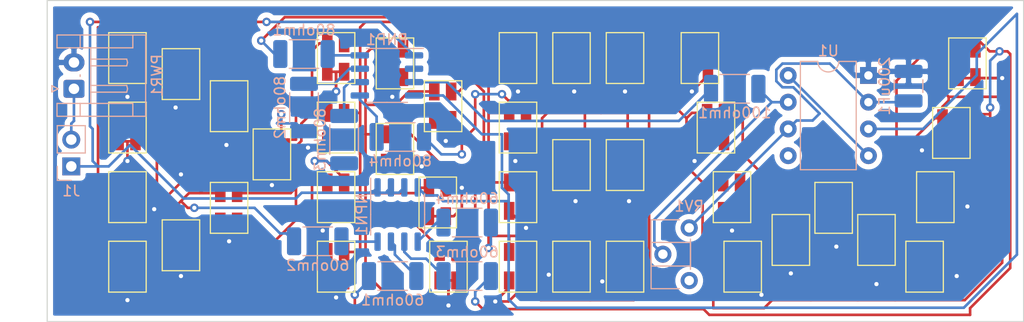
<source format=kicad_pcb>
(kicad_pcb (version 20171130) (host pcbnew "(5.1.2)-2")

  (general
    (thickness 1.6)
    (drawings 4)
    (tracks 717)
    (zones 0)
    (modules 55)
    (nets 22)
  )

  (page A4)
  (layers
    (0 F.Cu signal)
    (31 B.Cu signal)
    (32 B.Adhes user)
    (33 F.Adhes user hide)
    (34 B.Paste user)
    (35 F.Paste user hide)
    (36 B.SilkS user hide)
    (37 F.SilkS user hide)
    (38 B.Mask user)
    (39 F.Mask user hide)
    (40 Dwgs.User user)
    (41 Cmts.User user)
    (42 Eco1.User user)
    (43 Eco2.User user)
    (44 Edge.Cuts user)
    (45 Margin user)
    (46 B.CrtYd user)
    (47 F.CrtYd user)
    (48 B.Fab user)
    (49 F.Fab user hide)
  )

  (setup
    (last_trace_width 0.25)
    (trace_clearance 0.2)
    (zone_clearance 0.508)
    (zone_45_only no)
    (trace_min 0.2)
    (via_size 0.8)
    (via_drill 0.4)
    (via_min_size 0.4)
    (via_min_drill 0.3)
    (uvia_size 0.3)
    (uvia_drill 0.1)
    (uvias_allowed no)
    (uvia_min_size 0.2)
    (uvia_min_drill 0.1)
    (edge_width 0.1)
    (segment_width 0.2)
    (pcb_text_width 0.3)
    (pcb_text_size 1.5 1.5)
    (mod_edge_width 0.15)
    (mod_text_size 1 1)
    (mod_text_width 0.15)
    (pad_size 1.35 2.65)
    (pad_drill 0)
    (pad_to_mask_clearance 0)
    (aux_axis_origin 0 0)
    (visible_elements 7FFFFFFF)
    (pcbplotparams
      (layerselection 0x010fc_ffffffff)
      (usegerberextensions false)
      (usegerberattributes false)
      (usegerberadvancedattributes false)
      (creategerberjobfile false)
      (excludeedgelayer true)
      (linewidth 0.100000)
      (plotframeref false)
      (viasonmask false)
      (mode 1)
      (useauxorigin false)
      (hpglpennumber 1)
      (hpglpenspeed 20)
      (hpglpendiameter 15.000000)
      (psnegative false)
      (psa4output false)
      (plotreference true)
      (plotvalue true)
      (plotinvisibletext false)
      (padsonsilk false)
      (subtractmaskfromsilk false)
      (outputformat 1)
      (mirror false)
      (drillshape 1)
      (scaleselection 1)
      (outputdirectory ""))
  )

  (net 0 "")
  (net 1 GND)
  (net 2 "Net-(60ohm1-Pad2)")
  (net 3 "Net-(D10-Pad1)")
  (net 4 "Net-(D10-Pad3)")
  (net 5 "Net-(D19-Pad1)")
  (net 6 "Net-(D19-Pad3)")
  (net 7 "Net-(D29-Pad1)")
  (net 8 +3V3)
  (net 9 "Net-(100ohm1-Pad2)")
  (net 10 "Net-(200uF1-Pad2)")
  (net 11 "Net-(60ohm2-Pad2)")
  (net 12 "Net-(60ohm3-Pad2)")
  (net 13 "Net-(60ohm4-Pad2)")
  (net 14 "Net-(80ohm1-Pad1)")
  (net 15 "Net-(80ohm2-Pad1)")
  (net 16 "Net-(80ohm3-Pad1)")
  (net 17 "Net-(80ohm4-Pad1)")
  (net 18 "Net-(D1-Pad1)")
  (net 19 "Net-(D1-Pad3)")
  (net 20 "Net-(NPN1-Pad4)")
  (net 21 "Net-(U1-Pad4)")

  (net_class Default "This is the default net class."
    (clearance 0.2)
    (trace_width 0.25)
    (via_dia 0.8)
    (via_drill 0.4)
    (uvia_dia 0.3)
    (uvia_drill 0.1)
    (add_net +3V3)
    (add_net GND)
    (add_net "Net-(100ohm1-Pad2)")
    (add_net "Net-(200uF1-Pad2)")
    (add_net "Net-(60ohm1-Pad2)")
    (add_net "Net-(60ohm2-Pad2)")
    (add_net "Net-(60ohm3-Pad2)")
    (add_net "Net-(60ohm4-Pad2)")
    (add_net "Net-(80ohm1-Pad1)")
    (add_net "Net-(80ohm2-Pad1)")
    (add_net "Net-(80ohm3-Pad1)")
    (add_net "Net-(80ohm4-Pad1)")
    (add_net "Net-(D1-Pad1)")
    (add_net "Net-(D1-Pad3)")
    (add_net "Net-(D10-Pad1)")
    (add_net "Net-(D10-Pad3)")
    (add_net "Net-(D19-Pad1)")
    (add_net "Net-(D19-Pad3)")
    (add_net "Net-(D29-Pad1)")
    (add_net "Net-(NPN1-Pad4)")
    (add_net "Net-(U1-Pad4)")
  )

  (module Connector_PinHeader_2.54mm:PinHeader_1x02_P2.54mm_Vertical (layer B.Cu) (tedit 5DC754B0) (tstamp 5DC7B49E)
    (at 84.836 89.408)
    (descr "Through hole straight pin header, 1x02, 2.54mm pitch, single row")
    (tags "Through hole pin header THT 1x02 2.54mm single row")
    (path /5DCEAEE9)
    (fp_text reference J1 (at 0 2.33) (layer B.SilkS)
      (effects (font (size 1 1) (thickness 0.15)) (justify mirror))
    )
    (fp_text value Conn_01x02_Male (at 0 -4.87) (layer B.Fab)
      (effects (font (size 1 1) (thickness 0.15)) (justify mirror))
    )
    (fp_text user %R (at 0 -1.27 -90) (layer B.Fab)
      (effects (font (size 1 1) (thickness 0.15)) (justify mirror))
    )
    (fp_line (start 1.8 1.8) (end -1.8 1.8) (layer B.CrtYd) (width 0.05))
    (fp_line (start 1.8 -4.35) (end 1.8 1.8) (layer B.CrtYd) (width 0.05))
    (fp_line (start -1.8 -4.35) (end 1.8 -4.35) (layer B.CrtYd) (width 0.05))
    (fp_line (start -1.8 1.8) (end -1.8 -4.35) (layer B.CrtYd) (width 0.05))
    (fp_line (start -1.33 1.33) (end 0 1.33) (layer B.SilkS) (width 0.12))
    (fp_line (start -1.33 0) (end -1.33 1.33) (layer B.SilkS) (width 0.12))
    (fp_line (start -1.33 -1.27) (end 1.33 -1.27) (layer B.SilkS) (width 0.12))
    (fp_line (start 1.33 -1.27) (end 1.33 -3.87) (layer B.SilkS) (width 0.12))
    (fp_line (start -1.33 -1.27) (end -1.33 -3.87) (layer B.SilkS) (width 0.12))
    (fp_line (start -1.33 -3.87) (end 1.33 -3.87) (layer B.SilkS) (width 0.12))
    (fp_line (start -1.27 0.635) (end -0.635 1.27) (layer B.Fab) (width 0.1))
    (fp_line (start -1.27 -3.81) (end -1.27 0.635) (layer B.Fab) (width 0.1))
    (fp_line (start 1.27 -3.81) (end -1.27 -3.81) (layer B.Fab) (width 0.1))
    (fp_line (start 1.27 1.27) (end 1.27 -3.81) (layer B.Fab) (width 0.1))
    (fp_line (start -0.635 1.27) (end 1.27 1.27) (layer B.Fab) (width 0.1))
    (pad 2 thru_hole oval (at 0 -2.54) (size 1.7 1.7) (drill 1) (layers *.Cu *.Mask)
      (net 8 +3V3))
    (pad 1 thru_hole rect (at 0 0) (size 1.7 1.7) (drill 1) (layers *.Cu *.Mask)
      (net 8 +3V3))
    (model ${KISYS3DMOD}/Connector_PinHeader_2.54mm.3dshapes/PinHeader_1x02_P2.54mm_Vertical.wrl
      (at (xyz 0 0 0))
      (scale (xyz 1 1 1))
      (rotate (xyz 0 0 0))
    )
  )

  (module EndConnectors:DualLed (layer F.Cu) (tedit 5DC0810E) (tstamp 5DC1581F)
    (at 151.892 97.536 270)
    (path /5DC6BC63)
    (fp_text reference D32 (at 0 0.5 90) (layer F.SilkS) hide
      (effects (font (size 1 1) (thickness 0.15)))
    )
    (fp_text value "Dual Led" (at 0 -0.5 90) (layer F.Fab)
      (effects (font (size 1 1) (thickness 0.15)))
    )
    (fp_line (start -1.016 5.08) (end -1.016 1.524) (layer F.SilkS) (width 0.12))
    (fp_line (start 3.81 5.08) (end -1.016 5.08) (layer F.SilkS) (width 0.12))
    (fp_line (start 3.81 1.524) (end 3.81 5.08) (layer F.SilkS) (width 0.12))
    (fp_line (start -1.016 1.524) (end 3.81 1.524) (layer F.SilkS) (width 0.12))
    (pad 2 smd rect (at 2.7 4.14 270) (size 1.7 1) (layers F.Cu F.Paste F.Mask)
      (net 1 GND))
    (pad 1 smd rect (at 0 4.14 270) (size 1.7 1) (layers F.Cu F.Paste F.Mask)
      (net 7 "Net-(D29-Pad1)"))
    (pad 4 smd rect (at 2.7 2.54 270) (size 1.7 1) (layers F.Cu F.Paste F.Mask)
      (net 1 GND))
    (pad 3 smd rect (at 0 2.54 270) (size 1.7 1) (layers F.Cu F.Paste F.Mask)
      (net 7 "Net-(D29-Pad1)"))
  )

  (module Resistor_SMD:R_2010_5025Metric (layer B.Cu) (tedit 5DC7551F) (tstamp 5DC18F86)
    (at 108.24 96.52)
    (descr "Resistor SMD 2010 (5025 Metric), square (rectangular) end terminal, IPC_7351 nominal, (Body size source: http://www.tortai-tech.com/upload/download/2011102023233369053.pdf), generated with kicad-footprint-generator")
    (tags resistor)
    (path /5DEC8D3B)
    (attr smd)
    (fp_text reference 60ohm2 (at 0 2.28) (layer B.SilkS)
      (effects (font (size 1 1) (thickness 0.15)) (justify mirror))
    )
    (fp_text value R (at 0 -2.28) (layer B.Fab)
      (effects (font (size 1 1) (thickness 0.15)) (justify mirror))
    )
    (fp_line (start -2.5 -1.25) (end -2.5 1.25) (layer B.Fab) (width 0.1))
    (fp_line (start -2.5 1.25) (end 2.5 1.25) (layer B.Fab) (width 0.1))
    (fp_line (start 2.5 1.25) (end 2.5 -1.25) (layer B.Fab) (width 0.1))
    (fp_line (start 2.5 -1.25) (end -2.5 -1.25) (layer B.Fab) (width 0.1))
    (fp_line (start -1.402064 1.36) (end 1.402064 1.36) (layer B.SilkS) (width 0.12))
    (fp_line (start -1.402064 -1.36) (end 1.402064 -1.36) (layer B.SilkS) (width 0.12))
    (fp_line (start -3.18 -1.58) (end -3.18 1.58) (layer B.CrtYd) (width 0.05))
    (fp_line (start -3.18 1.58) (end 3.18 1.58) (layer B.CrtYd) (width 0.05))
    (fp_line (start 3.18 1.58) (end 3.18 -1.58) (layer B.CrtYd) (width 0.05))
    (fp_line (start 3.18 -1.58) (end -3.18 -1.58) (layer B.CrtYd) (width 0.05))
    (fp_text user %R (at 0 0) (layer B.Fab)
      (effects (font (size 1 1) (thickness 0.15)) (justify mirror))
    )
    (pad 1 smd roundrect (at -2.25 0) (size 1.35 2.65) (layers B.Cu B.Paste B.Mask) (roundrect_rratio 0.185)
      (net 18 "Net-(D1-Pad1)"))
    (pad 2 smd roundrect (at 2.25 0) (size 1.35 2.65) (layers B.Cu B.Paste B.Mask) (roundrect_rratio 0.185185)
      (net 11 "Net-(60ohm2-Pad2)"))
    (model ${KISYS3DMOD}/Resistor_SMD.3dshapes/R_2010_5025Metric.wrl
      (at (xyz 0 0 0))
      (scale (xyz 1 1 1))
      (rotate (xyz 0 0 0))
    )
  )

  (module EndConnectors:DualLed (layer F.Cu) (tedit 5DC0810E) (tstamp 5DC157E3)
    (at 135.636 97.536 270)
    (path /5DC5F91C)
    (fp_text reference D27 (at 0 0.5 90) (layer F.SilkS) hide
      (effects (font (size 1 1) (thickness 0.15)))
    )
    (fp_text value "Dual Led" (at 0 -0.5 90) (layer F.Fab)
      (effects (font (size 1 1) (thickness 0.15)))
    )
    (fp_line (start -1.016 5.08) (end -1.016 1.524) (layer F.SilkS) (width 0.12))
    (fp_line (start 3.81 5.08) (end -1.016 5.08) (layer F.SilkS) (width 0.12))
    (fp_line (start 3.81 1.524) (end 3.81 5.08) (layer F.SilkS) (width 0.12))
    (fp_line (start -1.016 1.524) (end 3.81 1.524) (layer F.SilkS) (width 0.12))
    (pad 2 smd rect (at 2.7 4.14 270) (size 1.7 1) (layers F.Cu F.Paste F.Mask)
      (net 1 GND))
    (pad 1 smd rect (at 0 4.14 270) (size 1.7 1) (layers F.Cu F.Paste F.Mask)
      (net 5 "Net-(D19-Pad1)"))
    (pad 4 smd rect (at 2.7 2.54 270) (size 1.7 1) (layers F.Cu F.Paste F.Mask)
      (net 1 GND))
    (pad 3 smd rect (at 0 2.54 270) (size 1.7 1) (layers F.Cu F.Paste F.Mask)
      (net 6 "Net-(D19-Pad3)"))
  )

  (module EndConnectors:DualLed (layer F.Cu) (tedit 5DC0810E) (tstamp 5DC15843)
    (at 164.592 94.996 270)
    (path /5DC7AED7)
    (fp_text reference D35 (at 0 0.5 90) (layer F.SilkS) hide
      (effects (font (size 1 1) (thickness 0.15)))
    )
    (fp_text value "Dual Led" (at 0 -0.5 90) (layer F.Fab)
      (effects (font (size 1 1) (thickness 0.15)))
    )
    (fp_line (start -1.016 5.08) (end -1.016 1.524) (layer F.SilkS) (width 0.12))
    (fp_line (start 3.81 5.08) (end -1.016 5.08) (layer F.SilkS) (width 0.12))
    (fp_line (start 3.81 1.524) (end 3.81 5.08) (layer F.SilkS) (width 0.12))
    (fp_line (start -1.016 1.524) (end 3.81 1.524) (layer F.SilkS) (width 0.12))
    (pad 2 smd rect (at 2.7 4.14 270) (size 1.7 1) (layers F.Cu F.Paste F.Mask)
      (net 1 GND))
    (pad 1 smd rect (at 0 4.14 270) (size 1.7 1) (layers F.Cu F.Paste F.Mask)
      (net 7 "Net-(D29-Pad1)"))
    (pad 4 smd rect (at 2.7 2.54 270) (size 1.7 1) (layers F.Cu F.Paste F.Mask)
      (net 1 GND))
    (pad 3 smd rect (at 0 2.54 270) (size 1.7 1) (layers F.Cu F.Paste F.Mask)
      (net 7 "Net-(D29-Pad1)"))
  )

  (module EndConnectors:DualLed (layer F.Cu) (tedit 5DC0810E) (tstamp 5DC15873)
    (at 173.228 78.232 270)
    (path /5DC7DC4C)
    (fp_text reference D39 (at 0 0.5 90) (layer F.SilkS) hide
      (effects (font (size 1 1) (thickness 0.15)))
    )
    (fp_text value "Dual Led" (at 0 -0.5 90) (layer F.Fab)
      (effects (font (size 1 1) (thickness 0.15)))
    )
    (fp_line (start -1.016 5.08) (end -1.016 1.524) (layer F.SilkS) (width 0.12))
    (fp_line (start 3.81 5.08) (end -1.016 5.08) (layer F.SilkS) (width 0.12))
    (fp_line (start 3.81 1.524) (end 3.81 5.08) (layer F.SilkS) (width 0.12))
    (fp_line (start -1.016 1.524) (end 3.81 1.524) (layer F.SilkS) (width 0.12))
    (pad 2 smd rect (at 2.7 4.14 270) (size 1.7 1) (layers F.Cu F.Paste F.Mask)
      (net 1 GND))
    (pad 1 smd rect (at 0 4.14 270) (size 1.7 1) (layers F.Cu F.Paste F.Mask)
      (net 7 "Net-(D29-Pad1)"))
    (pad 4 smd rect (at 2.7 2.54 270) (size 1.7 1) (layers F.Cu F.Paste F.Mask)
      (net 1 GND))
    (pad 3 smd rect (at 0 2.54 270) (size 1.7 1) (layers F.Cu F.Paste F.Mask)
      (net 7 "Net-(D29-Pad1)"))
  )

  (module EndConnectors:DualLed (layer F.Cu) (tedit 5DC0810E) (tstamp 5DC15867)
    (at 171.704 84.836 270)
    (path /5DC7D277)
    (fp_text reference D38 (at 0 0.5 90) (layer F.SilkS) hide
      (effects (font (size 1 1) (thickness 0.15)))
    )
    (fp_text value "Dual Led" (at 0 -0.5 90) (layer F.Fab)
      (effects (font (size 1 1) (thickness 0.15)))
    )
    (fp_line (start -1.016 5.08) (end -1.016 1.524) (layer F.SilkS) (width 0.12))
    (fp_line (start 3.81 5.08) (end -1.016 5.08) (layer F.SilkS) (width 0.12))
    (fp_line (start 3.81 1.524) (end 3.81 5.08) (layer F.SilkS) (width 0.12))
    (fp_line (start -1.016 1.524) (end 3.81 1.524) (layer F.SilkS) (width 0.12))
    (pad 2 smd rect (at 2.7 4.14 270) (size 1.7 1) (layers F.Cu F.Paste F.Mask)
      (net 1 GND))
    (pad 1 smd rect (at 0 4.14 270) (size 1.7 1) (layers F.Cu F.Paste F.Mask)
      (net 7 "Net-(D29-Pad1)"))
    (pad 4 smd rect (at 2.7 2.54 270) (size 1.7 1) (layers F.Cu F.Paste F.Mask)
      (net 1 GND))
    (pad 3 smd rect (at 0 2.54 270) (size 1.7 1) (layers F.Cu F.Paste F.Mask)
      (net 7 "Net-(D29-Pad1)"))
  )

  (module EndConnectors:DualLed (layer F.Cu) (tedit 5DC0810E) (tstamp 5DC15813)
    (at 150.876 90.932 270)
    (path /5DC6820A)
    (fp_text reference D31 (at 0 0.5 90) (layer F.SilkS) hide
      (effects (font (size 1 1) (thickness 0.15)))
    )
    (fp_text value "Dual Led" (at 0 -0.5 90) (layer F.Fab)
      (effects (font (size 1 1) (thickness 0.15)))
    )
    (fp_line (start -1.016 5.08) (end -1.016 1.524) (layer F.SilkS) (width 0.12))
    (fp_line (start 3.81 5.08) (end -1.016 5.08) (layer F.SilkS) (width 0.12))
    (fp_line (start 3.81 1.524) (end 3.81 5.08) (layer F.SilkS) (width 0.12))
    (fp_line (start -1.016 1.524) (end 3.81 1.524) (layer F.SilkS) (width 0.12))
    (pad 2 smd rect (at 2.7 4.14 270) (size 1.7 1) (layers F.Cu F.Paste F.Mask)
      (net 1 GND))
    (pad 1 smd rect (at 0 4.14 270) (size 1.7 1) (layers F.Cu F.Paste F.Mask)
      (net 7 "Net-(D29-Pad1)"))
    (pad 4 smd rect (at 2.7 2.54 270) (size 1.7 1) (layers F.Cu F.Paste F.Mask)
      (net 1 GND))
    (pad 3 smd rect (at 0 2.54 270) (size 1.7 1) (layers F.Cu F.Paste F.Mask)
      (net 7 "Net-(D29-Pad1)"))
  )

  (module EndConnectors:DualLed (layer F.Cu) (tedit 5DC0810E) (tstamp 5DC15807)
    (at 149.352 84.328 270)
    (path /5DC670EF)
    (fp_text reference D30 (at 0 0.5 90) (layer F.SilkS) hide
      (effects (font (size 1 1) (thickness 0.15)))
    )
    (fp_text value "Dual Led" (at 0 -0.5 90) (layer F.Fab)
      (effects (font (size 1 1) (thickness 0.15)))
    )
    (fp_line (start -1.016 5.08) (end -1.016 1.524) (layer F.SilkS) (width 0.12))
    (fp_line (start 3.81 5.08) (end -1.016 5.08) (layer F.SilkS) (width 0.12))
    (fp_line (start 3.81 1.524) (end 3.81 5.08) (layer F.SilkS) (width 0.12))
    (fp_line (start -1.016 1.524) (end 3.81 1.524) (layer F.SilkS) (width 0.12))
    (pad 2 smd rect (at 2.7 4.14 270) (size 1.7 1) (layers F.Cu F.Paste F.Mask)
      (net 1 GND))
    (pad 1 smd rect (at 0 4.14 270) (size 1.7 1) (layers F.Cu F.Paste F.Mask)
      (net 7 "Net-(D29-Pad1)"))
    (pad 4 smd rect (at 2.7 2.54 270) (size 1.7 1) (layers F.Cu F.Paste F.Mask)
      (net 1 GND))
    (pad 3 smd rect (at 0 2.54 270) (size 1.7 1) (layers F.Cu F.Paste F.Mask)
      (net 7 "Net-(D29-Pad1)"))
  )

  (module EndConnectors:DualLed (layer F.Cu) (tedit 5DC0810E) (tstamp 5DC1582B)
    (at 156.464 94.996 270)
    (path /5DC7279B)
    (fp_text reference D33 (at 0 0.5 90) (layer F.SilkS) hide
      (effects (font (size 1 1) (thickness 0.15)))
    )
    (fp_text value "Dual Led" (at 0 -0.5 90) (layer F.Fab)
      (effects (font (size 1 1) (thickness 0.15)))
    )
    (fp_line (start -1.016 5.08) (end -1.016 1.524) (layer F.SilkS) (width 0.12))
    (fp_line (start 3.81 5.08) (end -1.016 5.08) (layer F.SilkS) (width 0.12))
    (fp_line (start 3.81 1.524) (end 3.81 5.08) (layer F.SilkS) (width 0.12))
    (fp_line (start -1.016 1.524) (end 3.81 1.524) (layer F.SilkS) (width 0.12))
    (pad 2 smd rect (at 2.7 4.14 270) (size 1.7 1) (layers F.Cu F.Paste F.Mask)
      (net 1 GND))
    (pad 1 smd rect (at 0 4.14 270) (size 1.7 1) (layers F.Cu F.Paste F.Mask)
      (net 7 "Net-(D29-Pad1)"))
    (pad 4 smd rect (at 2.7 2.54 270) (size 1.7 1) (layers F.Cu F.Paste F.Mask)
      (net 1 GND))
    (pad 3 smd rect (at 0 2.54 270) (size 1.7 1) (layers F.Cu F.Paste F.Mask)
      (net 7 "Net-(D29-Pad1)"))
  )

  (module EndConnectors:DualLed (layer F.Cu) (tedit 5DC0810E) (tstamp 5DC1584F)
    (at 169.164 97.536 270)
    (path /5DC7BC0F)
    (fp_text reference D36 (at 0 0.508 90) (layer F.SilkS) hide
      (effects (font (size 1 1) (thickness 0.15)))
    )
    (fp_text value "Dual Led" (at 0 -0.5 90) (layer F.Fab)
      (effects (font (size 1 1) (thickness 0.15)))
    )
    (fp_line (start -1.016 5.08) (end -1.016 1.524) (layer F.SilkS) (width 0.12))
    (fp_line (start 3.81 5.08) (end -1.016 5.08) (layer F.SilkS) (width 0.12))
    (fp_line (start 3.81 1.524) (end 3.81 5.08) (layer F.SilkS) (width 0.12))
    (fp_line (start -1.016 1.524) (end 3.81 1.524) (layer F.SilkS) (width 0.12))
    (pad 2 smd rect (at 2.7 4.14 270) (size 1.7 1) (layers F.Cu F.Paste F.Mask)
      (net 1 GND))
    (pad 1 smd rect (at 0 4.14 270) (size 1.7 1) (layers F.Cu F.Paste F.Mask)
      (net 7 "Net-(D29-Pad1)"))
    (pad 4 smd rect (at 2.7 2.54 270) (size 1.7 1) (layers F.Cu F.Paste F.Mask)
      (net 1 GND))
    (pad 3 smd rect (at 0 2.54 270) (size 1.7 1) (layers F.Cu F.Paste F.Mask)
      (net 7 "Net-(D29-Pad1)"))
  )

  (module EndConnectors:DualLed (layer F.Cu) (tedit 5DC0810E) (tstamp 5DC15837)
    (at 160.528 91.948 270)
    (path /5DC73364)
    (fp_text reference D34 (at 0 0.5 90) (layer F.SilkS) hide
      (effects (font (size 1 1) (thickness 0.15)))
    )
    (fp_text value "Dual Led" (at 0 -0.5 90) (layer F.Fab)
      (effects (font (size 1 1) (thickness 0.15)))
    )
    (fp_line (start -1.016 5.08) (end -1.016 1.524) (layer F.SilkS) (width 0.12))
    (fp_line (start 3.81 5.08) (end -1.016 5.08) (layer F.SilkS) (width 0.12))
    (fp_line (start 3.81 1.524) (end 3.81 5.08) (layer F.SilkS) (width 0.12))
    (fp_line (start -1.016 1.524) (end 3.81 1.524) (layer F.SilkS) (width 0.12))
    (pad 2 smd rect (at 2.7 4.14 270) (size 1.7 1) (layers F.Cu F.Paste F.Mask)
      (net 1 GND))
    (pad 1 smd rect (at 0 4.14 270) (size 1.7 1) (layers F.Cu F.Paste F.Mask)
      (net 7 "Net-(D29-Pad1)"))
    (pad 4 smd rect (at 2.7 2.54 270) (size 1.7 1) (layers F.Cu F.Paste F.Mask)
      (net 1 GND))
    (pad 3 smd rect (at 0 2.54 270) (size 1.7 1) (layers F.Cu F.Paste F.Mask)
      (net 7 "Net-(D29-Pad1)"))
  )

  (module EndConnectors:DualLed (layer F.Cu) (tedit 5DC0810E) (tstamp 5DC157FB)
    (at 147.828 77.724 270)
    (path /5DC668B8)
    (fp_text reference D29 (at 0 0.5 90) (layer F.SilkS) hide
      (effects (font (size 1 1) (thickness 0.15)))
    )
    (fp_text value "Dual Led" (at 0 -0.5 90) (layer F.Fab)
      (effects (font (size 1 1) (thickness 0.15)))
    )
    (fp_line (start -1.016 5.08) (end -1.016 1.524) (layer F.SilkS) (width 0.12))
    (fp_line (start 3.81 5.08) (end -1.016 5.08) (layer F.SilkS) (width 0.12))
    (fp_line (start 3.81 1.524) (end 3.81 5.08) (layer F.SilkS) (width 0.12))
    (fp_line (start -1.016 1.524) (end 3.81 1.524) (layer F.SilkS) (width 0.12))
    (pad 2 smd rect (at 2.7 4.14 270) (size 1.7 1) (layers F.Cu F.Paste F.Mask)
      (net 1 GND))
    (pad 1 smd rect (at 0 4.14 270) (size 1.7 1) (layers F.Cu F.Paste F.Mask)
      (net 7 "Net-(D29-Pad1)"))
    (pad 4 smd rect (at 2.7 2.54 270) (size 1.7 1) (layers F.Cu F.Paste F.Mask)
      (net 1 GND))
    (pad 3 smd rect (at 0 2.54 270) (size 1.7 1) (layers F.Cu F.Paste F.Mask)
      (net 7 "Net-(D29-Pad1)"))
  )

  (module EndConnectors:DualLed (layer F.Cu) (tedit 5DC0810E) (tstamp 5DC1585B)
    (at 170.18 90.932 270)
    (path /5DC7C7D1)
    (fp_text reference D37 (at 0 0.5 90) (layer F.SilkS) hide
      (effects (font (size 1 1) (thickness 0.15)))
    )
    (fp_text value "Dual Led" (at 0 -0.5 90) (layer F.Fab)
      (effects (font (size 1 1) (thickness 0.15)))
    )
    (fp_line (start -1.016 5.08) (end -1.016 1.524) (layer F.SilkS) (width 0.12))
    (fp_line (start 3.81 5.08) (end -1.016 5.08) (layer F.SilkS) (width 0.12))
    (fp_line (start 3.81 1.524) (end 3.81 5.08) (layer F.SilkS) (width 0.12))
    (fp_line (start -1.016 1.524) (end 3.81 1.524) (layer F.SilkS) (width 0.12))
    (pad 2 smd rect (at 2.7 4.14 270) (size 1.7 1) (layers F.Cu F.Paste F.Mask)
      (net 1 GND))
    (pad 1 smd rect (at 0 4.14 270) (size 1.7 1) (layers F.Cu F.Paste F.Mask)
      (net 7 "Net-(D29-Pad1)"))
    (pad 4 smd rect (at 2.7 2.54 270) (size 1.7 1) (layers F.Cu F.Paste F.Mask)
      (net 1 GND))
    (pad 3 smd rect (at 0 2.54 270) (size 1.7 1) (layers F.Cu F.Paste F.Mask)
      (net 7 "Net-(D29-Pad1)"))
  )

  (module Package_SO:SO-8_3.9x4.9mm_P1.27mm (layer B.Cu) (tedit 5C509AD1) (tstamp 5DC19387)
    (at 114.808 80.772 180)
    (descr "SO, 8 Pin (https://www.nxp.com/docs/en/data-sheet/PCF8523.pdf), generated with kicad-footprint-generator ipc_gullwing_generator.py")
    (tags "SO SO")
    (path /5DD6611F)
    (attr smd)
    (fp_text reference PNP1 (at 0 3.4) (layer B.SilkS)
      (effects (font (size 1 1) (thickness 0.15)) (justify mirror))
    )
    (fp_text value Mosfet8 (at 0 -3.4) (layer B.Fab)
      (effects (font (size 1 1) (thickness 0.15)) (justify mirror))
    )
    (fp_line (start 3.7 2.7) (end -3.7 2.7) (layer B.CrtYd) (width 0.05))
    (fp_line (start 3.7 -2.7) (end 3.7 2.7) (layer B.CrtYd) (width 0.05))
    (fp_line (start -3.7 -2.7) (end 3.7 -2.7) (layer B.CrtYd) (width 0.05))
    (fp_line (start -3.7 2.7) (end -3.7 -2.7) (layer B.CrtYd) (width 0.05))
    (fp_line (start -1.95 1.475) (end -0.975 2.45) (layer B.Fab) (width 0.1))
    (fp_line (start -1.95 -2.45) (end -1.95 1.475) (layer B.Fab) (width 0.1))
    (fp_line (start 1.95 -2.45) (end -1.95 -2.45) (layer B.Fab) (width 0.1))
    (fp_line (start 1.95 2.45) (end 1.95 -2.45) (layer B.Fab) (width 0.1))
    (fp_line (start -0.975 2.45) (end 1.95 2.45) (layer B.Fab) (width 0.1))
    (fp_line (start 0 2.56) (end -3.45 2.56) (layer B.SilkS) (width 0.12))
    (fp_line (start 0 2.56) (end 1.95 2.56) (layer B.SilkS) (width 0.12))
    (fp_line (start 0 -2.56) (end -1.95 -2.56) (layer B.SilkS) (width 0.12))
    (fp_line (start 0 -2.56) (end 1.95 -2.56) (layer B.SilkS) (width 0.12))
    (pad 8 smd roundrect (at 2.575 1.905 180) (size 1.75 0.6) (layers B.Cu B.Paste B.Mask) (roundrect_rratio 0.25)
      (net 14 "Net-(80ohm1-Pad1)"))
    (pad 7 smd roundrect (at 2.575 0.635 180) (size 1.75 0.6) (layers B.Cu B.Paste B.Mask) (roundrect_rratio 0.25)
      (net 15 "Net-(80ohm2-Pad1)"))
    (pad 6 smd roundrect (at 2.575 -0.635 180) (size 1.75 0.6) (layers B.Cu B.Paste B.Mask) (roundrect_rratio 0.25)
      (net 16 "Net-(80ohm3-Pad1)"))
    (pad 5 smd roundrect (at 2.575 -1.905 180) (size 1.75 0.6) (layers B.Cu B.Paste B.Mask) (roundrect_rratio 0.25)
      (net 17 "Net-(80ohm4-Pad1)"))
    (pad 4 smd roundrect (at -2.575 -1.905 180) (size 1.75 0.6) (layers B.Cu B.Paste B.Mask) (roundrect_rratio 0.25)
      (net 20 "Net-(NPN1-Pad4)"))
    (pad 3 smd roundrect (at -2.575 -0.635 180) (size 1.75 0.6) (layers B.Cu B.Paste B.Mask) (roundrect_rratio 0.25)
      (net 8 +3V3))
    (pad 2 smd roundrect (at -2.575 0.635 180) (size 1.75 0.6) (layers B.Cu B.Paste B.Mask) (roundrect_rratio 0.25)
      (net 8 +3V3))
    (pad 1 smd roundrect (at -2.575 1.905 180) (size 1.75 0.6) (layers B.Cu B.Paste B.Mask) (roundrect_rratio 0.25)
      (net 8 +3V3))
    (model ${KISYS3DMOD}/Package_SO.3dshapes/SO-8_3.9x4.9mm_P1.27mm.wrl
      (at (xyz 0 0 0))
      (scale (xyz 1 1 1))
      (rotate (xyz 0 0 0))
    )
  )

  (module Package_SO:SO-8_3.9x4.9mm_P1.27mm (layer B.Cu) (tedit 5C509AD1) (tstamp 5DC1936D)
    (at 115.824 93.98 270)
    (descr "SO, 8 Pin (https://www.nxp.com/docs/en/data-sheet/PCF8523.pdf), generated with kicad-footprint-generator ipc_gullwing_generator.py")
    (tags "SO SO")
    (path /5DD635F0)
    (attr smd)
    (fp_text reference NPN1 (at 0 3.4 90) (layer B.SilkS)
      (effects (font (size 1 1) (thickness 0.15)) (justify mirror))
    )
    (fp_text value Mosfet8 (at 0 -3.4 90) (layer B.Fab)
      (effects (font (size 1 1) (thickness 0.15)) (justify mirror))
    )
    (fp_line (start 0 -2.56) (end 1.95 -2.56) (layer B.SilkS) (width 0.12))
    (fp_line (start 0 -2.56) (end -1.95 -2.56) (layer B.SilkS) (width 0.12))
    (fp_line (start 0 2.56) (end 1.95 2.56) (layer B.SilkS) (width 0.12))
    (fp_line (start 0 2.56) (end -3.45 2.56) (layer B.SilkS) (width 0.12))
    (fp_line (start -0.975 2.45) (end 1.95 2.45) (layer B.Fab) (width 0.1))
    (fp_line (start 1.95 2.45) (end 1.95 -2.45) (layer B.Fab) (width 0.1))
    (fp_line (start 1.95 -2.45) (end -1.95 -2.45) (layer B.Fab) (width 0.1))
    (fp_line (start -1.95 -2.45) (end -1.95 1.475) (layer B.Fab) (width 0.1))
    (fp_line (start -1.95 1.475) (end -0.975 2.45) (layer B.Fab) (width 0.1))
    (fp_line (start -3.7 2.7) (end -3.7 -2.7) (layer B.CrtYd) (width 0.05))
    (fp_line (start -3.7 -2.7) (end 3.7 -2.7) (layer B.CrtYd) (width 0.05))
    (fp_line (start 3.7 -2.7) (end 3.7 2.7) (layer B.CrtYd) (width 0.05))
    (fp_line (start 3.7 2.7) (end -3.7 2.7) (layer B.CrtYd) (width 0.05))
    (pad 1 smd roundrect (at -2.575 1.905 270) (size 1.75 0.6) (layers B.Cu B.Paste B.Mask) (roundrect_rratio 0.25)
      (net 8 +3V3))
    (pad 2 smd roundrect (at -2.575 0.635 270) (size 1.75 0.6) (layers B.Cu B.Paste B.Mask) (roundrect_rratio 0.25)
      (net 8 +3V3))
    (pad 3 smd roundrect (at -2.575 -0.635 270) (size 1.75 0.6) (layers B.Cu B.Paste B.Mask) (roundrect_rratio 0.25)
      (net 8 +3V3))
    (pad 4 smd roundrect (at -2.575 -1.905 270) (size 1.75 0.6) (layers B.Cu B.Paste B.Mask) (roundrect_rratio 0.25)
      (net 20 "Net-(NPN1-Pad4)"))
    (pad 5 smd roundrect (at 2.575 -1.905 270) (size 1.75 0.6) (layers B.Cu B.Paste B.Mask) (roundrect_rratio 0.25)
      (net 13 "Net-(60ohm4-Pad2)"))
    (pad 6 smd roundrect (at 2.575 -0.635 270) (size 1.75 0.6) (layers B.Cu B.Paste B.Mask) (roundrect_rratio 0.25)
      (net 12 "Net-(60ohm3-Pad2)"))
    (pad 7 smd roundrect (at 2.575 0.635 270) (size 1.75 0.6) (layers B.Cu B.Paste B.Mask) (roundrect_rratio 0.25)
      (net 2 "Net-(60ohm1-Pad2)"))
    (pad 8 smd roundrect (at 2.575 1.905 270) (size 1.75 0.6) (layers B.Cu B.Paste B.Mask) (roundrect_rratio 0.25)
      (net 11 "Net-(60ohm2-Pad2)"))
    (model ${KISYS3DMOD}/Package_SO.3dshapes/SO-8_3.9x4.9mm_P1.27mm.wrl
      (at (xyz 0 0 0))
      (scale (xyz 1 1 1))
      (rotate (xyz 0 0 0))
    )
  )

  (module Resistor_SMD:R_2010_5025Metric (layer B.Cu) (tedit 5DC75504) (tstamp 5DC18FF9)
    (at 116.078 86.614)
    (descr "Resistor SMD 2010 (5025 Metric), square (rectangular) end terminal, IPC_7351 nominal, (Body size source: http://www.tortai-tech.com/upload/download/2011102023233369053.pdf), generated with kicad-footprint-generator")
    (tags resistor)
    (path /5DEC8975)
    (attr smd)
    (fp_text reference 80ohm4 (at 0 2.28) (layer B.SilkS)
      (effects (font (size 1 1) (thickness 0.15)) (justify mirror))
    )
    (fp_text value R (at 0 -2.28) (layer B.Fab)
      (effects (font (size 1 1) (thickness 0.15)) (justify mirror))
    )
    (fp_line (start -2.5 -1.25) (end -2.5 1.25) (layer B.Fab) (width 0.1))
    (fp_line (start -2.5 1.25) (end 2.5 1.25) (layer B.Fab) (width 0.1))
    (fp_line (start 2.5 1.25) (end 2.5 -1.25) (layer B.Fab) (width 0.1))
    (fp_line (start 2.5 -1.25) (end -2.5 -1.25) (layer B.Fab) (width 0.1))
    (fp_line (start -1.402064 1.36) (end 1.402064 1.36) (layer B.SilkS) (width 0.12))
    (fp_line (start -1.402064 -1.36) (end 1.402064 -1.36) (layer B.SilkS) (width 0.12))
    (fp_line (start -3.18 -1.58) (end -3.18 1.58) (layer B.CrtYd) (width 0.05))
    (fp_line (start -3.18 1.58) (end 3.18 1.58) (layer B.CrtYd) (width 0.05))
    (fp_line (start 3.18 1.58) (end 3.18 -1.58) (layer B.CrtYd) (width 0.05))
    (fp_line (start 3.18 -1.58) (end -3.18 -1.58) (layer B.CrtYd) (width 0.05))
    (pad 1 smd roundrect (at -2.25 0) (size 1.35 2.65) (layers B.Cu B.Paste B.Mask) (roundrect_rratio 0.185185)
      (net 17 "Net-(80ohm4-Pad1)"))
    (pad 2 smd roundrect (at 2.25 0) (size 1.35 2.65) (layers B.Cu B.Paste B.Mask) (roundrect_rratio 0.185)
      (net 6 "Net-(D19-Pad3)"))
    (model ${KISYS3DMOD}/Resistor_SMD.3dshapes/R_2010_5025Metric.wrl
      (at (xyz 0 0 0))
      (scale (xyz 1 1 1))
      (rotate (xyz 0 0 0))
    )
  )

  (module Resistor_SMD:R_2010_5025Metric (layer B.Cu) (tedit 5DC754F1) (tstamp 5DC18FE8)
    (at 110.744 86.868 270)
    (descr "Resistor SMD 2010 (5025 Metric), square (rectangular) end terminal, IPC_7351 nominal, (Body size source: http://www.tortai-tech.com/upload/download/2011102023233369053.pdf), generated with kicad-footprint-generator")
    (tags resistor)
    (path /5DEC857D)
    (attr smd)
    (fp_text reference 80ohm3 (at 0 2.28 90) (layer B.SilkS)
      (effects (font (size 1 1) (thickness 0.15)) (justify mirror))
    )
    (fp_text value R (at 0 -2.28 90) (layer B.Fab)
      (effects (font (size 1 1) (thickness 0.15)) (justify mirror))
    )
    (fp_line (start -2.5 -1.25) (end -2.5 1.25) (layer B.Fab) (width 0.1))
    (fp_line (start -2.5 1.25) (end 2.5 1.25) (layer B.Fab) (width 0.1))
    (fp_line (start 2.5 1.25) (end 2.5 -1.25) (layer B.Fab) (width 0.1))
    (fp_line (start 2.5 -1.25) (end -2.5 -1.25) (layer B.Fab) (width 0.1))
    (fp_line (start -1.402064 1.36) (end 1.402064 1.36) (layer B.SilkS) (width 0.12))
    (fp_line (start -1.402064 -1.36) (end 1.402064 -1.36) (layer B.SilkS) (width 0.12))
    (fp_line (start -3.18 -1.58) (end -3.18 1.58) (layer B.CrtYd) (width 0.05))
    (fp_line (start -3.18 1.58) (end 3.18 1.58) (layer B.CrtYd) (width 0.05))
    (fp_line (start 3.18 1.58) (end 3.18 -1.58) (layer B.CrtYd) (width 0.05))
    (fp_line (start 3.18 -1.58) (end -3.18 -1.58) (layer B.CrtYd) (width 0.05))
    (pad 1 smd roundrect (at -2.25 0 270) (size 1.35 2.65) (layers B.Cu B.Paste B.Mask) (roundrect_rratio 0.185185)
      (net 16 "Net-(80ohm3-Pad1)"))
    (pad 2 smd roundrect (at 2.25 0 270) (size 1.35 2.65) (layers B.Cu B.Paste B.Mask) (roundrect_rratio 0.185)
      (net 4 "Net-(D10-Pad3)"))
    (model ${KISYS3DMOD}/Resistor_SMD.3dshapes/R_2010_5025Metric.wrl
      (at (xyz 0 0 0))
      (scale (xyz 1 1 1))
      (rotate (xyz 0 0 0))
    )
  )

  (module Resistor_SMD:R_2010_5025Metric (layer B.Cu) (tedit 5DC75527) (tstamp 5DC18FD7)
    (at 106.934 83.82 270)
    (descr "Resistor SMD 2010 (5025 Metric), square (rectangular) end terminal, IPC_7351 nominal, (Body size source: http://www.tortai-tech.com/upload/download/2011102023233369053.pdf), generated with kicad-footprint-generator")
    (tags resistor)
    (path /5DEC819B)
    (attr smd)
    (fp_text reference 80ohm2 (at 0 2.28 90) (layer B.SilkS)
      (effects (font (size 1 1) (thickness 0.15)) (justify mirror))
    )
    (fp_text value R (at 0 -2.28 90) (layer B.Fab)
      (effects (font (size 1 1) (thickness 0.15)) (justify mirror))
    )
    (fp_line (start -2.5 -1.25) (end -2.5 1.25) (layer B.Fab) (width 0.1))
    (fp_line (start -2.5 1.25) (end 2.5 1.25) (layer B.Fab) (width 0.1))
    (fp_line (start 2.5 1.25) (end 2.5 -1.25) (layer B.Fab) (width 0.1))
    (fp_line (start 2.5 -1.25) (end -2.5 -1.25) (layer B.Fab) (width 0.1))
    (fp_line (start -1.402064 1.36) (end 1.402064 1.36) (layer B.SilkS) (width 0.12))
    (fp_line (start -1.402064 -1.36) (end 1.402064 -1.36) (layer B.SilkS) (width 0.12))
    (fp_line (start -3.18 -1.58) (end -3.18 1.58) (layer B.CrtYd) (width 0.05))
    (fp_line (start -3.18 1.58) (end 3.18 1.58) (layer B.CrtYd) (width 0.05))
    (fp_line (start 3.18 1.58) (end 3.18 -1.58) (layer B.CrtYd) (width 0.05))
    (fp_line (start 3.18 -1.58) (end -3.18 -1.58) (layer B.CrtYd) (width 0.05))
    (pad 1 smd roundrect (at -2.25 0 270) (size 1.35 2.65) (layers B.Cu B.Paste B.Mask) (roundrect_rratio 0.185185)
      (net 15 "Net-(80ohm2-Pad1)"))
    (pad 2 smd roundrect (at 2.25 0 270) (size 1.35 2.65) (layers B.Cu B.Paste B.Mask) (roundrect_rratio 0.185)
      (net 19 "Net-(D1-Pad3)"))
    (model ${KISYS3DMOD}/Resistor_SMD.3dshapes/R_2010_5025Metric.wrl
      (at (xyz 0 0 0))
      (scale (xyz 1 1 1))
      (rotate (xyz 0 0 0))
    )
  )

  (module Resistor_SMD:R_2010_5025Metric (layer B.Cu) (tedit 5DC754FC) (tstamp 5DC18FA8)
    (at 122.428 94.742 180)
    (descr "Resistor SMD 2010 (5025 Metric), square (rectangular) end terminal, IPC_7351 nominal, (Body size source: http://www.tortai-tech.com/upload/download/2011102023233369053.pdf), generated with kicad-footprint-generator")
    (tags resistor)
    (path /5DEC5449)
    (attr smd)
    (fp_text reference 60ohm4 (at 0 2.28) (layer B.SilkS)
      (effects (font (size 1 1) (thickness 0.15)) (justify mirror))
    )
    (fp_text value R (at 0 -2.28) (layer B.Fab)
      (effects (font (size 1 1) (thickness 0.15)) (justify mirror))
    )
    (fp_line (start -2.5 -1.25) (end -2.5 1.25) (layer B.Fab) (width 0.1))
    (fp_line (start -2.5 1.25) (end 2.5 1.25) (layer B.Fab) (width 0.1))
    (fp_line (start 2.5 1.25) (end 2.5 -1.25) (layer B.Fab) (width 0.1))
    (fp_line (start 2.5 -1.25) (end -2.5 -1.25) (layer B.Fab) (width 0.1))
    (fp_line (start -1.402064 1.36) (end 1.402064 1.36) (layer B.SilkS) (width 0.12))
    (fp_line (start -1.402064 -1.36) (end 1.402064 -1.36) (layer B.SilkS) (width 0.12))
    (fp_line (start -3.18 -1.58) (end -3.18 1.58) (layer B.CrtYd) (width 0.05))
    (fp_line (start -3.18 1.58) (end 3.18 1.58) (layer B.CrtYd) (width 0.05))
    (fp_line (start 3.18 1.58) (end 3.18 -1.58) (layer B.CrtYd) (width 0.05))
    (fp_line (start 3.18 -1.58) (end -3.18 -1.58) (layer B.CrtYd) (width 0.05))
    (fp_text user %R (at 0 0) (layer B.Fab)
      (effects (font (size 1 1) (thickness 0.15)) (justify mirror))
    )
    (pad 1 smd roundrect (at -2.25 0 180) (size 1.35 2.65) (layers B.Cu B.Paste B.Mask) (roundrect_rratio 0.185)
      (net 5 "Net-(D19-Pad1)"))
    (pad 2 smd roundrect (at 2.25 0 180) (size 1.35 2.65) (layers B.Cu B.Paste B.Mask) (roundrect_rratio 0.185185)
      (net 13 "Net-(60ohm4-Pad2)"))
    (model ${KISYS3DMOD}/Resistor_SMD.3dshapes/R_2010_5025Metric.wrl
      (at (xyz 0 0 0))
      (scale (xyz 1 1 1))
      (rotate (xyz 0 0 0))
    )
  )

  (module Resistor_SMD:R_2010_5025Metric (layer B.Cu) (tedit 5DC75516) (tstamp 5DC18F97)
    (at 122.428 99.822 180)
    (descr "Resistor SMD 2010 (5025 Metric), square (rectangular) end terminal, IPC_7351 nominal, (Body size source: http://www.tortai-tech.com/upload/download/2011102023233369053.pdf), generated with kicad-footprint-generator")
    (tags resistor)
    (path /5DEC5093)
    (attr smd)
    (fp_text reference 60ohm3 (at 0 2.28) (layer B.SilkS)
      (effects (font (size 1 1) (thickness 0.15)) (justify mirror))
    )
    (fp_text value R (at 0 -2.28) (layer B.Fab)
      (effects (font (size 1 1) (thickness 0.15)) (justify mirror))
    )
    (fp_line (start -2.5 -1.25) (end -2.5 1.25) (layer B.Fab) (width 0.1))
    (fp_line (start -2.5 1.25) (end 2.5 1.25) (layer B.Fab) (width 0.1))
    (fp_line (start 2.5 1.25) (end 2.5 -1.25) (layer B.Fab) (width 0.1))
    (fp_line (start 2.5 -1.25) (end -2.5 -1.25) (layer B.Fab) (width 0.1))
    (fp_line (start -1.402064 1.36) (end 1.402064 1.36) (layer B.SilkS) (width 0.12))
    (fp_line (start -1.402064 -1.36) (end 1.402064 -1.36) (layer B.SilkS) (width 0.12))
    (fp_line (start -3.18 -1.58) (end -3.18 1.58) (layer B.CrtYd) (width 0.05))
    (fp_line (start -3.18 1.58) (end 3.18 1.58) (layer B.CrtYd) (width 0.05))
    (fp_line (start 3.18 1.58) (end 3.18 -1.58) (layer B.CrtYd) (width 0.05))
    (fp_line (start 3.18 -1.58) (end -3.18 -1.58) (layer B.CrtYd) (width 0.05))
    (fp_text user %R (at 0 0) (layer B.Fab)
      (effects (font (size 1 1) (thickness 0.15)) (justify mirror))
    )
    (pad 1 smd roundrect (at -2.25 0 180) (size 1.35 2.65) (layers B.Cu B.Paste B.Mask) (roundrect_rratio 0.185)
      (net 7 "Net-(D29-Pad1)"))
    (pad 2 smd roundrect (at 2.25 0 180) (size 1.35 2.65) (layers B.Cu B.Paste B.Mask) (roundrect_rratio 0.185185)
      (net 12 "Net-(60ohm3-Pad2)"))
    (model ${KISYS3DMOD}/Resistor_SMD.3dshapes/R_2010_5025Metric.wrl
      (at (xyz 0 0 0))
      (scale (xyz 1 1 1))
      (rotate (xyz 0 0 0))
    )
  )

  (module Capacitor_SMD:C_1210_3225Metric (layer B.Cu) (tedit 5B301BBE) (tstamp 5DC16086)
    (at 164.338 81.788 270)
    (descr "Capacitor SMD 1210 (3225 Metric), square (rectangular) end terminal, IPC_7351 nominal, (Body size source: http://www.tortai-tech.com/upload/download/2011102023233369053.pdf), generated with kicad-footprint-generator")
    (tags capacitor)
    (path /5DC1A474)
    (attr smd)
    (fp_text reference 200uF1 (at 0 2.28 90) (layer B.SilkS)
      (effects (font (size 1 1) (thickness 0.15)) (justify mirror))
    )
    (fp_text value C (at 0 -2.28 90) (layer B.Fab)
      (effects (font (size 1 1) (thickness 0.15)) (justify mirror))
    )
    (fp_line (start -1.6 -1.25) (end -1.6 1.25) (layer B.Fab) (width 0.1))
    (fp_line (start -1.6 1.25) (end 1.6 1.25) (layer B.Fab) (width 0.1))
    (fp_line (start 1.6 1.25) (end 1.6 -1.25) (layer B.Fab) (width 0.1))
    (fp_line (start 1.6 -1.25) (end -1.6 -1.25) (layer B.Fab) (width 0.1))
    (fp_line (start -0.602064 1.36) (end 0.602064 1.36) (layer B.SilkS) (width 0.12))
    (fp_line (start -0.602064 -1.36) (end 0.602064 -1.36) (layer B.SilkS) (width 0.12))
    (fp_line (start -2.28 -1.58) (end -2.28 1.58) (layer B.CrtYd) (width 0.05))
    (fp_line (start -2.28 1.58) (end 2.28 1.58) (layer B.CrtYd) (width 0.05))
    (fp_line (start 2.28 1.58) (end 2.28 -1.58) (layer B.CrtYd) (width 0.05))
    (fp_line (start 2.28 -1.58) (end -2.28 -1.58) (layer B.CrtYd) (width 0.05))
    (fp_text user %R (at 0 0 90) (layer B.Fab)
      (effects (font (size 0.8 0.8) (thickness 0.12)) (justify mirror))
    )
    (pad 1 smd roundrect (at -1.4 0 270) (size 1.25 2.65) (layers B.Cu B.Paste B.Mask) (roundrect_rratio 0.2)
      (net 1 GND))
    (pad 2 smd roundrect (at 1.4 0 270) (size 1.25 2.65) (layers B.Cu B.Paste B.Mask) (roundrect_rratio 0.2)
      (net 10 "Net-(200uF1-Pad2)"))
    (model ${KISYS3DMOD}/Capacitor_SMD.3dshapes/C_1210_3225Metric.wrl
      (at (xyz 0 0 0))
      (scale (xyz 1 1 1))
      (rotate (xyz 0 0 0))
    )
  )

  (module Resistor_SMD:R_2010_5025Metric (layer B.Cu) (tedit 5B301BBD) (tstamp 5DC16076)
    (at 147.828 82.042)
    (descr "Resistor SMD 2010 (5025 Metric), square (rectangular) end terminal, IPC_7351 nominal, (Body size source: http://www.tortai-tech.com/upload/download/2011102023233369053.pdf), generated with kicad-footprint-generator")
    (tags resistor)
    (path /5DC196D8)
    (attr smd)
    (fp_text reference 100ohm1 (at 0 2.28) (layer B.SilkS)
      (effects (font (size 1 1) (thickness 0.15)) (justify mirror))
    )
    (fp_text value R (at 0 -2.28) (layer B.Fab)
      (effects (font (size 1 1) (thickness 0.15)) (justify mirror))
    )
    (fp_line (start -2.5 -1.25) (end -2.5 1.25) (layer B.Fab) (width 0.1))
    (fp_line (start -2.5 1.25) (end 2.5 1.25) (layer B.Fab) (width 0.1))
    (fp_line (start 2.5 1.25) (end 2.5 -1.25) (layer B.Fab) (width 0.1))
    (fp_line (start 2.5 -1.25) (end -2.5 -1.25) (layer B.Fab) (width 0.1))
    (fp_line (start -1.402064 1.36) (end 1.402064 1.36) (layer B.SilkS) (width 0.12))
    (fp_line (start -1.402064 -1.36) (end 1.402064 -1.36) (layer B.SilkS) (width 0.12))
    (fp_line (start -3.18 -1.58) (end -3.18 1.58) (layer B.CrtYd) (width 0.05))
    (fp_line (start -3.18 1.58) (end 3.18 1.58) (layer B.CrtYd) (width 0.05))
    (fp_line (start 3.18 1.58) (end 3.18 -1.58) (layer B.CrtYd) (width 0.05))
    (fp_line (start 3.18 -1.58) (end -3.18 -1.58) (layer B.CrtYd) (width 0.05))
    (pad 1 smd roundrect (at -2.25 0) (size 1.35 2.65) (layers B.Cu B.Paste B.Mask) (roundrect_rratio 0.185185)
      (net 8 +3V3))
    (pad 2 smd roundrect (at 2.25 0) (size 1.35 2.65) (layers B.Cu B.Paste B.Mask) (roundrect_rratio 0.185185)
      (net 9 "Net-(100ohm1-Pad2)"))
    (model ${KISYS3DMOD}/Resistor_SMD.3dshapes/R_2010_5025Metric.wrl
      (at (xyz 0 0 0))
      (scale (xyz 1 1 1))
      (rotate (xyz 0 0 0))
    )
  )

  (module Connector_JST:JST_EH_S2B-EH_1x02_P2.50mm_Horizontal (layer B.Cu) (tedit 5C281425) (tstamp 5DC16044)
    (at 85.09 82.042 90)
    (descr "JST EH series connector, S2B-EH (http://www.jst-mfg.com/product/pdf/eng/eEH.pdf), generated with kicad-footprint-generator")
    (tags "connector JST EH horizontal")
    (path /5DC23692)
    (fp_text reference PWR1 (at 1.25 7.9 90) (layer B.SilkS)
      (effects (font (size 1 1) (thickness 0.15)) (justify mirror))
    )
    (fp_text value Conn_01x02_Male (at 1.25 -2.7 90) (layer B.Fab)
      (effects (font (size 1 1) (thickness 0.15)) (justify mirror))
    )
    (fp_line (start -1.5 0.7) (end -1.5 -1.5) (layer B.Fab) (width 0.1))
    (fp_line (start -1.5 -1.5) (end -2.5 -1.5) (layer B.Fab) (width 0.1))
    (fp_line (start -2.5 -1.5) (end -2.5 6.7) (layer B.Fab) (width 0.1))
    (fp_line (start -2.5 6.7) (end 5 6.7) (layer B.Fab) (width 0.1))
    (fp_line (start 5 6.7) (end 5 -1.5) (layer B.Fab) (width 0.1))
    (fp_line (start 5 -1.5) (end 4 -1.5) (layer B.Fab) (width 0.1))
    (fp_line (start 4 -1.5) (end 4 0.7) (layer B.Fab) (width 0.1))
    (fp_line (start 4 0.7) (end -1.5 0.7) (layer B.Fab) (width 0.1))
    (fp_line (start -3 7.2) (end -3 -2) (layer B.CrtYd) (width 0.05))
    (fp_line (start -3 -2) (end 5.5 -2) (layer B.CrtYd) (width 0.05))
    (fp_line (start 5.5 -2) (end 5.5 7.2) (layer B.CrtYd) (width 0.05))
    (fp_line (start 5.5 7.2) (end -3 7.2) (layer B.CrtYd) (width 0.05))
    (fp_line (start -1.39 0.59) (end -1.39 -1.61) (layer B.SilkS) (width 0.12))
    (fp_line (start -1.39 -1.61) (end -2.61 -1.61) (layer B.SilkS) (width 0.12))
    (fp_line (start -2.61 -1.61) (end -2.61 6.81) (layer B.SilkS) (width 0.12))
    (fp_line (start -2.61 6.81) (end 5.11 6.81) (layer B.SilkS) (width 0.12))
    (fp_line (start 5.11 6.81) (end 5.11 -1.61) (layer B.SilkS) (width 0.12))
    (fp_line (start 5.11 -1.61) (end 3.89 -1.61) (layer B.SilkS) (width 0.12))
    (fp_line (start 3.89 -1.61) (end 3.89 0.59) (layer B.SilkS) (width 0.12))
    (fp_line (start -2.61 5.59) (end -1.39 5.59) (layer B.SilkS) (width 0.12))
    (fp_line (start -1.39 5.59) (end -1.39 0.59) (layer B.SilkS) (width 0.12))
    (fp_line (start -1.39 0.59) (end -2.61 0.59) (layer B.SilkS) (width 0.12))
    (fp_line (start 5.11 5.59) (end 3.89 5.59) (layer B.SilkS) (width 0.12))
    (fp_line (start 3.89 5.59) (end 3.89 0.59) (layer B.SilkS) (width 0.12))
    (fp_line (start 3.89 0.59) (end 5.11 0.59) (layer B.SilkS) (width 0.12))
    (fp_line (start -1.39 1.59) (end 3.89 1.59) (layer B.SilkS) (width 0.12))
    (fp_line (start 0 1.59) (end -0.32 1.59) (layer B.SilkS) (width 0.12))
    (fp_line (start -0.32 1.59) (end -0.32 5.01) (layer B.SilkS) (width 0.12))
    (fp_line (start -0.32 5.01) (end 0 5.09) (layer B.SilkS) (width 0.12))
    (fp_line (start 0 5.09) (end 0.32 5.01) (layer B.SilkS) (width 0.12))
    (fp_line (start 0.32 5.01) (end 0.32 1.59) (layer B.SilkS) (width 0.12))
    (fp_line (start 0.32 1.59) (end 0 1.59) (layer B.SilkS) (width 0.12))
    (fp_line (start 1.17 0.59) (end 1.33 0.59) (layer B.SilkS) (width 0.12))
    (fp_line (start 2.5 1.59) (end 2.18 1.59) (layer B.SilkS) (width 0.12))
    (fp_line (start 2.18 1.59) (end 2.18 5.01) (layer B.SilkS) (width 0.12))
    (fp_line (start 2.18 5.01) (end 2.5 5.09) (layer B.SilkS) (width 0.12))
    (fp_line (start 2.5 5.09) (end 2.82 5.01) (layer B.SilkS) (width 0.12))
    (fp_line (start 2.82 5.01) (end 2.82 1.59) (layer B.SilkS) (width 0.12))
    (fp_line (start 2.82 1.59) (end 2.5 1.59) (layer B.SilkS) (width 0.12))
    (fp_line (start 0 -1.5) (end -0.3 -2.1) (layer B.SilkS) (width 0.12))
    (fp_line (start -0.3 -2.1) (end 0.3 -2.1) (layer B.SilkS) (width 0.12))
    (fp_line (start 0.3 -2.1) (end 0 -1.5) (layer B.SilkS) (width 0.12))
    (fp_line (start -0.5 0.7) (end 0 1.407107) (layer B.Fab) (width 0.1))
    (fp_line (start 0 1.407107) (end 0.5 0.7) (layer B.Fab) (width 0.1))
    (pad 1 thru_hole roundrect (at 0 0 90) (size 1.7 2) (drill 1) (layers *.Cu *.Mask) (roundrect_rratio 0.147059)
      (net 8 +3V3))
    (pad 2 thru_hole oval (at 2.5 0 90) (size 1.7 2) (drill 1) (layers *.Cu *.Mask)
      (net 1 GND))
    (model ${KISYS3DMOD}/Connector_JST.3dshapes/JST_EH_S2B-EH_1x02_P2.50mm_Horizontal.wrl
      (at (xyz 0 0 0))
      (scale (xyz 1 1 1))
      (rotate (xyz 0 0 0))
    )
  )

  (module Package_DIP:DIP-8_W7.62mm (layer B.Cu) (tedit 5A02E8C5) (tstamp 5DC16010)
    (at 160.528 80.772 180)
    (descr "8-lead though-hole mounted DIP package, row spacing 7.62 mm (300 mils)")
    (tags "THT DIP DIL PDIP 2.54mm 7.62mm 300mil")
    (path /5DC0AC57)
    (fp_text reference U1 (at 3.81 2.33) (layer B.SilkS)
      (effects (font (size 1 1) (thickness 0.15)) (justify mirror))
    )
    (fp_text value TLC555 (at 3.81 -9.95) (layer B.Fab)
      (effects (font (size 1 1) (thickness 0.15)) (justify mirror))
    )
    (fp_arc (start 3.81 1.33) (end 2.81 1.33) (angle 180) (layer B.SilkS) (width 0.12))
    (fp_line (start 1.635 1.27) (end 6.985 1.27) (layer B.Fab) (width 0.1))
    (fp_line (start 6.985 1.27) (end 6.985 -8.89) (layer B.Fab) (width 0.1))
    (fp_line (start 6.985 -8.89) (end 0.635 -8.89) (layer B.Fab) (width 0.1))
    (fp_line (start 0.635 -8.89) (end 0.635 0.27) (layer B.Fab) (width 0.1))
    (fp_line (start 0.635 0.27) (end 1.635 1.27) (layer B.Fab) (width 0.1))
    (fp_line (start 2.81 1.33) (end 1.16 1.33) (layer B.SilkS) (width 0.12))
    (fp_line (start 1.16 1.33) (end 1.16 -8.95) (layer B.SilkS) (width 0.12))
    (fp_line (start 1.16 -8.95) (end 6.46 -8.95) (layer B.SilkS) (width 0.12))
    (fp_line (start 6.46 -8.95) (end 6.46 1.33) (layer B.SilkS) (width 0.12))
    (fp_line (start 6.46 1.33) (end 4.81 1.33) (layer B.SilkS) (width 0.12))
    (fp_line (start -1.1 1.55) (end -1.1 -9.15) (layer B.CrtYd) (width 0.05))
    (fp_line (start -1.1 -9.15) (end 8.7 -9.15) (layer B.CrtYd) (width 0.05))
    (fp_line (start 8.7 -9.15) (end 8.7 1.55) (layer B.CrtYd) (width 0.05))
    (fp_line (start 8.7 1.55) (end -1.1 1.55) (layer B.CrtYd) (width 0.05))
    (pad 1 thru_hole rect (at 0 0 180) (size 1.6 1.6) (drill 0.8) (layers *.Cu *.Mask)
      (net 1 GND))
    (pad 5 thru_hole oval (at 7.62 -7.62 180) (size 1.6 1.6) (drill 0.8) (layers *.Cu *.Mask))
    (pad 2 thru_hole oval (at 0 -2.54 180) (size 1.6 1.6) (drill 0.8) (layers *.Cu *.Mask)
      (net 10 "Net-(200uF1-Pad2)"))
    (pad 6 thru_hole oval (at 7.62 -5.08 180) (size 1.6 1.6) (drill 0.8) (layers *.Cu *.Mask)
      (net 10 "Net-(200uF1-Pad2)"))
    (pad 3 thru_hole oval (at 0 -5.08 180) (size 1.6 1.6) (drill 0.8) (layers *.Cu *.Mask)
      (net 20 "Net-(NPN1-Pad4)"))
    (pad 7 thru_hole oval (at 7.62 -2.54 180) (size 1.6 1.6) (drill 0.8) (layers *.Cu *.Mask)
      (net 9 "Net-(100ohm1-Pad2)"))
    (pad 4 thru_hole oval (at 0 -7.62 180) (size 1.6 1.6) (drill 0.8) (layers *.Cu *.Mask)
      (net 21 "Net-(U1-Pad4)"))
    (pad 8 thru_hole oval (at 7.62 0 180) (size 1.6 1.6) (drill 0.8) (layers *.Cu *.Mask)
      (net 21 "Net-(U1-Pad4)"))
    (model ${KISYS3DMOD}/Package_DIP.3dshapes/DIP-8_W7.62mm.wrl
      (at (xyz 0 0 0))
      (scale (xyz 1 1 1))
      (rotate (xyz 0 0 0))
    )
  )

  (module Potentiometer_THT:Potentiometer_ACP_CA6-H2,5_Horizontal (layer B.Cu) (tedit 5A3D4994) (tstamp 5DC15FF5)
    (at 143.51 95.25 180)
    (descr "Potentiometer, horizontal, ACP CA6-H2,5, http://www.acptechnologies.com/wp-content/uploads/2017/06/01-ACP-CA6.pdf")
    (tags "Potentiometer horizontal ACP CA6-H2,5")
    (path /5DC17BE3)
    (fp_text reference RV1 (at 0 2.06) (layer B.SilkS)
      (effects (font (size 1 1) (thickness 0.15)) (justify mirror))
    )
    (fp_text value R_POT_US (at 0 -7.06) (layer B.Fab)
      (effects (font (size 1 1) (thickness 0.15)) (justify mirror))
    )
    (fp_line (start 3.5 0.65) (end 3.5 -5.65) (layer B.Fab) (width 0.1))
    (fp_line (start 3.5 -5.65) (end 0 -5.65) (layer B.Fab) (width 0.1))
    (fp_line (start 0 -5.65) (end 0 0.65) (layer B.Fab) (width 0.1))
    (fp_line (start 0 0.65) (end 3.5 0.65) (layer B.Fab) (width 0.1))
    (fp_line (start 0 -1.5) (end 0 -3.5) (layer B.Fab) (width 0.1))
    (fp_line (start 0 -3.5) (end 3.5 -3.5) (layer B.Fab) (width 0.1))
    (fp_line (start 3.5 -3.5) (end 3.5 -1.5) (layer B.Fab) (width 0.1))
    (fp_line (start 3.5 -1.5) (end 0 -1.5) (layer B.Fab) (width 0.1))
    (fp_line (start 0.925 0.77) (end 3.62 0.77) (layer B.SilkS) (width 0.12))
    (fp_line (start 0.925 -5.77) (end 3.62 -5.77) (layer B.SilkS) (width 0.12))
    (fp_line (start 3.62 0.77) (end 3.62 -5.77) (layer B.SilkS) (width 0.12))
    (fp_line (start -0.121 -1.066) (end -0.121 -3.935) (layer B.SilkS) (width 0.12))
    (fp_line (start -0.121 -1.38) (end 3.62 -1.38) (layer B.SilkS) (width 0.12))
    (fp_line (start -0.121 -3.62) (end 3.62 -3.62) (layer B.SilkS) (width 0.12))
    (fp_line (start -0.121 -1.38) (end -0.121 -3.62) (layer B.SilkS) (width 0.12))
    (fp_line (start 3.62 -1.38) (end 3.62 -3.62) (layer B.SilkS) (width 0.12))
    (fp_line (start -1.1 1.1) (end -1.1 -6.1) (layer B.CrtYd) (width 0.05))
    (fp_line (start -1.1 -6.1) (end 3.75 -6.1) (layer B.CrtYd) (width 0.05))
    (fp_line (start 3.75 -6.1) (end 3.75 1.1) (layer B.CrtYd) (width 0.05))
    (fp_line (start 3.75 1.1) (end -1.1 1.1) (layer B.CrtYd) (width 0.05))
    (pad 3 thru_hole circle (at 0 -5 180) (size 1.62 1.62) (drill 0.9) (layers *.Cu *.Mask))
    (pad 2 thru_hole circle (at 2.5 -2.5 180) (size 1.62 1.62) (drill 0.9) (layers *.Cu *.Mask)
      (net 9 "Net-(100ohm1-Pad2)"))
    (pad 1 thru_hole circle (at 0 0 180) (size 1.62 1.62) (drill 0.9) (layers *.Cu *.Mask)
      (net 10 "Net-(200uF1-Pad2)"))
    (model ${KISYS3DMOD}/Potentiometer_THT.3dshapes/Potentiometer_ACP_CA6-H2,5_Horizontal.wrl
      (at (xyz 0 0 0))
      (scale (xyz 1 1 1))
      (rotate (xyz 0 0 0))
    )
  )

  (module Resistor_SMD:R_2010_5025Metric (layer B.Cu) (tedit 5DC754E9) (tstamp 5DC15FCC)
    (at 115.352 99.822)
    (descr "Resistor SMD 2010 (5025 Metric), square (rectangular) end terminal, IPC_7351 nominal, (Body size source: http://www.tortai-tech.com/upload/download/2011102023233369053.pdf), generated with kicad-footprint-generator")
    (tags resistor)
    (path /5DC1C35C)
    (attr smd)
    (fp_text reference 60ohm1 (at 0 2.28) (layer B.SilkS)
      (effects (font (size 1 1) (thickness 0.15)) (justify mirror))
    )
    (fp_text value R (at 0 -2.28) (layer B.Fab)
      (effects (font (size 1 1) (thickness 0.15)) (justify mirror))
    )
    (fp_line (start 3.18 -1.58) (end -3.18 -1.58) (layer B.CrtYd) (width 0.05))
    (fp_line (start 3.18 1.58) (end 3.18 -1.58) (layer B.CrtYd) (width 0.05))
    (fp_line (start -3.18 1.58) (end 3.18 1.58) (layer B.CrtYd) (width 0.05))
    (fp_line (start -3.18 -1.58) (end -3.18 1.58) (layer B.CrtYd) (width 0.05))
    (fp_line (start -1.402064 -1.36) (end 1.402064 -1.36) (layer B.SilkS) (width 0.12))
    (fp_line (start -1.402064 1.36) (end 1.402064 1.36) (layer B.SilkS) (width 0.12))
    (fp_line (start 2.5 -1.25) (end -2.5 -1.25) (layer B.Fab) (width 0.1))
    (fp_line (start 2.5 1.25) (end 2.5 -1.25) (layer B.Fab) (width 0.1))
    (fp_line (start -2.5 1.25) (end 2.5 1.25) (layer B.Fab) (width 0.1))
    (fp_line (start -2.5 -1.25) (end -2.5 1.25) (layer B.Fab) (width 0.1))
    (pad 2 smd roundrect (at 2.25 0) (size 1.35 2.65) (layers B.Cu B.Paste B.Mask) (roundrect_rratio 0.185185)
      (net 2 "Net-(60ohm1-Pad2)"))
    (pad 1 smd roundrect (at -2.25 0) (size 1.35 2.65) (layers B.Cu B.Paste B.Mask) (roundrect_rratio 0.185)
      (net 3 "Net-(D10-Pad1)"))
    (model ${KISYS3DMOD}/Resistor_SMD.3dshapes/R_2010_5025Metric.wrl
      (at (xyz 0 0 0))
      (scale (xyz 1 1 1))
      (rotate (xyz 0 0 0))
    )
  )

  (module Resistor_SMD:R_2010_5025Metric (layer B.Cu) (tedit 5DC7550C) (tstamp 5DC15FBC)
    (at 106.934 78.74 180)
    (descr "Resistor SMD 2010 (5025 Metric), square (rectangular) end terminal, IPC_7351 nominal, (Body size source: http://www.tortai-tech.com/upload/download/2011102023233369053.pdf), generated with kicad-footprint-generator")
    (tags resistor)
    (path /5DC1BEC5)
    (attr smd)
    (fp_text reference 80ohm1 (at 0 2.28) (layer B.SilkS)
      (effects (font (size 1 1) (thickness 0.15)) (justify mirror))
    )
    (fp_text value R (at 0 -2.28) (layer B.Fab)
      (effects (font (size 1 1) (thickness 0.15)) (justify mirror))
    )
    (fp_line (start -2.5 -1.25) (end -2.5 1.25) (layer B.Fab) (width 0.1))
    (fp_line (start -2.5 1.25) (end 2.5 1.25) (layer B.Fab) (width 0.1))
    (fp_line (start 2.5 1.25) (end 2.5 -1.25) (layer B.Fab) (width 0.1))
    (fp_line (start 2.5 -1.25) (end -2.5 -1.25) (layer B.Fab) (width 0.1))
    (fp_line (start -1.402064 1.36) (end 1.402064 1.36) (layer B.SilkS) (width 0.12))
    (fp_line (start -1.402064 -1.36) (end 1.402064 -1.36) (layer B.SilkS) (width 0.12))
    (fp_line (start -3.18 -1.58) (end -3.18 1.58) (layer B.CrtYd) (width 0.05))
    (fp_line (start -3.18 1.58) (end 3.18 1.58) (layer B.CrtYd) (width 0.05))
    (fp_line (start 3.18 1.58) (end 3.18 -1.58) (layer B.CrtYd) (width 0.05))
    (fp_line (start 3.18 -1.58) (end -3.18 -1.58) (layer B.CrtYd) (width 0.05))
    (pad 1 smd roundrect (at -2.25 0 180) (size 1.35 2.65) (layers B.Cu B.Paste B.Mask) (roundrect_rratio 0.185185)
      (net 14 "Net-(80ohm1-Pad1)"))
    (pad 2 smd roundrect (at 2.25 0 180) (size 1.35 2.65) (layers B.Cu B.Paste B.Mask) (roundrect_rratio 0.185)
      (net 7 "Net-(D29-Pad1)"))
    (model ${KISYS3DMOD}/Resistor_SMD.3dshapes/R_2010_5025Metric.wrl
      (at (xyz 0 0 0))
      (scale (xyz 1 1 1))
      (rotate (xyz 0 0 0))
    )
  )

  (module EndConnectors:DualLed (layer F.Cu) (tedit 5DC0810E) (tstamp 5DC157EF)
    (at 140.716 97.536 270)
    (path /5DC60AB8)
    (fp_text reference D28 (at 0 0.5 90) (layer F.SilkS) hide
      (effects (font (size 1 1) (thickness 0.15)))
    )
    (fp_text value "Dual Led" (at 0 -0.5 90) (layer F.Fab)
      (effects (font (size 1 1) (thickness 0.15)))
    )
    (fp_line (start -1.016 5.08) (end -1.016 1.524) (layer F.SilkS) (width 0.12))
    (fp_line (start 3.81 5.08) (end -1.016 5.08) (layer F.SilkS) (width 0.12))
    (fp_line (start 3.81 1.524) (end 3.81 5.08) (layer F.SilkS) (width 0.12))
    (fp_line (start -1.016 1.524) (end 3.81 1.524) (layer F.SilkS) (width 0.12))
    (pad 2 smd rect (at 2.7 4.14 270) (size 1.7 1) (layers F.Cu F.Paste F.Mask)
      (net 1 GND))
    (pad 1 smd rect (at 0 4.14 270) (size 1.7 1) (layers F.Cu F.Paste F.Mask)
      (net 5 "Net-(D19-Pad1)"))
    (pad 4 smd rect (at 2.7 2.54 270) (size 1.7 1) (layers F.Cu F.Paste F.Mask)
      (net 1 GND))
    (pad 3 smd rect (at 0 2.54 270) (size 1.7 1) (layers F.Cu F.Paste F.Mask)
      (net 6 "Net-(D19-Pad3)"))
  )

  (module EndConnectors:DualLed (layer F.Cu) (tedit 5DC0810E) (tstamp 5DC157D7)
    (at 140.716 87.884 270)
    (path /5DC61CC1)
    (fp_text reference D26 (at 0 0.5 90) (layer F.SilkS) hide
      (effects (font (size 1 1) (thickness 0.15)))
    )
    (fp_text value "Dual Led" (at 0 -0.5 90) (layer F.Fab)
      (effects (font (size 1 1) (thickness 0.15)))
    )
    (fp_line (start -1.016 5.08) (end -1.016 1.524) (layer F.SilkS) (width 0.12))
    (fp_line (start 3.81 5.08) (end -1.016 5.08) (layer F.SilkS) (width 0.12))
    (fp_line (start 3.81 1.524) (end 3.81 5.08) (layer F.SilkS) (width 0.12))
    (fp_line (start -1.016 1.524) (end 3.81 1.524) (layer F.SilkS) (width 0.12))
    (pad 2 smd rect (at 2.7 4.14 270) (size 1.7 1) (layers F.Cu F.Paste F.Mask)
      (net 1 GND))
    (pad 1 smd rect (at 0 4.14 270) (size 1.7 1) (layers F.Cu F.Paste F.Mask)
      (net 5 "Net-(D19-Pad1)"))
    (pad 4 smd rect (at 2.7 2.54 270) (size 1.7 1) (layers F.Cu F.Paste F.Mask)
      (net 1 GND))
    (pad 3 smd rect (at 0 2.54 270) (size 1.7 1) (layers F.Cu F.Paste F.Mask)
      (net 6 "Net-(D19-Pad3)"))
  )

  (module EndConnectors:DualLed (layer F.Cu) (tedit 5DC0810E) (tstamp 5DC157CB)
    (at 135.636 87.884 270)
    (path /5DC6039F)
    (fp_text reference D25 (at 0 0.5 90) (layer F.SilkS) hide
      (effects (font (size 1 1) (thickness 0.15)))
    )
    (fp_text value "Dual Led" (at 0 -0.5 90) (layer F.Fab)
      (effects (font (size 1 1) (thickness 0.15)))
    )
    (fp_line (start -1.016 5.08) (end -1.016 1.524) (layer F.SilkS) (width 0.12))
    (fp_line (start 3.81 5.08) (end -1.016 5.08) (layer F.SilkS) (width 0.12))
    (fp_line (start 3.81 1.524) (end 3.81 5.08) (layer F.SilkS) (width 0.12))
    (fp_line (start -1.016 1.524) (end 3.81 1.524) (layer F.SilkS) (width 0.12))
    (pad 2 smd rect (at 2.7 4.14 270) (size 1.7 1) (layers F.Cu F.Paste F.Mask)
      (net 1 GND))
    (pad 1 smd rect (at 0 4.14 270) (size 1.7 1) (layers F.Cu F.Paste F.Mask)
      (net 5 "Net-(D19-Pad1)"))
    (pad 4 smd rect (at 2.7 2.54 270) (size 1.7 1) (layers F.Cu F.Paste F.Mask)
      (net 1 GND))
    (pad 3 smd rect (at 0 2.54 270) (size 1.7 1) (layers F.Cu F.Paste F.Mask)
      (net 6 "Net-(D19-Pad3)"))
  )

  (module EndConnectors:DualLed (layer F.Cu) (tedit 5DC0810E) (tstamp 5DC157BF)
    (at 140.716 77.724 270)
    (path /5DC5EFC6)
    (fp_text reference D24 (at 0 0.5 90) (layer F.SilkS) hide
      (effects (font (size 1 1) (thickness 0.15)))
    )
    (fp_text value "Dual Led" (at 0 -0.5 90) (layer F.Fab)
      (effects (font (size 1 1) (thickness 0.15)))
    )
    (fp_line (start -1.016 5.08) (end -1.016 1.524) (layer F.SilkS) (width 0.12))
    (fp_line (start 3.81 5.08) (end -1.016 5.08) (layer F.SilkS) (width 0.12))
    (fp_line (start 3.81 1.524) (end 3.81 5.08) (layer F.SilkS) (width 0.12))
    (fp_line (start -1.016 1.524) (end 3.81 1.524) (layer F.SilkS) (width 0.12))
    (pad 2 smd rect (at 2.7 4.14 270) (size 1.7 1) (layers F.Cu F.Paste F.Mask)
      (net 1 GND))
    (pad 1 smd rect (at 0 4.14 270) (size 1.7 1) (layers F.Cu F.Paste F.Mask)
      (net 5 "Net-(D19-Pad1)"))
    (pad 4 smd rect (at 2.7 2.54 270) (size 1.7 1) (layers F.Cu F.Paste F.Mask)
      (net 1 GND))
    (pad 3 smd rect (at 0 2.54 270) (size 1.7 1) (layers F.Cu F.Paste F.Mask)
      (net 6 "Net-(D19-Pad3)"))
  )

  (module EndConnectors:DualLed (layer F.Cu) (tedit 5DC0810E) (tstamp 5DC157B3)
    (at 135.636 77.724 270)
    (path /5DC61281)
    (fp_text reference D23 (at 0 0.5 90) (layer F.SilkS) hide
      (effects (font (size 1 1) (thickness 0.15)))
    )
    (fp_text value "Dual Led" (at 0 -0.5 90) (layer F.Fab)
      (effects (font (size 1 1) (thickness 0.15)))
    )
    (fp_line (start -1.016 5.08) (end -1.016 1.524) (layer F.SilkS) (width 0.12))
    (fp_line (start 3.81 5.08) (end -1.016 5.08) (layer F.SilkS) (width 0.12))
    (fp_line (start 3.81 1.524) (end 3.81 5.08) (layer F.SilkS) (width 0.12))
    (fp_line (start -1.016 1.524) (end 3.81 1.524) (layer F.SilkS) (width 0.12))
    (pad 2 smd rect (at 2.7 4.14 270) (size 1.7 1) (layers F.Cu F.Paste F.Mask)
      (net 1 GND))
    (pad 1 smd rect (at 0 4.14 270) (size 1.7 1) (layers F.Cu F.Paste F.Mask)
      (net 5 "Net-(D19-Pad1)"))
    (pad 4 smd rect (at 2.7 2.54 270) (size 1.7 1) (layers F.Cu F.Paste F.Mask)
      (net 1 GND))
    (pad 3 smd rect (at 0 2.54 270) (size 1.7 1) (layers F.Cu F.Paste F.Mask)
      (net 6 "Net-(D19-Pad3)"))
  )

  (module EndConnectors:DualLed (layer F.Cu) (tedit 5DC0810E) (tstamp 5DC157A7)
    (at 130.556 97.536 270)
    (path /5DC5E671)
    (fp_text reference D22 (at 0 0.5 90) (layer F.SilkS) hide
      (effects (font (size 1 1) (thickness 0.15)))
    )
    (fp_text value "Dual Led" (at 0 -0.5 90) (layer F.Fab)
      (effects (font (size 1 1) (thickness 0.15)))
    )
    (fp_line (start -1.016 5.08) (end -1.016 1.524) (layer F.SilkS) (width 0.12))
    (fp_line (start 3.81 5.08) (end -1.016 5.08) (layer F.SilkS) (width 0.12))
    (fp_line (start 3.81 1.524) (end 3.81 5.08) (layer F.SilkS) (width 0.12))
    (fp_line (start -1.016 1.524) (end 3.81 1.524) (layer F.SilkS) (width 0.12))
    (pad 2 smd rect (at 2.7 4.14 270) (size 1.7 1) (layers F.Cu F.Paste F.Mask)
      (net 1 GND))
    (pad 1 smd rect (at 0 4.14 270) (size 1.7 1) (layers F.Cu F.Paste F.Mask)
      (net 5 "Net-(D19-Pad1)"))
    (pad 4 smd rect (at 2.7 2.54 270) (size 1.7 1) (layers F.Cu F.Paste F.Mask)
      (net 1 GND))
    (pad 3 smd rect (at 0 2.54 270) (size 1.7 1) (layers F.Cu F.Paste F.Mask)
      (net 6 "Net-(D19-Pad3)"))
  )

  (module EndConnectors:DualLed (layer F.Cu) (tedit 5DC0810E) (tstamp 5DC1579B)
    (at 130.556 90.932 270)
    (path /5DC5DD8B)
    (fp_text reference D21 (at 0 0.5 90) (layer F.SilkS) hide
      (effects (font (size 1 1) (thickness 0.15)))
    )
    (fp_text value "Dual Led" (at 0 -0.5 90) (layer F.Fab)
      (effects (font (size 1 1) (thickness 0.15)))
    )
    (fp_line (start -1.016 5.08) (end -1.016 1.524) (layer F.SilkS) (width 0.12))
    (fp_line (start 3.81 5.08) (end -1.016 5.08) (layer F.SilkS) (width 0.12))
    (fp_line (start 3.81 1.524) (end 3.81 5.08) (layer F.SilkS) (width 0.12))
    (fp_line (start -1.016 1.524) (end 3.81 1.524) (layer F.SilkS) (width 0.12))
    (pad 2 smd rect (at 2.7 4.14 270) (size 1.7 1) (layers F.Cu F.Paste F.Mask)
      (net 1 GND))
    (pad 1 smd rect (at 0 4.14 270) (size 1.7 1) (layers F.Cu F.Paste F.Mask)
      (net 5 "Net-(D19-Pad1)"))
    (pad 4 smd rect (at 2.7 2.54 270) (size 1.7 1) (layers F.Cu F.Paste F.Mask)
      (net 1 GND))
    (pad 3 smd rect (at 0 2.54 270) (size 1.7 1) (layers F.Cu F.Paste F.Mask)
      (net 6 "Net-(D19-Pad3)"))
  )

  (module EndConnectors:DualLed (layer F.Cu) (tedit 5DC0810E) (tstamp 5DC1578F)
    (at 130.556 84.328 270)
    (path /5DC5D4CE)
    (fp_text reference D20 (at 0 0.5 90) (layer F.SilkS) hide
      (effects (font (size 1 1) (thickness 0.15)))
    )
    (fp_text value "Dual Led" (at 0 -0.5 90) (layer F.Fab)
      (effects (font (size 1 1) (thickness 0.15)))
    )
    (fp_line (start -1.016 5.08) (end -1.016 1.524) (layer F.SilkS) (width 0.12))
    (fp_line (start 3.81 5.08) (end -1.016 5.08) (layer F.SilkS) (width 0.12))
    (fp_line (start 3.81 1.524) (end 3.81 5.08) (layer F.SilkS) (width 0.12))
    (fp_line (start -1.016 1.524) (end 3.81 1.524) (layer F.SilkS) (width 0.12))
    (pad 2 smd rect (at 2.7 4.14 270) (size 1.7 1) (layers F.Cu F.Paste F.Mask)
      (net 1 GND))
    (pad 1 smd rect (at 0 4.14 270) (size 1.7 1) (layers F.Cu F.Paste F.Mask)
      (net 5 "Net-(D19-Pad1)"))
    (pad 4 smd rect (at 2.7 2.54 270) (size 1.7 1) (layers F.Cu F.Paste F.Mask)
      (net 1 GND))
    (pad 3 smd rect (at 0 2.54 270) (size 1.7 1) (layers F.Cu F.Paste F.Mask)
      (net 6 "Net-(D19-Pad3)"))
  )

  (module EndConnectors:DualLed (layer F.Cu) (tedit 5DC0810E) (tstamp 5DC15783)
    (at 130.556 77.724 270)
    (path /5DC5B917)
    (fp_text reference D19 (at 0 0.5 90) (layer F.SilkS) hide
      (effects (font (size 1 1) (thickness 0.15)))
    )
    (fp_text value "Dual Led" (at 0 -0.5 90) (layer F.Fab)
      (effects (font (size 1 1) (thickness 0.15)))
    )
    (fp_line (start -1.016 5.08) (end -1.016 1.524) (layer F.SilkS) (width 0.12))
    (fp_line (start 3.81 5.08) (end -1.016 5.08) (layer F.SilkS) (width 0.12))
    (fp_line (start 3.81 1.524) (end 3.81 5.08) (layer F.SilkS) (width 0.12))
    (fp_line (start -1.016 1.524) (end 3.81 1.524) (layer F.SilkS) (width 0.12))
    (pad 2 smd rect (at 2.7 4.14 270) (size 1.7 1) (layers F.Cu F.Paste F.Mask)
      (net 1 GND))
    (pad 1 smd rect (at 0 4.14 270) (size 1.7 1) (layers F.Cu F.Paste F.Mask)
      (net 5 "Net-(D19-Pad1)"))
    (pad 4 smd rect (at 2.7 2.54 270) (size 1.7 1) (layers F.Cu F.Paste F.Mask)
      (net 1 GND))
    (pad 3 smd rect (at 0 2.54 270) (size 1.7 1) (layers F.Cu F.Paste F.Mask)
      (net 6 "Net-(D19-Pad3)"))
  )

  (module EndConnectors:DualLed (layer F.Cu) (tedit 5DC0810E) (tstamp 5DC15777)
    (at 123.952 97.536 270)
    (path /5DC57854)
    (fp_text reference D18 (at 0 0.5 90) (layer F.SilkS) hide
      (effects (font (size 1 1) (thickness 0.15)))
    )
    (fp_text value "Dual Led" (at 0 -0.5 90) (layer F.Fab)
      (effects (font (size 1 1) (thickness 0.15)))
    )
    (fp_line (start -1.016 5.08) (end -1.016 1.524) (layer F.SilkS) (width 0.12))
    (fp_line (start 3.81 5.08) (end -1.016 5.08) (layer F.SilkS) (width 0.12))
    (fp_line (start 3.81 1.524) (end 3.81 5.08) (layer F.SilkS) (width 0.12))
    (fp_line (start -1.016 1.524) (end 3.81 1.524) (layer F.SilkS) (width 0.12))
    (pad 2 smd rect (at 2.7 4.14 270) (size 1.7 1) (layers F.Cu F.Paste F.Mask)
      (net 1 GND))
    (pad 1 smd rect (at 0 4.14 270) (size 1.7 1) (layers F.Cu F.Paste F.Mask)
      (net 3 "Net-(D10-Pad1)"))
    (pad 4 smd rect (at 2.7 2.54 270) (size 1.7 1) (layers F.Cu F.Paste F.Mask)
      (net 1 GND))
    (pad 3 smd rect (at 0 2.54 270) (size 1.7 1) (layers F.Cu F.Paste F.Mask)
      (net 4 "Net-(D10-Pad3)"))
  )

  (module EndConnectors:DualLed (layer F.Cu) (tedit 5DC0810E) (tstamp 5DC1576B)
    (at 122.936 91.44 270)
    (path /5DC5688A)
    (fp_text reference D17 (at 0 0.5 90) (layer F.SilkS) hide
      (effects (font (size 1 1) (thickness 0.15)))
    )
    (fp_text value "Dual Led" (at 0 -0.5 90) (layer F.Fab)
      (effects (font (size 1 1) (thickness 0.15)))
    )
    (fp_line (start -1.016 5.08) (end -1.016 1.524) (layer F.SilkS) (width 0.12))
    (fp_line (start 3.81 5.08) (end -1.016 5.08) (layer F.SilkS) (width 0.12))
    (fp_line (start 3.81 1.524) (end 3.81 5.08) (layer F.SilkS) (width 0.12))
    (fp_line (start -1.016 1.524) (end 3.81 1.524) (layer F.SilkS) (width 0.12))
    (pad 2 smd rect (at 2.7 4.14 270) (size 1.7 1) (layers F.Cu F.Paste F.Mask)
      (net 1 GND))
    (pad 1 smd rect (at 0 4.14 270) (size 1.7 1) (layers F.Cu F.Paste F.Mask)
      (net 3 "Net-(D10-Pad1)"))
    (pad 4 smd rect (at 2.7 2.54 270) (size 1.7 1) (layers F.Cu F.Paste F.Mask)
      (net 1 GND))
    (pad 3 smd rect (at 0 2.54 270) (size 1.7 1) (layers F.Cu F.Paste F.Mask)
      (net 4 "Net-(D10-Pad3)"))
  )

  (module EndConnectors:DualLed (layer F.Cu) (tedit 5DC0810E) (tstamp 5DC1575F)
    (at 123.444 82.296 270)
    (path /5DC55F42)
    (fp_text reference D16 (at 0 0.5 90) (layer F.SilkS) hide
      (effects (font (size 1 1) (thickness 0.15)))
    )
    (fp_text value "Dual Led" (at 0 -0.5 90) (layer F.Fab)
      (effects (font (size 1 1) (thickness 0.15)))
    )
    (fp_line (start -1.016 5.08) (end -1.016 1.524) (layer F.SilkS) (width 0.12))
    (fp_line (start 3.81 5.08) (end -1.016 5.08) (layer F.SilkS) (width 0.12))
    (fp_line (start 3.81 1.524) (end 3.81 5.08) (layer F.SilkS) (width 0.12))
    (fp_line (start -1.016 1.524) (end 3.81 1.524) (layer F.SilkS) (width 0.12))
    (pad 2 smd rect (at 2.7 4.14 270) (size 1.7 1) (layers F.Cu F.Paste F.Mask)
      (net 1 GND))
    (pad 1 smd rect (at 0 4.14 270) (size 1.7 1) (layers F.Cu F.Paste F.Mask)
      (net 3 "Net-(D10-Pad1)"))
    (pad 4 smd rect (at 2.7 2.54 270) (size 1.7 1) (layers F.Cu F.Paste F.Mask)
      (net 1 GND))
    (pad 3 smd rect (at 0 2.54 270) (size 1.7 1) (layers F.Cu F.Paste F.Mask)
      (net 4 "Net-(D10-Pad3)"))
  )

  (module EndConnectors:DualLed (layer F.Cu) (tedit 5DC0810E) (tstamp 5DC15753)
    (at 118.872 86.36 270)
    (path /5DC550AB)
    (fp_text reference D15 (at 0 0.5 90) (layer F.SilkS) hide
      (effects (font (size 1 1) (thickness 0.15)))
    )
    (fp_text value "Dual Led" (at 0 -0.5 90) (layer F.Fab)
      (effects (font (size 1 1) (thickness 0.15)))
    )
    (fp_line (start -1.016 5.08) (end -1.016 1.524) (layer F.SilkS) (width 0.12))
    (fp_line (start 3.81 5.08) (end -1.016 5.08) (layer F.SilkS) (width 0.12))
    (fp_line (start 3.81 1.524) (end 3.81 5.08) (layer F.SilkS) (width 0.12))
    (fp_line (start -1.016 1.524) (end 3.81 1.524) (layer F.SilkS) (width 0.12))
    (pad 2 smd rect (at 2.7 4.14 270) (size 1.7 1) (layers F.Cu F.Paste F.Mask)
      (net 1 GND))
    (pad 1 smd rect (at 0 4.14 270) (size 1.7 1) (layers F.Cu F.Paste F.Mask)
      (net 3 "Net-(D10-Pad1)"))
    (pad 4 smd rect (at 2.7 2.54 270) (size 1.7 1) (layers F.Cu F.Paste F.Mask)
      (net 1 GND))
    (pad 3 smd rect (at 0 2.54 270) (size 1.7 1) (layers F.Cu F.Paste F.Mask)
      (net 4 "Net-(D10-Pad3)"))
  )

  (module EndConnectors:DualLed (layer F.Cu) (tedit 5DC0810E) (tstamp 5DC15747)
    (at 118.872 78.232 270)
    (path /5DC54855)
    (fp_text reference D14 (at 0 0.5 90) (layer F.SilkS) hide
      (effects (font (size 1 1) (thickness 0.15)))
    )
    (fp_text value "Dual Led" (at 0 -0.5 90) (layer F.Fab)
      (effects (font (size 1 1) (thickness 0.15)))
    )
    (fp_line (start -1.016 5.08) (end -1.016 1.524) (layer F.SilkS) (width 0.12))
    (fp_line (start 3.81 5.08) (end -1.016 5.08) (layer F.SilkS) (width 0.12))
    (fp_line (start 3.81 1.524) (end 3.81 5.08) (layer F.SilkS) (width 0.12))
    (fp_line (start -1.016 1.524) (end 3.81 1.524) (layer F.SilkS) (width 0.12))
    (pad 2 smd rect (at 2.7 4.14 270) (size 1.7 1) (layers F.Cu F.Paste F.Mask)
      (net 1 GND))
    (pad 1 smd rect (at 0 4.14 270) (size 1.7 1) (layers F.Cu F.Paste F.Mask)
      (net 3 "Net-(D10-Pad1)"))
    (pad 4 smd rect (at 2.7 2.54 270) (size 1.7 1) (layers F.Cu F.Paste F.Mask)
      (net 1 GND))
    (pad 3 smd rect (at 0 2.54 270) (size 1.7 1) (layers F.Cu F.Paste F.Mask)
      (net 4 "Net-(D10-Pad3)"))
  )

  (module EndConnectors:DualLed (layer F.Cu) (tedit 5DC0810E) (tstamp 5DC1573B)
    (at 113.284 97.536 270)
    (path /5DC533DD)
    (fp_text reference D13 (at 0 0.5 90) (layer F.SilkS) hide
      (effects (font (size 1 1) (thickness 0.15)))
    )
    (fp_text value "Dual Led" (at 0 -0.5 90) (layer F.Fab)
      (effects (font (size 1 1) (thickness 0.15)))
    )
    (fp_line (start -1.016 5.08) (end -1.016 1.524) (layer F.SilkS) (width 0.12))
    (fp_line (start 3.81 5.08) (end -1.016 5.08) (layer F.SilkS) (width 0.12))
    (fp_line (start 3.81 1.524) (end 3.81 5.08) (layer F.SilkS) (width 0.12))
    (fp_line (start -1.016 1.524) (end 3.81 1.524) (layer F.SilkS) (width 0.12))
    (pad 2 smd rect (at 2.7 4.14 270) (size 1.7 1) (layers F.Cu F.Paste F.Mask)
      (net 1 GND))
    (pad 1 smd rect (at 0 4.14 270) (size 1.7 1) (layers F.Cu F.Paste F.Mask)
      (net 3 "Net-(D10-Pad1)"))
    (pad 4 smd rect (at 2.7 2.54 270) (size 1.7 1) (layers F.Cu F.Paste F.Mask)
      (net 1 GND))
    (pad 3 smd rect (at 0 2.54 270) (size 1.7 1) (layers F.Cu F.Paste F.Mask)
      (net 4 "Net-(D10-Pad3)"))
  )

  (module EndConnectors:DualLed (layer F.Cu) (tedit 5DC0810E) (tstamp 5DC1572F)
    (at 113.284 90.932 270)
    (path /5DC528BF)
    (fp_text reference D12 (at 0 0.5 90) (layer F.SilkS) hide
      (effects (font (size 1 1) (thickness 0.15)))
    )
    (fp_text value "Dual Led" (at 0 -0.5 90) (layer F.Fab)
      (effects (font (size 1 1) (thickness 0.15)))
    )
    (fp_line (start -1.016 5.08) (end -1.016 1.524) (layer F.SilkS) (width 0.12))
    (fp_line (start 3.81 5.08) (end -1.016 5.08) (layer F.SilkS) (width 0.12))
    (fp_line (start 3.81 1.524) (end 3.81 5.08) (layer F.SilkS) (width 0.12))
    (fp_line (start -1.016 1.524) (end 3.81 1.524) (layer F.SilkS) (width 0.12))
    (pad 2 smd rect (at 2.7 4.14 270) (size 1.7 1) (layers F.Cu F.Paste F.Mask)
      (net 1 GND))
    (pad 1 smd rect (at 0 4.14 270) (size 1.7 1) (layers F.Cu F.Paste F.Mask)
      (net 3 "Net-(D10-Pad1)"))
    (pad 4 smd rect (at 2.7 2.54 270) (size 1.7 1) (layers F.Cu F.Paste F.Mask)
      (net 1 GND))
    (pad 3 smd rect (at 0 2.54 270) (size 1.7 1) (layers F.Cu F.Paste F.Mask)
      (net 4 "Net-(D10-Pad3)"))
  )

  (module EndConnectors:DualLed (layer F.Cu) (tedit 5DC0810E) (tstamp 5DC15723)
    (at 113.284 84.328 270)
    (path /5DC51C12)
    (fp_text reference D11 (at 0 0.5 90) (layer F.SilkS) hide
      (effects (font (size 1 1) (thickness 0.15)))
    )
    (fp_text value "Dual Led" (at 0 -0.5 90) (layer F.Fab)
      (effects (font (size 1 1) (thickness 0.15)))
    )
    (fp_line (start -1.016 5.08) (end -1.016 1.524) (layer F.SilkS) (width 0.12))
    (fp_line (start 3.81 5.08) (end -1.016 5.08) (layer F.SilkS) (width 0.12))
    (fp_line (start 3.81 1.524) (end 3.81 5.08) (layer F.SilkS) (width 0.12))
    (fp_line (start -1.016 1.524) (end 3.81 1.524) (layer F.SilkS) (width 0.12))
    (pad 2 smd rect (at 2.7 4.14 270) (size 1.7 1) (layers F.Cu F.Paste F.Mask)
      (net 1 GND))
    (pad 1 smd rect (at 0 4.14 270) (size 1.7 1) (layers F.Cu F.Paste F.Mask)
      (net 3 "Net-(D10-Pad1)"))
    (pad 4 smd rect (at 2.7 2.54 270) (size 1.7 1) (layers F.Cu F.Paste F.Mask)
      (net 1 GND))
    (pad 3 smd rect (at 0 2.54 270) (size 1.7 1) (layers F.Cu F.Paste F.Mask)
      (net 4 "Net-(D10-Pad3)"))
  )

  (module EndConnectors:DualLed (layer F.Cu) (tedit 5DC0810E) (tstamp 5DC15717)
    (at 113.284 77.724 270)
    (path /5DC53D9E)
    (fp_text reference D10 (at 0 0.5 90) (layer F.SilkS) hide
      (effects (font (size 1 1) (thickness 0.15)))
    )
    (fp_text value "Dual Led" (at 0 -0.5 90) (layer F.Fab)
      (effects (font (size 1 1) (thickness 0.15)))
    )
    (fp_line (start -1.016 5.08) (end -1.016 1.524) (layer F.SilkS) (width 0.12))
    (fp_line (start 3.81 5.08) (end -1.016 5.08) (layer F.SilkS) (width 0.12))
    (fp_line (start 3.81 1.524) (end 3.81 5.08) (layer F.SilkS) (width 0.12))
    (fp_line (start -1.016 1.524) (end 3.81 1.524) (layer F.SilkS) (width 0.12))
    (pad 2 smd rect (at 2.7 4.14 270) (size 1.7 1) (layers F.Cu F.Paste F.Mask)
      (net 1 GND))
    (pad 1 smd rect (at 0 4.14 270) (size 1.7 1) (layers F.Cu F.Paste F.Mask)
      (net 3 "Net-(D10-Pad1)"))
    (pad 4 smd rect (at 2.7 2.54 270) (size 1.7 1) (layers F.Cu F.Paste F.Mask)
      (net 1 GND))
    (pad 3 smd rect (at 0 2.54 270) (size 1.7 1) (layers F.Cu F.Paste F.Mask)
      (net 4 "Net-(D10-Pad3)"))
  )

  (module EndConnectors:DualLed (layer F.Cu) (tedit 5DC0810E) (tstamp 5DC1570B)
    (at 107.188 86.868 270)
    (path /5DBE6854)
    (fp_text reference D9 (at 0 0.5 90) (layer F.SilkS) hide
      (effects (font (size 1 1) (thickness 0.15)))
    )
    (fp_text value "Dual Led" (at 0 -0.5 90) (layer F.Fab)
      (effects (font (size 1 1) (thickness 0.15)))
    )
    (fp_line (start -1.016 5.08) (end -1.016 1.524) (layer F.SilkS) (width 0.12))
    (fp_line (start 3.81 5.08) (end -1.016 5.08) (layer F.SilkS) (width 0.12))
    (fp_line (start 3.81 1.524) (end 3.81 5.08) (layer F.SilkS) (width 0.12))
    (fp_line (start -1.016 1.524) (end 3.81 1.524) (layer F.SilkS) (width 0.12))
    (pad 2 smd rect (at 2.7 4.14 270) (size 1.7 1) (layers F.Cu F.Paste F.Mask)
      (net 1 GND))
    (pad 1 smd rect (at 0 4.14 270) (size 1.7 1) (layers F.Cu F.Paste F.Mask)
      (net 18 "Net-(D1-Pad1)"))
    (pad 4 smd rect (at 2.7 2.54 270) (size 1.7 1) (layers F.Cu F.Paste F.Mask)
      (net 1 GND))
    (pad 3 smd rect (at 0 2.54 270) (size 1.7 1) (layers F.Cu F.Paste F.Mask)
      (net 19 "Net-(D1-Pad3)"))
  )

  (module EndConnectors:DualLed (layer F.Cu) (tedit 5DC0810E) (tstamp 5DC156FF)
    (at 103.124 91.948 270)
    (path /5DBE1923)
    (fp_text reference D8 (at 0 0.5 90) (layer F.SilkS) hide
      (effects (font (size 1 1) (thickness 0.15)))
    )
    (fp_text value "Dual Led" (at 0 -0.5 90) (layer F.Fab)
      (effects (font (size 1 1) (thickness 0.15)))
    )
    (fp_line (start -1.016 5.08) (end -1.016 1.524) (layer F.SilkS) (width 0.12))
    (fp_line (start 3.81 5.08) (end -1.016 5.08) (layer F.SilkS) (width 0.12))
    (fp_line (start 3.81 1.524) (end 3.81 5.08) (layer F.SilkS) (width 0.12))
    (fp_line (start -1.016 1.524) (end 3.81 1.524) (layer F.SilkS) (width 0.12))
    (pad 2 smd rect (at 2.7 4.14 270) (size 1.7 1) (layers F.Cu F.Paste F.Mask)
      (net 1 GND))
    (pad 1 smd rect (at 0 4.14 270) (size 1.7 1) (layers F.Cu F.Paste F.Mask)
      (net 18 "Net-(D1-Pad1)"))
    (pad 4 smd rect (at 2.7 2.54 270) (size 1.7 1) (layers F.Cu F.Paste F.Mask)
      (net 1 GND))
    (pad 3 smd rect (at 0 2.54 270) (size 1.7 1) (layers F.Cu F.Paste F.Mask)
      (net 19 "Net-(D1-Pad3)"))
  )

  (module EndConnectors:DualLed (layer F.Cu) (tedit 5DC0810E) (tstamp 5DC156F3)
    (at 103.124 82.296 270)
    (path /5DBE1299)
    (fp_text reference D7 (at 0 0.5 90) (layer F.SilkS) hide
      (effects (font (size 1 1) (thickness 0.15)))
    )
    (fp_text value "Dual Led" (at 0 -0.5 90) (layer F.Fab)
      (effects (font (size 1 1) (thickness 0.15)))
    )
    (fp_line (start -1.016 5.08) (end -1.016 1.524) (layer F.SilkS) (width 0.12))
    (fp_line (start 3.81 5.08) (end -1.016 5.08) (layer F.SilkS) (width 0.12))
    (fp_line (start 3.81 1.524) (end 3.81 5.08) (layer F.SilkS) (width 0.12))
    (fp_line (start -1.016 1.524) (end 3.81 1.524) (layer F.SilkS) (width 0.12))
    (pad 2 smd rect (at 2.7 4.14 270) (size 1.7 1) (layers F.Cu F.Paste F.Mask)
      (net 1 GND))
    (pad 1 smd rect (at 0 4.14 270) (size 1.7 1) (layers F.Cu F.Paste F.Mask)
      (net 18 "Net-(D1-Pad1)"))
    (pad 4 smd rect (at 2.7 2.54 270) (size 1.7 1) (layers F.Cu F.Paste F.Mask)
      (net 1 GND))
    (pad 3 smd rect (at 0 2.54 270) (size 1.7 1) (layers F.Cu F.Paste F.Mask)
      (net 19 "Net-(D1-Pad3)"))
  )

  (module EndConnectors:DualLed (layer F.Cu) (tedit 5DC0810E) (tstamp 5DC156E7)
    (at 98.552 95.504 270)
    (path /5DBE04AC)
    (fp_text reference D6 (at 0 0.5 90) (layer F.SilkS) hide
      (effects (font (size 1 1) (thickness 0.15)))
    )
    (fp_text value "Dual Led" (at 0 -0.5 90) (layer F.Fab)
      (effects (font (size 1 1) (thickness 0.15)))
    )
    (fp_line (start -1.016 5.08) (end -1.016 1.524) (layer F.SilkS) (width 0.12))
    (fp_line (start 3.81 5.08) (end -1.016 5.08) (layer F.SilkS) (width 0.12))
    (fp_line (start 3.81 1.524) (end 3.81 5.08) (layer F.SilkS) (width 0.12))
    (fp_line (start -1.016 1.524) (end 3.81 1.524) (layer F.SilkS) (width 0.12))
    (pad 2 smd rect (at 2.7 4.14 270) (size 1.7 1) (layers F.Cu F.Paste F.Mask)
      (net 1 GND))
    (pad 1 smd rect (at 0 4.14 270) (size 1.7 1) (layers F.Cu F.Paste F.Mask)
      (net 18 "Net-(D1-Pad1)"))
    (pad 4 smd rect (at 2.7 2.54 270) (size 1.7 1) (layers F.Cu F.Paste F.Mask)
      (net 1 GND))
    (pad 3 smd rect (at 0 2.54 270) (size 1.7 1) (layers F.Cu F.Paste F.Mask)
      (net 19 "Net-(D1-Pad3)"))
  )

  (module EndConnectors:DualLed (layer F.Cu) (tedit 5DC0810E) (tstamp 5DC156DB)
    (at 98.552 79.248 270)
    (path /5DBE0C8D)
    (fp_text reference D5 (at 0 0.5 90) (layer F.SilkS) hide
      (effects (font (size 1 1) (thickness 0.15)))
    )
    (fp_text value "Dual Led" (at 0 -0.5 90) (layer F.Fab)
      (effects (font (size 1 1) (thickness 0.15)))
    )
    (fp_line (start -1.016 5.08) (end -1.016 1.524) (layer F.SilkS) (width 0.12))
    (fp_line (start 3.81 5.08) (end -1.016 5.08) (layer F.SilkS) (width 0.12))
    (fp_line (start 3.81 1.524) (end 3.81 5.08) (layer F.SilkS) (width 0.12))
    (fp_line (start -1.016 1.524) (end 3.81 1.524) (layer F.SilkS) (width 0.12))
    (pad 2 smd rect (at 2.7 4.14 270) (size 1.7 1) (layers F.Cu F.Paste F.Mask)
      (net 1 GND))
    (pad 1 smd rect (at 0 4.14 270) (size 1.7 1) (layers F.Cu F.Paste F.Mask)
      (net 18 "Net-(D1-Pad1)"))
    (pad 4 smd rect (at 2.7 2.54 270) (size 1.7 1) (layers F.Cu F.Paste F.Mask)
      (net 1 GND))
    (pad 3 smd rect (at 0 2.54 270) (size 1.7 1) (layers F.Cu F.Paste F.Mask)
      (net 19 "Net-(D1-Pad3)"))
  )

  (module EndConnectors:DualLed (layer F.Cu) (tedit 5DC0810E) (tstamp 5DC156CF)
    (at 93.472 97.536 270)
    (path /5DBDFDB6)
    (fp_text reference D4 (at 0 0.5 90) (layer F.SilkS) hide
      (effects (font (size 1 1) (thickness 0.15)))
    )
    (fp_text value "Dual Led" (at 0 -0.5 90) (layer F.Fab)
      (effects (font (size 1 1) (thickness 0.15)))
    )
    (fp_line (start -1.016 5.08) (end -1.016 1.524) (layer F.SilkS) (width 0.12))
    (fp_line (start 3.81 5.08) (end -1.016 5.08) (layer F.SilkS) (width 0.12))
    (fp_line (start 3.81 1.524) (end 3.81 5.08) (layer F.SilkS) (width 0.12))
    (fp_line (start -1.016 1.524) (end 3.81 1.524) (layer F.SilkS) (width 0.12))
    (pad 2 smd rect (at 2.7 4.14 270) (size 1.7 1) (layers F.Cu F.Paste F.Mask)
      (net 1 GND))
    (pad 1 smd rect (at 0 4.14 270) (size 1.7 1) (layers F.Cu F.Paste F.Mask)
      (net 18 "Net-(D1-Pad1)"))
    (pad 4 smd rect (at 2.7 2.54 270) (size 1.7 1) (layers F.Cu F.Paste F.Mask)
      (net 1 GND))
    (pad 3 smd rect (at 0 2.54 270) (size 1.7 1) (layers F.Cu F.Paste F.Mask)
      (net 19 "Net-(D1-Pad3)"))
  )

  (module EndConnectors:DualLed (layer F.Cu) (tedit 5DC0810E) (tstamp 5DC156C3)
    (at 93.472 90.932 270)
    (path /5DBDF546)
    (fp_text reference D3 (at 0 0.5 90) (layer F.SilkS) hide
      (effects (font (size 1 1) (thickness 0.15)))
    )
    (fp_text value "Dual Led" (at 0 -0.5 90) (layer F.Fab)
      (effects (font (size 1 1) (thickness 0.15)))
    )
    (fp_line (start -1.016 5.08) (end -1.016 1.524) (layer F.SilkS) (width 0.12))
    (fp_line (start 3.81 5.08) (end -1.016 5.08) (layer F.SilkS) (width 0.12))
    (fp_line (start 3.81 1.524) (end 3.81 5.08) (layer F.SilkS) (width 0.12))
    (fp_line (start -1.016 1.524) (end 3.81 1.524) (layer F.SilkS) (width 0.12))
    (pad 2 smd rect (at 2.7 4.14 270) (size 1.7 1) (layers F.Cu F.Paste F.Mask)
      (net 1 GND))
    (pad 1 smd rect (at 0 4.14 270) (size 1.7 1) (layers F.Cu F.Paste F.Mask)
      (net 18 "Net-(D1-Pad1)"))
    (pad 4 smd rect (at 2.7 2.54 270) (size 1.7 1) (layers F.Cu F.Paste F.Mask)
      (net 1 GND))
    (pad 3 smd rect (at 0 2.54 270) (size 1.7 1) (layers F.Cu F.Paste F.Mask)
      (net 19 "Net-(D1-Pad3)"))
  )

  (module EndConnectors:DualLed (layer F.Cu) (tedit 5DC0810E) (tstamp 5DC156B7)
    (at 93.472 84.328 270)
    (path /5DBDEC5C)
    (fp_text reference D2 (at 0 0.5 90) (layer F.SilkS) hide
      (effects (font (size 1 1) (thickness 0.15)))
    )
    (fp_text value "Dual Led" (at 0 -0.5 90) (layer F.Fab)
      (effects (font (size 1 1) (thickness 0.15)))
    )
    (fp_line (start -1.016 5.08) (end -1.016 1.524) (layer F.SilkS) (width 0.12))
    (fp_line (start 3.81 5.08) (end -1.016 5.08) (layer F.SilkS) (width 0.12))
    (fp_line (start 3.81 1.524) (end 3.81 5.08) (layer F.SilkS) (width 0.12))
    (fp_line (start -1.016 1.524) (end 3.81 1.524) (layer F.SilkS) (width 0.12))
    (pad 2 smd rect (at 2.7 4.14 270) (size 1.7 1) (layers F.Cu F.Paste F.Mask)
      (net 1 GND))
    (pad 1 smd rect (at 0 4.14 270) (size 1.7 1) (layers F.Cu F.Paste F.Mask)
      (net 18 "Net-(D1-Pad1)"))
    (pad 4 smd rect (at 2.7 2.54 270) (size 1.7 1) (layers F.Cu F.Paste F.Mask)
      (net 1 GND))
    (pad 3 smd rect (at 0 2.54 270) (size 1.7 1) (layers F.Cu F.Paste F.Mask)
      (net 19 "Net-(D1-Pad3)"))
  )

  (module EndConnectors:DualLed (layer F.Cu) (tedit 5DC0810E) (tstamp 5DC156AB)
    (at 93.472 77.724 270)
    (path /5DBDCA4A)
    (fp_text reference D1 (at 0 0.5 90) (layer F.SilkS) hide
      (effects (font (size 1 1) (thickness 0.15)))
    )
    (fp_text value "Dual Led" (at 0 -0.5 90) (layer F.Fab)
      (effects (font (size 1 1) (thickness 0.15)))
    )
    (fp_line (start -1.016 5.08) (end -1.016 1.524) (layer F.SilkS) (width 0.12))
    (fp_line (start 3.81 5.08) (end -1.016 5.08) (layer F.SilkS) (width 0.12))
    (fp_line (start 3.81 1.524) (end 3.81 5.08) (layer F.SilkS) (width 0.12))
    (fp_line (start -1.016 1.524) (end 3.81 1.524) (layer F.SilkS) (width 0.12))
    (pad 2 smd rect (at 2.7 4.14 270) (size 1.7 1) (layers F.Cu F.Paste F.Mask)
      (net 1 GND))
    (pad 1 smd rect (at 0 4.14 270) (size 1.7 1) (layers F.Cu F.Paste F.Mask)
      (net 18 "Net-(D1-Pad1)"))
    (pad 4 smd rect (at 2.7 2.54 270) (size 1.7 1) (layers F.Cu F.Paste F.Mask)
      (net 1 GND))
    (pad 3 smd rect (at 0 2.54 270) (size 1.7 1) (layers F.Cu F.Paste F.Mask)
      (net 19 "Net-(D1-Pad3)"))
  )

  (gr_line (start 175.26 104.14) (end 175.26 73.66) (layer Edge.Cuts) (width 0.1))
  (gr_line (start 82.55 104.14) (end 175.26 104.14) (layer Edge.Cuts) (width 0.1))
  (gr_line (start 82.55 73.66) (end 82.55 104.14) (layer Edge.Cuts) (width 0.1))
  (gr_line (start 175.26 73.66) (end 82.55 73.66) (layer Edge.Cuts) (width 0.1))

  (via (at 173.228 81.026) (size 0.8) (drill 0.4) (layers F.Cu B.Cu) (net 1))
  (via (at 147.574 95.504) (size 0.8) (drill 0.4) (layers F.Cu B.Cu) (net 1))
  (via (at 109.982 82.296) (size 0.8) (drill 0.4) (layers F.Cu B.Cu) (net 1))
  (via (at 90.17 82.804) (size 0.8) (drill 0.4) (layers F.Cu B.Cu) (net 1))
  (segment (start 90.076 82.144315) (end 90.076 80.424) (width 0.25) (layer F.Cu) (net 1))
  (segment (start 90.17 82.238315) (end 90.076 82.144315) (width 0.25) (layer F.Cu) (net 1))
  (segment (start 90.17 82.804) (end 90.17 82.238315) (width 0.25) (layer F.Cu) (net 1))
  (segment (start 89.332 80.424) (end 90.076 80.424) (width 0.25) (layer F.Cu) (net 1))
  (segment (start 90.076 80.424) (end 90.932 80.424) (width 0.25) (layer F.Cu) (net 1))
  (via (at 90.17 88.9) (size 0.8) (drill 0.4) (layers F.Cu B.Cu) (net 1))
  (via (at 92.71 93.472) (size 0.8) (drill 0.4) (layers F.Cu B.Cu) (net 1))
  (via (at 94.742 83.82) (size 0.8) (drill 0.4) (layers F.Cu B.Cu) (net 1))
  (via (at 99.568 87.376) (size 0.8) (drill 0.4) (layers F.Cu B.Cu) (net 1))
  (via (at 103.886 91.186) (size 0.8) (drill 0.4) (layers F.Cu B.Cu) (net 1))
  (via (at 99.822 96.52) (size 0.8) (drill 0.4) (layers F.Cu B.Cu) (net 1))
  (via (at 95.25 99.822) (size 0.8) (drill 0.4) (layers F.Cu B.Cu) (net 1))
  (segment (start 90.182 87.028) (end 90.932 87.028) (width 0.25) (layer F.Cu) (net 1))
  (segment (start 90.17 87.04) (end 90.182 87.028) (width 0.25) (layer F.Cu) (net 1))
  (segment (start 90.17 88.9) (end 90.17 87.04) (width 0.25) (layer F.Cu) (net 1))
  (segment (start 90.158 87.028) (end 89.332 87.028) (width 0.25) (layer F.Cu) (net 1))
  (segment (start 90.17 87.04) (end 90.158 87.028) (width 0.25) (layer F.Cu) (net 1))
  (segment (start 89.492 93.472) (end 89.332 93.632) (width 0.25) (layer F.Cu) (net 1))
  (segment (start 92.71 93.472) (end 89.492 93.472) (width 0.25) (layer F.Cu) (net 1))
  (segment (start 91.092 93.472) (end 90.932 93.632) (width 0.25) (layer F.Cu) (net 1))
  (segment (start 92.71 93.472) (end 91.092 93.472) (width 0.25) (layer F.Cu) (net 1))
  (segment (start 90.182 100.236) (end 90.932 100.236) (width 0.25) (layer F.Cu) (net 1))
  (segment (start 90.17 100.248) (end 90.182 100.236) (width 0.25) (layer F.Cu) (net 1))
  (segment (start 90.17 102.108) (end 90.17 100.248) (width 0.25) (layer F.Cu) (net 1))
  (segment (start 90.158 100.236) (end 90.17 100.248) (width 0.25) (layer F.Cu) (net 1))
  (segment (start 89.332 100.236) (end 90.158 100.236) (width 0.25) (layer F.Cu) (net 1))
  (segment (start 95.25 98.966) (end 96.012 98.204) (width 0.25) (layer F.Cu) (net 1))
  (segment (start 95.25 99.822) (end 95.25 98.966) (width 0.25) (layer F.Cu) (net 1))
  (segment (start 95.25 99.042) (end 94.412 98.204) (width 0.25) (layer F.Cu) (net 1))
  (segment (start 95.25 99.822) (end 95.25 99.042) (width 0.25) (layer F.Cu) (net 1))
  (segment (start 99.834 94.648) (end 100.584 94.648) (width 0.25) (layer F.Cu) (net 1))
  (segment (start 99.822 94.66) (end 99.834 94.648) (width 0.25) (layer F.Cu) (net 1))
  (segment (start 99.822 96.52) (end 99.822 94.66) (width 0.25) (layer F.Cu) (net 1))
  (segment (start 99.734 94.648) (end 98.984 94.648) (width 0.25) (layer F.Cu) (net 1))
  (segment (start 99.822 94.736) (end 99.734 94.648) (width 0.25) (layer F.Cu) (net 1))
  (segment (start 99.822 96.52) (end 99.822 94.736) (width 0.25) (layer F.Cu) (net 1))
  (segment (start 103.886 90.33) (end 104.648 89.568) (width 0.25) (layer F.Cu) (net 1))
  (segment (start 103.886 91.186) (end 103.886 90.33) (width 0.25) (layer F.Cu) (net 1))
  (segment (start 103.886 90.406) (end 103.048 89.568) (width 0.25) (layer F.Cu) (net 1))
  (segment (start 103.886 91.186) (end 103.886 90.406) (width 0.25) (layer F.Cu) (net 1))
  (segment (start 99.834 84.996) (end 100.584 84.996) (width 0.25) (layer F.Cu) (net 1))
  (segment (start 99.568 85.262) (end 99.834 84.996) (width 0.25) (layer F.Cu) (net 1))
  (segment (start 99.568 87.376) (end 99.568 85.262) (width 0.25) (layer F.Cu) (net 1))
  (segment (start 99.568 85.58) (end 98.984 84.996) (width 0.25) (layer F.Cu) (net 1))
  (segment (start 99.568 87.376) (end 99.568 85.58) (width 0.25) (layer F.Cu) (net 1))
  (segment (start 94.742 82.278) (end 94.412 81.948) (width 0.25) (layer F.Cu) (net 1))
  (segment (start 94.742 83.82) (end 94.742 82.278) (width 0.25) (layer F.Cu) (net 1))
  (segment (start 95.262 81.948) (end 96.012 81.948) (width 0.25) (layer F.Cu) (net 1))
  (segment (start 94.742 82.468) (end 95.262 81.948) (width 0.25) (layer F.Cu) (net 1))
  (segment (start 94.742 83.82) (end 94.742 82.468) (width 0.25) (layer F.Cu) (net 1))
  (via (at 108.712 95.504) (size 0.8) (drill 0.4) (layers F.Cu B.Cu) (net 1))
  (via (at 109.982 101.854) (size 0.8) (drill 0.4) (layers F.Cu B.Cu) (net 1))
  (segment (start 108.712 94.064) (end 109.144 93.632) (width 0.25) (layer F.Cu) (net 1))
  (segment (start 108.712 95.504) (end 108.712 94.064) (width 0.25) (layer F.Cu) (net 1))
  (segment (start 109.144 93.632) (end 110.744 93.632) (width 0.25) (layer F.Cu) (net 1))
  (segment (start 109.982 100.33) (end 109.888 100.236) (width 0.25) (layer F.Cu) (net 1))
  (segment (start 109.982 101.854) (end 109.982 100.33) (width 0.25) (layer F.Cu) (net 1))
  (segment (start 109.144 100.236) (end 109.888 100.236) (width 0.25) (layer F.Cu) (net 1))
  (segment (start 109.888 100.236) (end 110.744 100.236) (width 0.25) (layer F.Cu) (net 1))
  (via (at 118.11 89.408) (size 0.8) (drill 0.4) (layers F.Cu B.Cu) (net 1))
  (via (at 120.65 102.616) (size 0.8) (drill 0.4) (layers F.Cu B.Cu) (net 1))
  (segment (start 120.662 100.236) (end 121.412 100.236) (width 0.25) (layer F.Cu) (net 1))
  (segment (start 120.65 100.248) (end 120.662 100.236) (width 0.25) (layer F.Cu) (net 1))
  (segment (start 120.65 102.108) (end 120.65 100.248) (width 0.25) (layer F.Cu) (net 1))
  (segment (start 120.562 100.236) (end 119.812 100.236) (width 0.25) (layer F.Cu) (net 1))
  (segment (start 120.65 100.324) (end 120.562 100.236) (width 0.25) (layer F.Cu) (net 1))
  (segment (start 120.65 102.616) (end 120.65 101.854) (width 0.25) (layer F.Cu) (net 1))
  (segment (start 120.65 102.108) (end 120.65 101.854) (width 0.25) (layer F.Cu) (net 1))
  (segment (start 120.65 101.854) (end 120.65 100.324) (width 0.25) (layer F.Cu) (net 1))
  (segment (start 118.796 94.14) (end 120.396 94.14) (width 0.25) (layer F.Cu) (net 1))
  (segment (start 114.732 89.06) (end 116.332 89.06) (width 0.25) (layer F.Cu) (net 1))
  (segment (start 117.762 89.06) (end 118.11 89.408) (width 0.25) (layer F.Cu) (net 1))
  (segment (start 116.332 89.06) (end 117.762 89.06) (width 0.25) (layer F.Cu) (net 1))
  (segment (start 109.894 80.424) (end 109.144 80.424) (width 0.25) (layer F.Cu) (net 1))
  (segment (start 109.982 80.512) (end 109.894 80.424) (width 0.25) (layer F.Cu) (net 1))
  (segment (start 109.982 82.296) (end 109.982 80.512) (width 0.25) (layer F.Cu) (net 1))
  (segment (start 109.994 80.424) (end 110.744 80.424) (width 0.25) (layer F.Cu) (net 1))
  (segment (start 109.982 80.436) (end 109.994 80.424) (width 0.25) (layer F.Cu) (net 1))
  (segment (start 109.982 82.296) (end 109.982 80.436) (width 0.25) (layer F.Cu) (net 1))
  (via (at 115.316 82.804) (size 0.8) (drill 0.4) (layers F.Cu B.Cu) (net 1))
  (segment (start 115.316 81.092) (end 115.476 80.932) (width 0.25) (layer F.Cu) (net 1))
  (segment (start 115.316 82.804) (end 115.316 81.092) (width 0.25) (layer F.Cu) (net 1))
  (segment (start 116.332 80.932) (end 115.476 80.932) (width 0.25) (layer F.Cu) (net 1))
  (segment (start 115.476 80.932) (end 114.732 80.932) (width 0.25) (layer F.Cu) (net 1))
  (via (at 120.396 86.995) (size 0.8) (drill 0.4) (layers F.Cu B.Cu) (net 1))
  (segment (start 120.396 85.504) (end 120.904 84.996) (width 0.25) (layer F.Cu) (net 1))
  (segment (start 120.396 87.122) (end 120.396 85.504) (width 0.25) (layer F.Cu) (net 1))
  (segment (start 120.054 84.996) (end 119.304 84.996) (width 0.25) (layer F.Cu) (net 1))
  (segment (start 120.396 85.338) (end 120.054 84.996) (width 0.25) (layer F.Cu) (net 1))
  (segment (start 120.396 87.122) (end 120.396 85.338) (width 0.25) (layer F.Cu) (net 1))
  (via (at 127 88.9) (size 0.8) (drill 0.4) (layers F.Cu B.Cu) (net 1))
  (via (at 128.016 95.25) (size 0.8) (drill 0.4) (layers F.Cu B.Cu) (net 1))
  (segment (start 128.016 93.632) (end 128.016 95.25) (width 0.25) (layer F.Cu) (net 1))
  (segment (start 127 87.612) (end 126.416 87.028) (width 0.25) (layer F.Cu) (net 1))
  (segment (start 127 88.9) (end 127 87.612) (width 0.25) (layer F.Cu) (net 1))
  (segment (start 128.016 95.232) (end 126.416 93.632) (width 0.25) (layer F.Cu) (net 1))
  (segment (start 128.016 95.25) (end 128.016 95.232) (width 0.25) (layer F.Cu) (net 1))
  (segment (start 127.266 87.028) (end 128.016 87.028) (width 0.25) (layer F.Cu) (net 1))
  (segment (start 127 87.294) (end 127.266 87.028) (width 0.25) (layer F.Cu) (net 1))
  (segment (start 127 88.9) (end 127 87.294) (width 0.25) (layer F.Cu) (net 1))
  (via (at 127.254 82.296) (size 0.8) (drill 0.4) (layers F.Cu B.Cu) (net 1))
  (via (at 132.588 82.296) (size 0.8) (drill 0.4) (layers F.Cu B.Cu) (net 1))
  (via (at 137.414 82.296) (size 0.8) (drill 0.4) (layers F.Cu B.Cu) (net 1))
  (segment (start 137.426 80.424) (end 138.176 80.424) (width 0.25) (layer F.Cu) (net 1))
  (segment (start 137.414 80.436) (end 137.426 80.424) (width 0.25) (layer F.Cu) (net 1))
  (segment (start 137.414 82.296) (end 137.414 80.436) (width 0.25) (layer F.Cu) (net 1))
  (segment (start 137.326 80.424) (end 136.576 80.424) (width 0.25) (layer F.Cu) (net 1))
  (segment (start 137.414 80.512) (end 137.326 80.424) (width 0.25) (layer F.Cu) (net 1))
  (segment (start 137.414 82.296) (end 137.414 80.512) (width 0.25) (layer F.Cu) (net 1))
  (segment (start 132.588 80.932) (end 133.096 80.424) (width 0.25) (layer F.Cu) (net 1))
  (segment (start 132.588 82.296) (end 132.588 80.932) (width 0.25) (layer F.Cu) (net 1))
  (segment (start 132.246 80.424) (end 131.496 80.424) (width 0.25) (layer F.Cu) (net 1))
  (segment (start 132.588 80.766) (end 132.246 80.424) (width 0.25) (layer F.Cu) (net 1))
  (segment (start 132.588 82.296) (end 132.588 80.766) (width 0.25) (layer F.Cu) (net 1))
  (segment (start 127.266 80.424) (end 128.016 80.424) (width 0.25) (layer F.Cu) (net 1))
  (segment (start 127.254 80.436) (end 127.266 80.424) (width 0.25) (layer F.Cu) (net 1))
  (segment (start 127.254 82.296) (end 127.254 80.436) (width 0.25) (layer F.Cu) (net 1))
  (segment (start 127.166 80.424) (end 126.416 80.424) (width 0.25) (layer F.Cu) (net 1))
  (segment (start 127.254 80.512) (end 127.166 80.424) (width 0.25) (layer F.Cu) (net 1))
  (segment (start 127.254 82.296) (end 127.254 80.512) (width 0.25) (layer F.Cu) (net 1))
  (via (at 143.764 82.296) (size 0.8) (drill 0.4) (layers F.Cu B.Cu) (net 1))
  (segment (start 143.764 80.5) (end 143.688 80.424) (width 0.25) (layer F.Cu) (net 1))
  (segment (start 143.764 82.296) (end 143.764 80.5) (width 0.25) (layer F.Cu) (net 1))
  (segment (start 145.288 80.772) (end 145.288 80.424) (width 0.25) (layer F.Cu) (net 1))
  (segment (start 143.764 82.296) (end 145.288 80.772) (width 0.25) (layer F.Cu) (net 1))
  (via (at 144.018 88.9) (size 0.8) (drill 0.4) (layers F.Cu B.Cu) (net 1))
  (segment (start 144.462 87.028) (end 145.212 87.028) (width 0.25) (layer F.Cu) (net 1))
  (segment (start 144.018 87.472) (end 144.462 87.028) (width 0.25) (layer F.Cu) (net 1))
  (segment (start 144.018 88.9) (end 144.018 87.472) (width 0.25) (layer F.Cu) (net 1))
  (segment (start 146.812 87.028) (end 145.212 87.028) (width 0.25) (layer F.Cu) (net 1))
  (segment (start 147.486 93.632) (end 146.736 93.632) (width 0.25) (layer F.Cu) (net 1))
  (segment (start 147.574 93.72) (end 147.486 93.632) (width 0.25) (layer F.Cu) (net 1))
  (segment (start 147.574 95.504) (end 147.574 93.72) (width 0.25) (layer F.Cu) (net 1))
  (segment (start 147.586 93.632) (end 148.336 93.632) (width 0.25) (layer F.Cu) (net 1))
  (segment (start 147.574 93.644) (end 147.586 93.632) (width 0.25) (layer F.Cu) (net 1))
  (segment (start 147.574 95.504) (end 147.574 93.644) (width 0.25) (layer F.Cu) (net 1))
  (via (at 153.162 99.568) (size 0.8) (drill 0.4) (layers F.Cu B.Cu) (net 1))
  (via (at 157.48 97.028) (size 0.8) (drill 0.4) (layers F.Cu B.Cu) (net 1))
  (via (at 168.91 99.822) (size 0.8) (drill 0.4) (layers F.Cu B.Cu) (net 1))
  (via (at 169.926 93.218) (size 0.8) (drill 0.4) (layers F.Cu B.Cu) (net 1))
  (via (at 165.608 87.884) (size 0.8) (drill 0.4) (layers F.Cu B.Cu) (net 1))
  (segment (start 170.782 81.026) (end 170.688 80.932) (width 0.25) (layer F.Cu) (net 1))
  (segment (start 172.974 81.026) (end 170.782 81.026) (width 0.25) (layer F.Cu) (net 1))
  (segment (start 169.182 81.026) (end 169.088 80.932) (width 0.25) (layer F.Cu) (net 1))
  (segment (start 172.974 81.026) (end 169.182 81.026) (width 0.25) (layer F.Cu) (net 1))
  (segment (start 169.164 87.536) (end 165.956 87.536) (width 0.25) (layer F.Cu) (net 1))
  (segment (start 165.956 87.536) (end 165.608 87.884) (width 0.25) (layer F.Cu) (net 1))
  (segment (start 167.564 87.536) (end 165.956 87.536) (width 0.25) (layer F.Cu) (net 1))
  (segment (start 169.512 93.632) (end 169.926 93.218) (width 0.25) (layer F.Cu) (net 1))
  (segment (start 166.04 93.632) (end 169.512 93.632) (width 0.25) (layer F.Cu) (net 1))
  (segment (start 168.496 100.236) (end 168.91 99.822) (width 0.25) (layer F.Cu) (net 1))
  (segment (start 165.024 100.236) (end 168.496 100.236) (width 0.25) (layer F.Cu) (net 1))
  (segment (start 157.48 95.156) (end 157.988 94.648) (width 0.25) (layer F.Cu) (net 1))
  (segment (start 157.48 97.028) (end 157.48 95.156) (width 0.25) (layer F.Cu) (net 1))
  (segment (start 157.138 94.648) (end 156.388 94.648) (width 0.25) (layer F.Cu) (net 1))
  (segment (start 157.48 94.99) (end 157.138 94.648) (width 0.25) (layer F.Cu) (net 1))
  (segment (start 157.48 97.028) (end 157.48 94.99) (width 0.25) (layer F.Cu) (net 1))
  (via (at 161.29 100.584) (size 0.8) (drill 0.4) (layers F.Cu B.Cu) (net 1))
  (segment (start 161.202 97.696) (end 160.452 97.696) (width 0.25) (layer F.Cu) (net 1))
  (segment (start 161.29 97.784) (end 161.202 97.696) (width 0.25) (layer F.Cu) (net 1))
  (segment (start 161.29 100.584) (end 161.29 97.784) (width 0.25) (layer F.Cu) (net 1))
  (segment (start 161.302 97.696) (end 162.052 97.696) (width 0.25) (layer F.Cu) (net 1))
  (segment (start 161.29 97.708) (end 161.302 97.696) (width 0.25) (layer F.Cu) (net 1))
  (segment (start 161.29 97.784) (end 161.29 97.708) (width 0.25) (layer F.Cu) (net 1))
  (segment (start 153.074 97.696) (end 152.324 97.696) (width 0.25) (layer F.Cu) (net 1))
  (segment (start 153.162 97.784) (end 153.074 97.696) (width 0.25) (layer F.Cu) (net 1))
  (segment (start 153.162 99.568) (end 153.162 97.784) (width 0.25) (layer F.Cu) (net 1))
  (segment (start 153.174 97.696) (end 153.924 97.696) (width 0.25) (layer F.Cu) (net 1))
  (segment (start 153.162 97.708) (end 153.174 97.696) (width 0.25) (layer F.Cu) (net 1))
  (segment (start 153.162 97.784) (end 153.162 97.708) (width 0.25) (layer F.Cu) (net 1))
  (via (at 150.368 101.6) (size 0.8) (drill 0.4) (layers F.Cu B.Cu) (net 1))
  (via (at 132.715 92.71) (size 0.8) (drill 0.4) (layers F.Cu B.Cu) (net 1))
  (via (at 137.795 92.71) (size 0.8) (drill 0.4) (layers F.Cu B.Cu) (net 1))
  (via (at 135.255 100.33) (size 0.8) (drill 0.4) (layers F.Cu B.Cu) (net 1))
  (via (at 130.175 99.695) (size 0.8) (drill 0.4) (layers F.Cu B.Cu) (net 1))
  (via (at 125.095 102.235) (size 0.8) (drill 0.4) (layers F.Cu B.Cu) (net 1))
  (segment (start 128.016 100.586) (end 128.016 100.236) (width 0.25) (layer F.Cu) (net 1))
  (segment (start 126.367 102.235) (end 128.016 100.586) (width 0.25) (layer F.Cu) (net 1))
  (segment (start 125.095 102.235) (end 126.367 102.235) (width 0.25) (layer F.Cu) (net 1))
  (segment (start 125.494999 101.835001) (end 125.095 102.235) (width 0.25) (layer F.Cu) (net 1))
  (segment (start 126.416 100.914) (end 125.494999 101.835001) (width 0.25) (layer F.Cu) (net 1))
  (segment (start 126.416 100.236) (end 126.416 100.914) (width 0.25) (layer F.Cu) (net 1))
  (segment (start 130.955 99.695) (end 131.496 100.236) (width 0.25) (layer F.Cu) (net 1))
  (segment (start 130.175 99.695) (end 130.955 99.695) (width 0.25) (layer F.Cu) (net 1))
  (segment (start 132.555 99.695) (end 133.096 100.236) (width 0.25) (layer F.Cu) (net 1))
  (segment (start 130.175 99.695) (end 132.555 99.695) (width 0.25) (layer F.Cu) (net 1))
  (segment (start 136.482 100.33) (end 136.576 100.236) (width 0.25) (layer F.Cu) (net 1))
  (segment (start 135.255 100.33) (end 136.482 100.33) (width 0.25) (layer F.Cu) (net 1))
  (segment (start 138.082 100.33) (end 138.176 100.236) (width 0.25) (layer F.Cu) (net 1))
  (segment (start 135.255 100.33) (end 138.082 100.33) (width 0.25) (layer F.Cu) (net 1))
  (segment (start 137.795 90.965) (end 138.176 90.584) (width 0.25) (layer F.Cu) (net 1))
  (segment (start 137.795 92.71) (end 137.795 90.965) (width 0.25) (layer F.Cu) (net 1))
  (segment (start 137.326 90.584) (end 136.576 90.584) (width 0.25) (layer F.Cu) (net 1))
  (segment (start 137.795 91.053) (end 137.326 90.584) (width 0.25) (layer F.Cu) (net 1))
  (segment (start 137.795 92.71) (end 137.795 91.053) (width 0.25) (layer F.Cu) (net 1))
  (segment (start 132.715 90.965) (end 133.096 90.584) (width 0.25) (layer F.Cu) (net 1))
  (segment (start 132.715 92.71) (end 132.715 90.965) (width 0.25) (layer F.Cu) (net 1))
  (segment (start 132.246 90.584) (end 131.496 90.584) (width 0.25) (layer F.Cu) (net 1))
  (segment (start 132.715 91.053) (end 132.246 90.584) (width 0.25) (layer F.Cu) (net 1))
  (segment (start 132.715 92.71) (end 132.715 91.053) (width 0.25) (layer F.Cu) (net 1))
  (segment (start 110.744 87.028) (end 109.144 87.028) (width 0.25) (layer F.Cu) (net 1))
  (via (at 121.92 91.44) (size 0.8) (drill 0.4) (layers F.Cu B.Cu) (net 1))
  (segment (start 121.92 92.005685) (end 121.92 91.44) (width 0.25) (layer F.Cu) (net 1))
  (segment (start 121.92 93.366) (end 121.92 92.005685) (width 0.25) (layer F.Cu) (net 1))
  (segment (start 121.146 94.14) (end 121.92 93.366) (width 0.25) (layer F.Cu) (net 1))
  (segment (start 120.396 94.14) (end 121.146 94.14) (width 0.25) (layer F.Cu) (net 1))
  (via (at 95.25 90.17) (size 0.8) (drill 0.4) (layers F.Cu B.Cu) (net 1))
  (segment (start 96.266 91.186) (end 95.25 90.17) (width 0.25) (layer B.Cu) (net 1))
  (segment (start 103.886 91.186) (end 96.266 91.186) (width 0.25) (layer B.Cu) (net 1))
  (segment (start 95.25 90.932) (end 92.71 93.472) (width 0.25) (layer F.Cu) (net 1))
  (segment (start 95.25 90.17) (end 95.25 90.932) (width 0.25) (layer F.Cu) (net 1))
  (via (at 107.315 87.63) (size 0.8) (drill 0.4) (layers F.Cu B.Cu) (net 1))
  (segment (start 106.426 91.186) (end 103.886 91.186) (width 0.25) (layer B.Cu) (net 1))
  (segment (start 106.426 88.519) (end 107.315 87.63) (width 0.25) (layer B.Cu) (net 1))
  (segment (start 106.426 91.186) (end 106.426 88.519) (width 0.25) (layer B.Cu) (net 1))
  (segment (start 108.542 87.63) (end 109.144 87.028) (width 0.25) (layer F.Cu) (net 1))
  (segment (start 107.315 87.63) (end 108.542 87.63) (width 0.25) (layer F.Cu) (net 1))
  (segment (start 121.520001 91.040001) (end 121.92 91.44) (width 0.25) (layer B.Cu) (net 1))
  (segment (start 119.470001 88.990001) (end 121.520001 91.040001) (width 0.25) (layer B.Cu) (net 1))
  (segment (start 118.527999 88.990001) (end 119.470001 88.990001) (width 0.25) (layer B.Cu) (net 1))
  (segment (start 118.11 89.408) (end 118.527999 88.990001) (width 0.25) (layer B.Cu) (net 1))
  (via (at 90.17 102.108) (size 0.8) (drill 0.4) (layers F.Cu B.Cu) (net 1))
  (segment (start 147.752 100.236) (end 149.352 100.236) (width 0.25) (layer F.Cu) (net 1))
  (segment (start 150.368 101.252) (end 149.352 100.236) (width 0.25) (layer F.Cu) (net 1))
  (segment (start 150.368 101.6) (end 150.368 101.252) (width 0.25) (layer F.Cu) (net 1))
  (segment (start 151.13 101.6) (end 153.162 99.568) (width 0.25) (layer B.Cu) (net 1))
  (segment (start 150.368 101.6) (end 151.13 101.6) (width 0.25) (layer B.Cu) (net 1))
  (segment (start 116.85629 99.07629) (end 117.602 99.822) (width 0.25) (layer B.Cu) (net 2))
  (segment (start 115.55971 97.77971) (end 116.85629 99.07629) (width 0.25) (layer B.Cu) (net 2))
  (segment (start 115.55971 96.92571) (end 115.55971 97.77971) (width 0.25) (layer B.Cu) (net 2))
  (segment (start 115.189 96.555) (end 115.55971 96.92571) (width 0.25) (layer B.Cu) (net 2))
  (via (at 111.76 101.6) (size 0.8) (drill 0.4) (layers F.Cu B.Cu) (net 3))
  (segment (start 108.394 77.724) (end 107.696 78.422) (width 0.25) (layer F.Cu) (net 3))
  (segment (start 109.144 77.724) (end 108.394 77.724) (width 0.25) (layer F.Cu) (net 3))
  (segment (start 107.696 78.422) (end 107.696 84.328) (width 0.25) (layer F.Cu) (net 3))
  (segment (start 109.144 84.328) (end 107.696 84.328) (width 0.25) (layer F.Cu) (net 3))
  (segment (start 109.144 90.932) (end 107.696 90.932) (width 0.25) (layer F.Cu) (net 3))
  (segment (start 109.144 97.536) (end 107.696 97.536) (width 0.25) (layer F.Cu) (net 3))
  (segment (start 113.284 78.232) (end 114.732 78.232) (width 0.25) (layer F.Cu) (net 3))
  (segment (start 112.776 78.74) (end 113.284 78.232) (width 0.25) (layer F.Cu) (net 3))
  (segment (start 112.776 86.36) (end 114.732 86.36) (width 0.25) (layer F.Cu) (net 3))
  (segment (start 112.776 82.804) (end 112.776 78.74) (width 0.25) (layer F.Cu) (net 3))
  (segment (start 117.538 91.948) (end 112.776 91.948) (width 0.25) (layer F.Cu) (net 3))
  (segment (start 118.046 91.44) (end 117.538 91.948) (width 0.25) (layer F.Cu) (net 3))
  (segment (start 118.796 91.44) (end 118.046 91.44) (width 0.25) (layer F.Cu) (net 3))
  (segment (start 112.776 91.948) (end 112.776 86.36) (width 0.25) (layer F.Cu) (net 3))
  (segment (start 115.59 92.964) (end 112.776 92.964) (width 0.25) (layer F.Cu) (net 3))
  (segment (start 119.812 97.186) (end 115.59 92.964) (width 0.25) (layer F.Cu) (net 3))
  (segment (start 119.812 97.536) (end 119.812 97.186) (width 0.25) (layer F.Cu) (net 3))
  (segment (start 112.776 92.964) (end 112.776 91.948) (width 0.25) (layer F.Cu) (net 3))
  (segment (start 107.696 90.932) (end 107.696 97.536) (width 0.25) (layer F.Cu) (net 3))
  (segment (start 112.776 99.568) (end 112.776 92.964) (width 0.25) (layer F.Cu) (net 3))
  (segment (start 115.316 102.108) (end 112.776 99.568) (width 0.25) (layer F.Cu) (net 3))
  (segment (start 114.554 102.87) (end 115.316 102.108) (width 0.25) (layer F.Cu) (net 3))
  (segment (start 107.696 97.536) (end 107.696 102.108) (width 0.25) (layer F.Cu) (net 3))
  (segment (start 107.696 102.108) (end 108.458 102.87) (width 0.25) (layer F.Cu) (net 3))
  (segment (start 115.627002 83.566) (end 112.776 83.566) (width 0.25) (layer F.Cu) (net 3))
  (segment (start 116.897002 82.296) (end 115.627002 83.566) (width 0.25) (layer F.Cu) (net 3))
  (segment (start 119.304 82.296) (end 116.897002 82.296) (width 0.25) (layer F.Cu) (net 3))
  (segment (start 112.776 86.36) (end 112.776 83.566) (width 0.25) (layer F.Cu) (net 3))
  (segment (start 112.776 83.566) (end 112.776 82.804) (width 0.25) (layer F.Cu) (net 3))
  (segment (start 107.442 90.932) (end 106.045 89.535) (width 0.25) (layer F.Cu) (net 3))
  (segment (start 107.696 90.932) (end 107.442 90.932) (width 0.25) (layer F.Cu) (net 3))
  (segment (start 106.045 89.535) (end 106.045 87.63) (width 0.25) (layer F.Cu) (net 3))
  (segment (start 106.68 85.344) (end 107.696 84.328) (width 0.25) (layer F.Cu) (net 3))
  (segment (start 106.045 87.63) (end 106.04641 87.63) (width 0.25) (layer F.Cu) (net 3))
  (segment (start 106.04641 87.63) (end 106.68 86.99641) (width 0.25) (layer F.Cu) (net 3))
  (segment (start 106.68 86.99641) (end 106.68 85.344) (width 0.25) (layer F.Cu) (net 3))
  (segment (start 113.102 100.258) (end 111.76 101.6) (width 0.25) (layer B.Cu) (net 3))
  (segment (start 113.102 99.822) (end 113.102 100.258) (width 0.25) (layer B.Cu) (net 3))
  (segment (start 111.76 101.6) (end 111.76 102.87) (width 0.25) (layer F.Cu) (net 3))
  (segment (start 108.458 102.87) (end 111.76 102.87) (width 0.25) (layer F.Cu) (net 3))
  (segment (start 111.76 102.87) (end 114.554 102.87) (width 0.25) (layer F.Cu) (net 3))
  (segment (start 109.319 89.118) (end 109.101 88.9) (width 0.25) (layer B.Cu) (net 4))
  (segment (start 110.744 89.118) (end 109.319 89.118) (width 0.25) (layer B.Cu) (net 4))
  (segment (start 109.101 88.9) (end 107.95 88.9) (width 0.25) (layer B.Cu) (net 4))
  (segment (start 112.268 76.2) (end 112.776 75.692) (width 0.25) (layer F.Cu) (net 4))
  (segment (start 110.744 97.536) (end 112.268 97.536) (width 0.25) (layer F.Cu) (net 4))
  (segment (start 110.744 90.932) (end 112.268 90.932) (width 0.25) (layer F.Cu) (net 4))
  (segment (start 112.268 97.536) (end 112.268 90.932) (width 0.25) (layer F.Cu) (net 4))
  (segment (start 110.744 84.328) (end 112.268 84.328) (width 0.25) (layer F.Cu) (net 4))
  (segment (start 110.744 77.724) (end 112.268 77.724) (width 0.25) (layer F.Cu) (net 4))
  (segment (start 112.268 84.328) (end 112.268 77.724) (width 0.25) (layer F.Cu) (net 4))
  (segment (start 112.268 77.724) (end 112.268 76.2) (width 0.25) (layer F.Cu) (net 4))
  (segment (start 116.84 75.692) (end 122.428 81.28) (width 0.25) (layer F.Cu) (net 4))
  (segment (start 116.332 78.232) (end 116.332 75.692) (width 0.25) (layer F.Cu) (net 4))
  (segment (start 112.776 75.692) (end 116.332 75.692) (width 0.25) (layer F.Cu) (net 4))
  (segment (start 116.332 75.692) (end 116.84 75.692) (width 0.25) (layer F.Cu) (net 4))
  (segment (start 122.428 81.522) (end 122.428 81.28) (width 0.25) (layer F.Cu) (net 4))
  (segment (start 121.654 82.296) (end 122.428 81.522) (width 0.25) (layer F.Cu) (net 4))
  (segment (start 120.904 82.296) (end 121.654 82.296) (width 0.25) (layer F.Cu) (net 4))
  (segment (start 121.412 97.536) (end 121.412 96.436) (width 0.25) (layer F.Cu) (net 4))
  (segment (start 121.412 96.436) (end 123.19 94.658) (width 0.25) (layer F.Cu) (net 4))
  (segment (start 112.268 90.932) (end 112.268 84.328) (width 0.25) (layer F.Cu) (net 4))
  (segment (start 107.95 88.9) (end 107.95 88.9) (width 0.25) (layer B.Cu) (net 4) (tstamp 5DC2D724))
  (via (at 107.95 88.9) (size 0.8) (drill 0.4) (layers F.Cu B.Cu) (net 4))
  (segment (start 110.744 90.582) (end 110.744 90.932) (width 0.25) (layer F.Cu) (net 4))
  (segment (start 109.062 88.9) (end 110.744 90.582) (width 0.25) (layer F.Cu) (net 4))
  (segment (start 107.95 88.9) (end 109.062 88.9) (width 0.25) (layer F.Cu) (net 4))
  (segment (start 116.332 86.36) (end 117.082 86.36) (width 0.25) (layer F.Cu) (net 4))
  (segment (start 117.082 86.36) (end 120.396 89.674) (width 0.25) (layer F.Cu) (net 4))
  (segment (start 122.936 89.916) (end 123.19 90.17) (width 0.25) (layer F.Cu) (net 4))
  (segment (start 120.396 89.916) (end 122.936 89.916) (width 0.25) (layer F.Cu) (net 4))
  (segment (start 123.19 94.658) (end 123.19 90.17) (width 0.25) (layer F.Cu) (net 4))
  (segment (start 120.396 89.916) (end 120.396 91.44) (width 0.25) (layer F.Cu) (net 4))
  (segment (start 120.396 89.674) (end 120.396 89.916) (width 0.25) (layer F.Cu) (net 4))
  (segment (start 122.797 81.522) (end 122.428 81.522) (width 0.25) (layer F.Cu) (net 4))
  (segment (start 123.235002 81.522) (end 122.797 81.522) (width 0.25) (layer F.Cu) (net 4))
  (segment (start 124.00999 82.296988) (end 123.235002 81.522) (width 0.25) (layer F.Cu) (net 4))
  (segment (start 124.00999 87.44501) (end 124.00999 82.296988) (width 0.25) (layer F.Cu) (net 4))
  (segment (start 123.19 88.265) (end 124.00999 87.44501) (width 0.25) (layer F.Cu) (net 4))
  (segment (start 123.19 90.17) (end 123.19 88.265) (width 0.25) (layer F.Cu) (net 4))
  (segment (start 124.678 94.742) (end 124.678 96.937) (width 0.25) (layer B.Cu) (net 5))
  (segment (start 124.678 96.937) (end 124.46 97.155) (width 0.25) (layer B.Cu) (net 5))
  (segment (start 136.576 77.724) (end 136.576 75.768) (width 0.25) (layer F.Cu) (net 5))
  (segment (start 136.576 75.768) (end 136.5 75.692) (width 0.25) (layer F.Cu) (net 5))
  (segment (start 136.5 75.692) (end 128.112998 75.692) (width 0.25) (layer F.Cu) (net 5))
  (segment (start 126.416 84.328) (end 124.46 84.328) (width 0.25) (layer F.Cu) (net 5))
  (segment (start 126.416 90.932) (end 124.46 90.932) (width 0.25) (layer F.Cu) (net 5))
  (segment (start 124.46 90.932) (end 124.46 96.012) (width 0.25) (layer F.Cu) (net 5))
  (segment (start 126.416 96.088) (end 126.492 96.012) (width 0.25) (layer F.Cu) (net 5))
  (segment (start 126.416 97.536) (end 126.416 96.088) (width 0.25) (layer F.Cu) (net 5))
  (segment (start 131.496 96.088) (end 131.572 96.012) (width 0.25) (layer F.Cu) (net 5))
  (segment (start 131.496 97.536) (end 131.496 96.088) (width 0.25) (layer F.Cu) (net 5))
  (segment (start 131.572 96.012) (end 132.08 96.012) (width 0.25) (layer F.Cu) (net 5))
  (segment (start 136.152 96.012) (end 136.144 96.012) (width 0.25) (layer F.Cu) (net 5))
  (segment (start 136.576 96.436) (end 136.152 96.012) (width 0.25) (layer F.Cu) (net 5))
  (segment (start 136.576 97.536) (end 136.576 96.436) (width 0.25) (layer F.Cu) (net 5))
  (segment (start 136.144 96.012) (end 136.652 96.012) (width 0.25) (layer F.Cu) (net 5))
  (segment (start 135.128 89.682) (end 135.128 96.012) (width 0.25) (layer F.Cu) (net 5))
  (segment (start 136.576 88.234) (end 135.128 89.682) (width 0.25) (layer F.Cu) (net 5))
  (segment (start 136.576 87.884) (end 136.576 88.234) (width 0.25) (layer F.Cu) (net 5))
  (segment (start 132.08 96.012) (end 135.128 96.012) (width 0.25) (layer F.Cu) (net 5))
  (segment (start 135.128 96.012) (end 136.144 96.012) (width 0.25) (layer F.Cu) (net 5))
  (segment (start 124.46 79.344998) (end 124.46 90.932) (width 0.25) (layer F.Cu) (net 5))
  (segment (start 130.048 88.582) (end 130.048 96.012) (width 0.25) (layer F.Cu) (net 5))
  (segment (start 130.746 87.884) (end 130.048 88.582) (width 0.25) (layer F.Cu) (net 5))
  (segment (start 131.496 87.884) (end 130.746 87.884) (width 0.25) (layer F.Cu) (net 5))
  (segment (start 126.492 96.012) (end 130.048 96.012) (width 0.25) (layer F.Cu) (net 5))
  (segment (start 130.048 96.012) (end 131.572 96.012) (width 0.25) (layer F.Cu) (net 5))
  (segment (start 131.496 77.724) (end 131.496 75.768) (width 0.25) (layer F.Cu) (net 5))
  (segment (start 131.496 75.768) (end 131.572 75.692) (width 0.25) (layer F.Cu) (net 5))
  (segment (start 126.080998 77.724) (end 125.714999 78.089999) (width 0.25) (layer F.Cu) (net 5))
  (segment (start 126.416 77.724) (end 126.080998 77.724) (width 0.25) (layer F.Cu) (net 5))
  (segment (start 128.112998 75.692) (end 125.714999 78.089999) (width 0.25) (layer F.Cu) (net 5))
  (segment (start 125.714999 78.089999) (end 124.46 79.344998) (width 0.25) (layer F.Cu) (net 5))
  (segment (start 124.46 97.155) (end 124.46 97.155) (width 0.25) (layer B.Cu) (net 5) (tstamp 5DC2DFDC))
  (via (at 124.46 97.155) (size 0.8) (drill 0.4) (layers F.Cu B.Cu) (net 5))
  (segment (start 124.46 96.139) (end 124.587 96.012) (width 0.25) (layer F.Cu) (net 5))
  (segment (start 124.46 97.155) (end 124.46 96.139) (width 0.25) (layer F.Cu) (net 5))
  (segment (start 124.46 96.012) (end 124.587 96.012) (width 0.25) (layer F.Cu) (net 5))
  (segment (start 124.587 96.012) (end 126.492 96.012) (width 0.25) (layer F.Cu) (net 5))
  (segment (start 118.328 86.614) (end 119.979 88.265) (width 0.25) (layer B.Cu) (net 6))
  (segment (start 119.979 88.265) (end 121.92 88.265) (width 0.25) (layer B.Cu) (net 6))
  (segment (start 121.92 88.265) (end 121.92 88.265) (width 0.25) (layer B.Cu) (net 6) (tstamp 5DC2D985))
  (via (at 121.92 88.265) (size 0.8) (drill 0.4) (layers F.Cu B.Cu) (net 6))
  (segment (start 121.92 88.265) (end 121.92 88.265) (width 0.25) (layer B.Cu) (net 6) (tstamp 5DC2D987))
  (via (at 121.92 88.265) (size 0.8) (drill 0.4) (layers F.Cu B.Cu) (net 6))
  (via (at 123.19 82.55) (size 0.8) (drill 0.4) (layers F.Cu B.Cu) (net 6))
  (via (at 125.73 82.55) (size 0.8) (drill 0.4) (layers F.Cu B.Cu) (net 6))
  (segment (start 138.926 77.724) (end 139.7 78.498) (width 0.25) (layer F.Cu) (net 6))
  (segment (start 138.176 77.724) (end 138.926 77.724) (width 0.25) (layer F.Cu) (net 6))
  (segment (start 139.7 78.498) (end 139.7 82.296) (width 0.25) (layer F.Cu) (net 6))
  (segment (start 139.7 82.296) (end 137.668 84.328) (width 0.25) (layer F.Cu) (net 6))
  (segment (start 128.766 77.724) (end 130.048 79.006) (width 0.25) (layer F.Cu) (net 6))
  (segment (start 128.016 77.724) (end 128.766 77.724) (width 0.25) (layer F.Cu) (net 6))
  (segment (start 130.048 79.006) (end 130.048 84.328) (width 0.25) (layer F.Cu) (net 6))
  (segment (start 135.128 79.006) (end 135.128 84.328) (width 0.25) (layer F.Cu) (net 6))
  (segment (start 133.846 77.724) (end 135.128 79.006) (width 0.25) (layer F.Cu) (net 6))
  (segment (start 133.096 77.724) (end 133.846 77.724) (width 0.25) (layer F.Cu) (net 6))
  (segment (start 137.668 84.328) (end 135.128 84.328) (width 0.25) (layer F.Cu) (net 6))
  (segment (start 135.128 84.328) (end 128.016 84.328) (width 0.25) (layer F.Cu) (net 6))
  (segment (start 133.096 87.534) (end 133.604 87.026) (width 0.25) (layer F.Cu) (net 6))
  (segment (start 133.096 87.884) (end 133.096 87.534) (width 0.25) (layer F.Cu) (net 6))
  (segment (start 133.604 87.026) (end 133.604 84.328) (width 0.25) (layer F.Cu) (net 6))
  (segment (start 137.668 86.276) (end 137.668 84.328) (width 0.25) (layer F.Cu) (net 6))
  (segment (start 138.176 86.784) (end 137.668 86.276) (width 0.25) (layer F.Cu) (net 6))
  (segment (start 138.176 87.884) (end 138.176 86.784) (width 0.25) (layer F.Cu) (net 6))
  (segment (start 128.016 89.832) (end 129.54 88.308) (width 0.25) (layer F.Cu) (net 6))
  (segment (start 128.016 90.932) (end 128.016 89.832) (width 0.25) (layer F.Cu) (net 6))
  (segment (start 129.54 84.836) (end 130.048 84.328) (width 0.25) (layer F.Cu) (net 6))
  (segment (start 129.54 88.308) (end 129.54 84.836) (width 0.25) (layer F.Cu) (net 6))
  (segment (start 138.176 97.536) (end 139.7 97.536) (width 0.25) (layer F.Cu) (net 6))
  (segment (start 139.7 97.536) (end 139.7 81.788) (width 0.25) (layer F.Cu) (net 6))
  (segment (start 139.7 97.536) (end 139.7 100.647002) (width 0.25) (layer F.Cu) (net 6))
  (segment (start 139.7 100.647002) (end 138.239002 102.108) (width 0.25) (layer F.Cu) (net 6))
  (segment (start 129.413 102.108) (end 128.905 101.6) (width 0.25) (layer F.Cu) (net 6))
  (segment (start 128.016 97.886) (end 128.016 97.536) (width 0.25) (layer F.Cu) (net 6))
  (segment (start 128.905 101.6) (end 128.905 98.775) (width 0.25) (layer F.Cu) (net 6))
  (segment (start 128.905 98.775) (end 128.016 97.886) (width 0.25) (layer F.Cu) (net 6))
  (segment (start 133.096 97.886) (end 133.985 98.775) (width 0.25) (layer F.Cu) (net 6))
  (segment (start 133.096 97.536) (end 133.096 97.886) (width 0.25) (layer F.Cu) (net 6))
  (segment (start 133.985 101.981) (end 134.112 102.108) (width 0.25) (layer F.Cu) (net 6))
  (segment (start 133.985 98.775) (end 133.985 101.981) (width 0.25) (layer F.Cu) (net 6))
  (segment (start 138.239002 102.108) (end 134.112 102.108) (width 0.25) (layer F.Cu) (net 6))
  (segment (start 134.112 102.108) (end 129.413 102.108) (width 0.25) (layer F.Cu) (net 6))
  (segment (start 126.129999 82.949999) (end 125.73 82.55) (width 0.25) (layer F.Cu) (net 6))
  (segment (start 126.332999 83.152999) (end 126.129999 82.949999) (width 0.25) (layer F.Cu) (net 6))
  (segment (start 127.190999 83.152999) (end 126.332999 83.152999) (width 0.25) (layer F.Cu) (net 6))
  (segment (start 128.016 83.978) (end 127.190999 83.152999) (width 0.25) (layer F.Cu) (net 6))
  (segment (start 128.016 84.328) (end 128.016 83.978) (width 0.25) (layer F.Cu) (net 6))
  (segment (start 125.73 82.55) (end 123.19 82.55) (width 0.25) (layer B.Cu) (net 6))
  (segment (start 121.92 88.265) (end 121.92 86.73139) (width 0.25) (layer F.Cu) (net 6))
  (segment (start 121.92 86.73139) (end 122.18361 86.73139) (width 0.25) (layer F.Cu) (net 6))
  (segment (start 123.19 85.725) (end 123.19 82.55) (width 0.25) (layer F.Cu) (net 6))
  (segment (start 122.18361 86.73139) (end 123.19 85.725) (width 0.25) (layer F.Cu) (net 6))
  (via (at 102.87 77.47) (size 0.8) (drill 0.4) (layers F.Cu B.Cu) (net 7))
  (segment (start 104.14 78.74) (end 102.87 77.47) (width 0.25) (layer B.Cu) (net 7))
  (segment (start 104.684 78.74) (end 104.14 78.74) (width 0.25) (layer B.Cu) (net 7))
  (segment (start 167.564 84.836) (end 167.564 83.736) (width 0.25) (layer F.Cu) (net 7))
  (segment (start 141.732 78.93) (end 141.732 82.296) (width 0.25) (layer F.Cu) (net 7))
  (segment (start 141.732 83.312) (end 143.256 84.836) (width 0.25) (layer F.Cu) (net 7))
  (segment (start 144.78 97.028) (end 145.796 98.044) (width 0.25) (layer F.Cu) (net 7))
  (segment (start 142.938 77.724) (end 141.732 78.93) (width 0.25) (layer F.Cu) (net 7))
  (segment (start 144.78 90.932) (end 144.78 97.028) (width 0.25) (layer F.Cu) (net 7))
  (segment (start 143.688 77.724) (end 142.938 77.724) (width 0.25) (layer F.Cu) (net 7))
  (segment (start 143.256 89.408) (end 144.78 90.932) (width 0.25) (layer F.Cu) (net 7))
  (segment (start 141.732 82.296) (end 141.732 83.312) (width 0.25) (layer F.Cu) (net 7))
  (segment (start 143.256 84.836) (end 143.256 89.408) (width 0.25) (layer F.Cu) (net 7))
  (segment (start 143.764 84.328) (end 143.256 84.836) (width 0.25) (layer F.Cu) (net 7))
  (segment (start 145.212 84.328) (end 143.764 84.328) (width 0.25) (layer F.Cu) (net 7))
  (segment (start 146.736 90.932) (end 144.78 90.932) (width 0.25) (layer F.Cu) (net 7))
  (segment (start 146.304 97.536) (end 145.796 98.044) (width 0.25) (layer F.Cu) (net 7))
  (segment (start 147.752 97.536) (end 146.304 97.536) (width 0.25) (layer F.Cu) (net 7))
  (segment (start 151.257 95.313) (end 151.257 102.108) (width 0.25) (layer F.Cu) (net 7))
  (segment (start 151.574 94.996) (end 151.257 95.313) (width 0.25) (layer F.Cu) (net 7))
  (segment (start 152.324 94.996) (end 151.574 94.996) (width 0.25) (layer F.Cu) (net 7))
  (segment (start 155.067 93.619) (end 155.067 102.108) (width 0.25) (layer F.Cu) (net 7))
  (segment (start 156.388 92.298) (end 155.067 93.619) (width 0.25) (layer F.Cu) (net 7))
  (segment (start 156.388 91.948) (end 156.388 92.298) (width 0.25) (layer F.Cu) (net 7))
  (segment (start 159.512 95.186) (end 159.512 102.108) (width 0.25) (layer F.Cu) (net 7))
  (segment (start 159.702 94.996) (end 159.512 95.186) (width 0.25) (layer F.Cu) (net 7))
  (segment (start 160.452 94.996) (end 159.702 94.996) (width 0.25) (layer F.Cu) (net 7))
  (segment (start 155.067 102.108) (end 159.512 102.108) (width 0.25) (layer F.Cu) (net 7))
  (segment (start 163.068 98.742) (end 163.068 102.108) (width 0.25) (layer F.Cu) (net 7))
  (segment (start 165.024 97.536) (end 164.274 97.536) (width 0.25) (layer F.Cu) (net 7))
  (segment (start 159.512 102.108) (end 163.068 102.108) (width 0.25) (layer F.Cu) (net 7))
  (segment (start 163.6075 92.6145) (end 163.6075 98.2025) (width 0.25) (layer F.Cu) (net 7))
  (segment (start 166.04 90.932) (end 165.29 90.932) (width 0.25) (layer F.Cu) (net 7))
  (segment (start 164.274 97.536) (end 163.6075 98.2025) (width 0.25) (layer F.Cu) (net 7))
  (segment (start 163.6075 98.2025) (end 163.068 98.742) (width 0.25) (layer F.Cu) (net 7))
  (segment (start 164.306 87.344) (end 164.306 91.916) (width 0.25) (layer F.Cu) (net 7))
  (segment (start 166.814 84.836) (end 164.306 87.344) (width 0.25) (layer F.Cu) (net 7))
  (segment (start 167.564 84.836) (end 166.814 84.836) (width 0.25) (layer F.Cu) (net 7))
  (segment (start 165.29 90.932) (end 164.306 91.916) (width 0.25) (layer F.Cu) (net 7))
  (segment (start 164.306 91.916) (end 163.6075 92.6145) (width 0.25) (layer F.Cu) (net 7))
  (segment (start 146.038 77.724) (end 148.59 80.276) (width 0.25) (layer F.Cu) (net 7))
  (segment (start 145.288 77.724) (end 146.038 77.724) (width 0.25) (layer F.Cu) (net 7))
  (segment (start 146.812 84.328) (end 148.463 84.328) (width 0.25) (layer F.Cu) (net 7))
  (segment (start 148.463 84.328) (end 148.59 84.455) (width 0.25) (layer F.Cu) (net 7))
  (segment (start 148.59 80.276) (end 148.59 84.455) (width 0.25) (layer F.Cu) (net 7))
  (segment (start 148.59 84.455) (end 148.59 88.265) (width 0.25) (layer F.Cu) (net 7))
  (segment (start 148.336 90.932) (end 149.733 90.932) (width 0.25) (layer F.Cu) (net 7))
  (segment (start 149.733 90.932) (end 150.495 90.17) (width 0.25) (layer F.Cu) (net 7))
  (segment (start 148.59 88.265) (end 150.495 90.17) (width 0.25) (layer F.Cu) (net 7))
  (segment (start 150.495 90.17) (end 152.4 92.075) (width 0.25) (layer F.Cu) (net 7))
  (segment (start 149.352 97.186) (end 150.495 96.043) (width 0.25) (layer F.Cu) (net 7))
  (segment (start 149.352 97.536) (end 149.352 97.186) (width 0.25) (layer F.Cu) (net 7))
  (segment (start 150.495 93.98) (end 152.4 92.075) (width 0.25) (layer F.Cu) (net 7))
  (segment (start 150.495 96.043) (end 150.495 93.98) (width 0.25) (layer F.Cu) (net 7))
  (segment (start 153.924 93.599) (end 152.4 92.075) (width 0.25) (layer F.Cu) (net 7))
  (segment (start 153.924 94.996) (end 153.924 93.599) (width 0.25) (layer F.Cu) (net 7))
  (segment (start 158.115 90.721) (end 158.115 90.17) (width 0.25) (layer F.Cu) (net 7))
  (segment (start 157.988 90.848) (end 158.115 90.721) (width 0.25) (layer F.Cu) (net 7))
  (segment (start 157.988 91.948) (end 157.988 90.848) (width 0.25) (layer F.Cu) (net 7))
  (segment (start 150.495 90.17) (end 158.115 90.17) (width 0.25) (layer F.Cu) (net 7))
  (segment (start 162.052 90.678) (end 162.56 90.17) (width 0.25) (layer F.Cu) (net 7))
  (segment (start 162.052 94.996) (end 162.052 90.678) (width 0.25) (layer F.Cu) (net 7))
  (segment (start 158.115 90.17) (end 162.56 90.17) (width 0.25) (layer F.Cu) (net 7))
  (segment (start 167.64 78.93) (end 167.64 82.296) (width 0.25) (layer F.Cu) (net 7))
  (segment (start 169.088 78.232) (end 168.338 78.232) (width 0.25) (layer F.Cu) (net 7))
  (segment (start 168.338 78.232) (end 167.64 78.93) (width 0.25) (layer F.Cu) (net 7))
  (segment (start 163.068 102.108) (end 169.672 102.108) (width 0.25) (layer F.Cu) (net 7))
  (segment (start 168.148 82.804) (end 173.228 82.804) (width 0.25) (layer F.Cu) (net 7))
  (segment (start 168.148 83.152) (end 168.148 82.804) (width 0.25) (layer F.Cu) (net 7))
  (segment (start 169.672 102.108) (end 170.688 101.092) (width 0.25) (layer F.Cu) (net 7))
  (segment (start 170.688 101.092) (end 173.228 98.552) (width 0.25) (layer F.Cu) (net 7))
  (segment (start 173.228 98.552) (end 173.228 82.804) (width 0.25) (layer F.Cu) (net 7))
  (segment (start 167.64 82.296) (end 168.148 82.804) (width 0.25) (layer F.Cu) (net 7))
  (segment (start 167.564 83.736) (end 168.148 83.152) (width 0.25) (layer F.Cu) (net 7))
  (segment (start 167.374 97.536) (end 172.085 92.825) (width 0.25) (layer F.Cu) (net 7))
  (segment (start 166.624 97.536) (end 167.374 97.536) (width 0.25) (layer F.Cu) (net 7))
  (segment (start 168.39 90.932) (end 172.085 87.237) (width 0.25) (layer F.Cu) (net 7))
  (segment (start 167.64 90.932) (end 168.39 90.932) (width 0.25) (layer F.Cu) (net 7))
  (segment (start 172.085 87.237) (end 172.085 85.09) (width 0.25) (layer F.Cu) (net 7))
  (segment (start 170.295 84.455) (end 172.085 84.455) (width 0.25) (layer F.Cu) (net 7))
  (segment (start 169.914 84.836) (end 170.295 84.455) (width 0.25) (layer F.Cu) (net 7))
  (segment (start 169.164 84.836) (end 169.914 84.836) (width 0.25) (layer F.Cu) (net 7))
  (segment (start 172.085 92.825) (end 172.085 84.455) (width 0.25) (layer F.Cu) (net 7))
  (segment (start 172.085 84.455) (end 172.085 83.82) (width 0.25) (layer F.Cu) (net 7))
  (segment (start 172.085 83.82) (end 172.085 83.82) (width 0.25) (layer F.Cu) (net 7) (tstamp 5DC297EF))
  (segment (start 170.688 77.132) (end 170.688 78.232) (width 0.25) (layer F.Cu) (net 7))
  (segment (start 170.391 76.835) (end 170.688 77.132) (width 0.25) (layer F.Cu) (net 7))
  (segment (start 167.64 76.835) (end 170.391 76.835) (width 0.25) (layer F.Cu) (net 7))
  (segment (start 163.195 81.28) (end 167.64 76.835) (width 0.25) (layer F.Cu) (net 7))
  (segment (start 163.195 90.17) (end 163.195 81.28) (width 0.25) (layer F.Cu) (net 7))
  (segment (start 162.56 90.17) (end 163.195 90.17) (width 0.25) (layer F.Cu) (net 7))
  (segment (start 172.085 83.82) (end 172.085 83.82) (width 0.25) (layer F.Cu) (net 7) (tstamp 5DC2AA73))
  (via (at 172.085 83.82) (size 0.8) (drill 0.4) (layers F.Cu B.Cu) (net 7))
  (segment (start 150.622 102.87) (end 151.384 102.108) (width 0.25) (layer F.Cu) (net 7))
  (segment (start 145.796 102.87) (end 150.622 102.87) (width 0.25) (layer F.Cu) (net 7))
  (segment (start 145.796 98.044) (end 145.796 102.87) (width 0.25) (layer F.Cu) (net 7))
  (segment (start 151.257 102.108) (end 151.384 102.108) (width 0.25) (layer F.Cu) (net 7))
  (segment (start 151.384 102.108) (end 155.067 102.108) (width 0.25) (layer F.Cu) (net 7))
  (segment (start 172.085 83.82) (end 172.085 79.375) (width 0.25) (layer B.Cu) (net 7))
  (segment (start 172.085 79.375) (end 172.974 78.486) (width 0.25) (layer B.Cu) (net 7))
  (segment (start 172.974 78.486) (end 172.974 78.486) (width 0.25) (layer B.Cu) (net 7) (tstamp 5DC2AFEC))
  (via (at 172.974 78.486) (size 0.8) (drill 0.4) (layers F.Cu B.Cu) (net 7))
  (segment (start 172.042 78.486) (end 170.391 76.835) (width 0.25) (layer F.Cu) (net 7))
  (segment (start 172.974 78.486) (end 172.042 78.486) (width 0.25) (layer F.Cu) (net 7))
  (segment (start 105.09801 75.24199) (end 145.09199 75.24199) (width 0.25) (layer F.Cu) (net 7))
  (segment (start 102.87 77.47) (end 105.09801 75.24199) (width 0.25) (layer F.Cu) (net 7))
  (segment (start 145.288 75.438) (end 145.288 77.724) (width 0.25) (layer F.Cu) (net 7))
  (segment (start 145.09199 75.24199) (end 145.288 75.438) (width 0.25) (layer F.Cu) (net 7))
  (segment (start 124.678 99.822) (end 123.19 101.31) (width 0.25) (layer B.Cu) (net 7))
  (segment (start 123.19 101.31) (end 123.19 102.235) (width 0.25) (layer B.Cu) (net 7))
  (segment (start 123.19 102.235) (end 123.19 102.235) (width 0.25) (layer B.Cu) (net 7) (tstamp 5DC2E227))
  (via (at 123.19 102.235) (size 0.8) (drill 0.4) (layers F.Cu B.Cu) (net 7))
  (segment (start 123.915001 102.960001) (end 144.870001 102.960001) (width 0.25) (layer F.Cu) (net 7))
  (segment (start 123.19 102.235) (end 123.915001 102.960001) (width 0.25) (layer F.Cu) (net 7))
  (segment (start 144.870001 102.960001) (end 145.415 103.505) (width 0.25) (layer F.Cu) (net 7))
  (segment (start 145.415 103.505) (end 170.18 103.505) (width 0.25) (layer F.Cu) (net 7))
  (segment (start 170.18 103.505) (end 170.18 102.87) (width 0.25) (layer F.Cu) (net 7))
  (segment (start 170.18 102.87) (end 173.99 99.06) (width 0.25) (layer F.Cu) (net 7))
  (segment (start 173.99 99.06) (end 173.99 78.74) (width 0.25) (layer F.Cu) (net 7))
  (segment (start 173.736 78.486) (end 172.974 78.486) (width 0.25) (layer F.Cu) (net 7))
  (segment (start 173.99 78.74) (end 173.736 78.486) (width 0.25) (layer F.Cu) (net 7))
  (via (at 86.614 75.692) (size 0.8) (drill 0.4) (layers F.Cu B.Cu) (net 8))
  (segment (start 117.383 81.407) (end 117.383 78.867) (width 0.25) (layer B.Cu) (net 8))
  (segment (start 114.208 75.692) (end 117.383 78.867) (width 0.25) (layer B.Cu) (net 8))
  (segment (start 103.378 75.692) (end 114.208 75.692) (width 0.25) (layer B.Cu) (net 8))
  (segment (start 145.578 82.042) (end 142.53 85.09) (width 0.25) (layer B.Cu) (net 8))
  (segment (start 142.53 85.09) (end 124.206 85.09) (width 0.25) (layer B.Cu) (net 8))
  (segment (start 120.523 81.407) (end 117.383 81.407) (width 0.25) (layer B.Cu) (net 8))
  (segment (start 124.206 85.09) (end 120.523 81.407) (width 0.25) (layer B.Cu) (net 8))
  (segment (start 116.08829 91.77571) (end 116.459 91.405) (width 0.25) (layer B.Cu) (net 8))
  (segment (start 115.952999 91.911001) (end 116.08829 91.77571) (width 0.25) (layer B.Cu) (net 8))
  (segment (start 114.81829 91.863712) (end 114.771001 91.911001) (width 0.25) (layer B.Cu) (net 8))
  (segment (start 114.81829 91.77571) (end 114.81829 91.863712) (width 0.25) (layer B.Cu) (net 8))
  (segment (start 115.189 91.405) (end 114.81829 91.77571) (width 0.25) (layer B.Cu) (net 8))
  (segment (start 114.771001 91.911001) (end 115.952999 91.911001) (width 0.25) (layer B.Cu) (net 8))
  (segment (start 113.32929 91.77571) (end 113.193999 91.911001) (width 0.25) (layer B.Cu) (net 8))
  (segment (start 113.54829 91.77571) (end 113.32929 91.77571) (width 0.25) (layer B.Cu) (net 8))
  (segment (start 113.919 91.405) (end 113.54829 91.77571) (width 0.25) (layer B.Cu) (net 8))
  (segment (start 113.501001 91.911001) (end 106.716999 91.911001) (width 0.25) (layer B.Cu) (net 8))
  (segment (start 113.501001 91.911001) (end 114.771001 91.911001) (width 0.25) (layer B.Cu) (net 8))
  (segment (start 113.193999 91.911001) (end 113.501001 91.911001) (width 0.25) (layer B.Cu) (net 8))
  (segment (start 106.716999 91.911001) (end 106.172 92.456) (width 0.25) (layer B.Cu) (net 8))
  (segment (start 95.504 92.456) (end 94.742 91.694) (width 0.25) (layer B.Cu) (net 8))
  (segment (start 106.172 92.456) (end 95.504 92.456) (width 0.25) (layer B.Cu) (net 8))
  (segment (start 94.742 91.694) (end 94.959001 91.911001) (width 0.25) (layer B.Cu) (net 8))
  (segment (start 86.614 75.692) (end 103.378 75.692) (width 0.25) (layer F.Cu) (net 8))
  (segment (start 103.378 75.692) (end 103.378 75.692) (width 0.25) (layer F.Cu) (net 8) (tstamp 5DC2F423))
  (via (at 103.378 75.692) (size 0.8) (drill 0.4) (layers F.Cu B.Cu) (net 8))
  (segment (start 85.09 85.09) (end 85.09 85.09) (width 0.25) (layer B.Cu) (net 8) (tstamp 5DC27C34))
  (segment (start 86.614 85.598) (end 86.614 75.692) (width 0.25) (layer B.Cu) (net 8))
  (segment (start 86.868 85.852) (end 86.614 85.598) (width 0.25) (layer B.Cu) (net 8))
  (segment (start 85.09 82.042) (end 85.09 85.09) (width 0.25) (layer B.Cu) (net 8))
  (segment (start 84.836 85.344) (end 84.836 86.868) (width 0.25) (layer B.Cu) (net 8))
  (segment (start 85.09 85.09) (end 84.836 85.344) (width 0.25) (layer B.Cu) (net 8))
  (segment (start 94.742 91.694) (end 90.424 87.376) (width 0.25) (layer B.Cu) (net 8))
  (segment (start 90.424 87.376) (end 88.392 89.408) (width 0.25) (layer B.Cu) (net 8))
  (segment (start 86.868 88.9) (end 87.376 89.408) (width 0.25) (layer B.Cu) (net 8))
  (segment (start 86.868 85.852) (end 86.868 88.9) (width 0.25) (layer B.Cu) (net 8))
  (segment (start 88.392 89.408) (end 87.376 89.408) (width 0.25) (layer B.Cu) (net 8))
  (segment (start 87.376 89.408) (end 84.836 89.408) (width 0.25) (layer B.Cu) (net 8))
  (segment (start 151.348 83.312) (end 150.078 82.042) (width 0.25) (layer B.Cu) (net 9))
  (segment (start 152.908 83.312) (end 151.348 83.312) (width 0.25) (layer B.Cu) (net 9))
  (segment (start 140.200001 94.459999) (end 151.348 83.312) (width 0.25) (layer B.Cu) (net 9))
  (segment (start 140.200001 96.940001) (end 140.200001 94.459999) (width 0.25) (layer B.Cu) (net 9))
  (segment (start 141.01 97.75) (end 140.200001 96.940001) (width 0.25) (layer B.Cu) (net 9))
  (segment (start 161.65937 83.312) (end 163.192 83.312) (width 0.25) (layer B.Cu) (net 10))
  (segment (start 160.528 83.312) (end 161.65937 83.312) (width 0.25) (layer B.Cu) (net 10))
  (segment (start 143.51 95.25) (end 152.908 85.852) (width 0.25) (layer B.Cu) (net 10))
  (segment (start 159.728001 82.512001) (end 160.528 83.312) (width 0.25) (layer B.Cu) (net 10))
  (segment (start 152.908 85.852) (end 153.707999 85.052001) (width 0.25) (layer B.Cu) (net 10))
  (segment (start 153.707999 85.052001) (end 155.231999 85.052001) (width 0.25) (layer B.Cu) (net 10))
  (segment (start 155.231999 85.052001) (end 155.891795 84.392205) (width 0.25) (layer B.Cu) (net 10))
  (segment (start 155.891795 84.392205) (end 153.396591 81.897001) (width 0.25) (layer B.Cu) (net 10))
  (segment (start 152.367999 81.897001) (end 151.782999 81.312001) (width 0.25) (layer B.Cu) (net 10))
  (segment (start 153.396591 81.897001) (end 152.367999 81.897001) (width 0.25) (layer B.Cu) (net 10))
  (segment (start 151.782999 81.312001) (end 151.782999 80.231999) (width 0.25) (layer B.Cu) (net 10))
  (segment (start 152.367999 79.646999) (end 156.862999 79.646999) (width 0.25) (layer B.Cu) (net 10))
  (segment (start 151.782999 80.231999) (end 152.367999 79.646999) (width 0.25) (layer B.Cu) (net 10))
  (segment (start 156.862999 79.646999) (end 159.728001 82.512001) (width 0.25) (layer B.Cu) (net 10))
  (segment (start 110.525 96.555) (end 110.49 96.52) (width 0.25) (layer B.Cu) (net 11))
  (segment (start 113.919 96.555) (end 110.525 96.555) (width 0.25) (layer B.Cu) (net 11))
  (segment (start 119.43229 99.07629) (end 120.178 99.822) (width 0.25) (layer B.Cu) (net 12))
  (segment (start 118.52799 98.17199) (end 119.43229 99.07629) (width 0.25) (layer B.Cu) (net 12))
  (segment (start 117.10099 98.17199) (end 118.52799 98.17199) (width 0.25) (layer B.Cu) (net 12))
  (segment (start 116.459 97.53) (end 117.10099 98.17199) (width 0.25) (layer B.Cu) (net 12))
  (segment (start 116.459 96.555) (end 116.459 97.53) (width 0.25) (layer B.Cu) (net 12))
  (segment (start 119.542 94.742) (end 120.178 94.742) (width 0.25) (layer B.Cu) (net 13))
  (segment (start 117.729 96.555) (end 119.542 94.742) (width 0.25) (layer B.Cu) (net 13))
  (segment (start 109.311 78.867) (end 109.184 78.74) (width 0.25) (layer B.Cu) (net 14))
  (segment (start 112.233 78.867) (end 109.311 78.867) (width 0.25) (layer B.Cu) (net 14))
  (segment (start 109.825 81.57) (end 108.359 81.57) (width 0.25) (layer B.Cu) (net 15))
  (segment (start 111.258 80.137) (end 109.825 81.57) (width 0.25) (layer B.Cu) (net 15))
  (segment (start 112.233 80.137) (end 111.258 80.137) (width 0.25) (layer B.Cu) (net 15))
  (segment (start 108.359 81.57) (end 106.934 81.57) (width 0.25) (layer B.Cu) (net 15))
  (segment (start 110.744 83.843) (end 110.744 84.618) (width 0.25) (layer B.Cu) (net 16))
  (segment (start 110.744 81.921) (end 110.744 83.843) (width 0.25) (layer B.Cu) (net 16))
  (segment (start 111.258 81.407) (end 110.744 81.921) (width 0.25) (layer B.Cu) (net 16))
  (segment (start 112.233 81.407) (end 111.258 81.407) (width 0.25) (layer B.Cu) (net 16))
  (segment (start 113.828 85.189) (end 113.828 86.614) (width 0.25) (layer B.Cu) (net 17))
  (segment (start 113.828 84.672) (end 113.828 85.189) (width 0.25) (layer B.Cu) (net 17))
  (segment (start 112.233 83.077) (end 113.828 84.672) (width 0.25) (layer B.Cu) (net 17))
  (segment (start 112.233 82.677) (end 112.233 83.077) (width 0.25) (layer B.Cu) (net 17))
  (segment (start 89.332 77.724) (end 87.376 77.724) (width 0.25) (layer F.Cu) (net 18))
  (segment (start 88.392 97.536) (end 89.332 97.536) (width 0.25) (layer F.Cu) (net 18))
  (segment (start 87.376 96.52) (end 88.392 97.536) (width 0.25) (layer F.Cu) (net 18))
  (segment (start 89.332 90.932) (end 87.376 90.932) (width 0.25) (layer F.Cu) (net 18))
  (segment (start 88.582 84.328) (end 87.376 84.328) (width 0.25) (layer F.Cu) (net 18))
  (segment (start 89.332 84.328) (end 88.582 84.328) (width 0.25) (layer F.Cu) (net 18))
  (segment (start 87.376 77.724) (end 87.376 84.328) (width 0.25) (layer F.Cu) (net 18))
  (segment (start 87.376 84.328) (end 87.376 95.504) (width 0.25) (layer F.Cu) (net 18))
  (segment (start 87.376 95.504) (end 87.376 96.52) (width 0.25) (layer F.Cu) (net 18))
  (segment (start 98.984 91.948) (end 96.012 91.948) (width 0.25) (layer F.Cu) (net 18))
  (segment (start 94.412 95.504) (end 92.456 95.504) (width 0.25) (layer F.Cu) (net 18))
  (segment (start 92.456 95.504) (end 87.376 95.504) (width 0.25) (layer F.Cu) (net 18))
  (segment (start 102.298 86.868) (end 98.742 90.424) (width 0.25) (layer F.Cu) (net 18))
  (segment (start 103.048 86.868) (end 102.298 86.868) (width 0.25) (layer F.Cu) (net 18))
  (segment (start 98.742 90.424) (end 98.552 90.424) (width 0.25) (layer F.Cu) (net 18))
  (segment (start 98.984 82.296) (end 98.234 82.296) (width 0.25) (layer F.Cu) (net 18))
  (segment (start 98.044 82.486) (end 98.044 90.932) (width 0.25) (layer F.Cu) (net 18))
  (segment (start 98.234 82.296) (end 98.044 82.486) (width 0.25) (layer F.Cu) (net 18))
  (segment (start 98.552 90.424) (end 98.044 90.932) (width 0.25) (layer F.Cu) (net 18))
  (segment (start 98.044 90.932) (end 97.028 91.948) (width 0.25) (layer F.Cu) (net 18))
  (segment (start 87.376 76.2) (end 87.376 77.724) (width 0.25) (layer F.Cu) (net 18))
  (segment (start 91.343002 76.2) (end 87.376 76.2) (width 0.25) (layer F.Cu) (net 18))
  (segment (start 92.456 78.042) (end 92.456 77.312998) (width 0.25) (layer F.Cu) (net 18))
  (segment (start 94.412 79.248) (end 93.662 79.248) (width 0.25) (layer F.Cu) (net 18))
  (segment (start 93.662 79.248) (end 92.456 78.042) (width 0.25) (layer F.Cu) (net 18))
  (segment (start 91.343002 76.2) (end 92.456 76.2) (width 0.25) (layer F.Cu) (net 18))
  (segment (start 92.456 76.2) (end 92.456 77.216) (width 0.25) (layer F.Cu) (net 18))
  (segment (start 105.24429 95.77429) (end 104.66429 95.77429) (width 0.25) (layer B.Cu) (net 18))
  (segment (start 105.99 96.52) (end 105.24429 95.77429) (width 0.25) (layer B.Cu) (net 18))
  (segment (start 104.66429 95.77429) (end 102.235 93.345) (width 0.25) (layer B.Cu) (net 18))
  (segment (start 102.235 93.345) (end 96.52 93.345) (width 0.25) (layer B.Cu) (net 18))
  (segment (start 96.52 93.345) (end 96.52 93.345) (width 0.25) (layer B.Cu) (net 18) (tstamp 5DC2DE5D))
  (via (at 96.52 93.345) (size 0.8) (drill 0.4) (layers F.Cu B.Cu) (net 18))
  (segment (start 95.885 93.345) (end 95.25 92.71) (width 0.25) (layer F.Cu) (net 18))
  (segment (start 96.52 93.345) (end 95.885 93.345) (width 0.25) (layer F.Cu) (net 18))
  (segment (start 96.012 91.948) (end 95.25 92.71) (width 0.25) (layer F.Cu) (net 18))
  (segment (start 95.25 92.71) (end 92.456 95.504) (width 0.25) (layer F.Cu) (net 18))
  (segment (start 106.18829 85.32429) (end 104.37429 85.32429) (width 0.25) (layer B.Cu) (net 19))
  (segment (start 106.934 86.07) (end 106.18829 85.32429) (width 0.25) (layer B.Cu) (net 19))
  (segment (start 104.37429 85.32429) (end 104.775 84.92358) (width 0.25) (layer B.Cu) (net 19))
  (segment (start 104.775 84.92358) (end 104.775 84.455) (width 0.25) (layer B.Cu) (net 19))
  (segment (start 104.775 84.455) (end 104.775 84.455) (width 0.25) (layer B.Cu) (net 19) (tstamp 5DC2D3B9))
  (via (at 104.775 84.455) (size 0.8) (drill 0.4) (layers F.Cu B.Cu) (net 19))
  (segment (start 90.932 78.074) (end 92.964 80.106) (width 0.25) (layer F.Cu) (net 19))
  (segment (start 90.932 77.724) (end 90.932 78.074) (width 0.25) (layer F.Cu) (net 19))
  (segment (start 92.19 84.836) (end 92.964 84.836) (width 0.25) (layer F.Cu) (net 19))
  (segment (start 91.682 84.328) (end 92.19 84.836) (width 0.25) (layer F.Cu) (net 19))
  (segment (start 90.932 84.328) (end 91.682 84.328) (width 0.25) (layer F.Cu) (net 19))
  (segment (start 92.964 80.106) (end 92.964 84.836) (width 0.25) (layer F.Cu) (net 19))
  (segment (start 90.932 90.932) (end 92.964 90.932) (width 0.25) (layer F.Cu) (net 19))
  (segment (start 92.964 86.36) (end 94.488 86.36) (width 0.25) (layer F.Cu) (net 19))
  (segment (start 92.964 86.36) (end 92.964 84.836) (width 0.25) (layer F.Cu) (net 19))
  (segment (start 92.964 90.932) (end 92.964 86.36) (width 0.25) (layer F.Cu) (net 19))
  (segment (start 94.488 86.36) (end 97.536 83.312) (width 0.25) (layer F.Cu) (net 19))
  (segment (start 97.536 83.312) (end 97.536 81.122) (width 0.25) (layer F.Cu) (net 19))
  (segment (start 96.012 79.598) (end 96.012 79.248) (width 0.25) (layer F.Cu) (net 19))
  (segment (start 97.536 81.122) (end 96.012 79.598) (width 0.25) (layer F.Cu) (net 19))
  (segment (start 97.536 81.122) (end 98.902 79.756) (width 0.25) (layer F.Cu) (net 19))
  (segment (start 98.902 79.756) (end 101.6 79.756) (width 0.25) (layer F.Cu) (net 19))
  (segment (start 100.584 82.296) (end 100.584 81.196) (width 0.25) (layer F.Cu) (net 19))
  (segment (start 100.584 81.196) (end 100.584 79.756) (width 0.25) (layer F.Cu) (net 19))
  (segment (start 105.398 86.868) (end 106.172 86.868) (width 0.25) (layer F.Cu) (net 19))
  (segment (start 104.648 86.868) (end 105.398 86.868) (width 0.25) (layer F.Cu) (net 19))
  (segment (start 106.172 84.328) (end 106.172 86.868) (width 0.25) (layer F.Cu) (net 19))
  (segment (start 91.682 97.536) (end 92.964 98.818) (width 0.25) (layer F.Cu) (net 19))
  (segment (start 90.932 97.536) (end 91.682 97.536) (width 0.25) (layer F.Cu) (net 19))
  (segment (start 92.964 98.818) (end 92.964 100.076) (width 0.25) (layer F.Cu) (net 19))
  (segment (start 92.964 100.076) (end 93.472 100.584) (width 0.25) (layer F.Cu) (net 19))
  (segment (start 93.472 100.584) (end 100.076 100.584) (width 0.25) (layer F.Cu) (net 19))
  (segment (start 100.076 100.584) (end 106.172 94.488) (width 0.25) (layer F.Cu) (net 19))
  (segment (start 106.172 94.488) (end 106.172 91.44) (width 0.25) (layer F.Cu) (net 19))
  (segment (start 105.664 91.948) (end 100.584 91.948) (width 0.25) (layer F.Cu) (net 19))
  (segment (start 106.172 91.44) (end 105.664 91.948) (width 0.25) (layer F.Cu) (net 19))
  (segment (start 100.076 98.818) (end 100.076 100.584) (width 0.25) (layer F.Cu) (net 19))
  (segment (start 96.762 95.504) (end 100.076 98.818) (width 0.25) (layer F.Cu) (net 19))
  (segment (start 96.012 95.504) (end 96.762 95.504) (width 0.25) (layer F.Cu) (net 19))
  (segment (start 101.6 79.756) (end 101.727 79.883) (width 0.25) (layer F.Cu) (net 19))
  (segment (start 101.727 79.883) (end 106.172 84.328) (width 0.25) (layer F.Cu) (net 19))
  (segment (start 106.172 91.44) (end 106.045 91.44) (width 0.25) (layer F.Cu) (net 19))
  (segment (start 105.473001 90.868001) (end 105.473001 87.058001) (width 0.25) (layer F.Cu) (net 19))
  (segment (start 106.045 91.44) (end 105.473001 90.868001) (width 0.25) (layer F.Cu) (net 19))
  (segment (start 105.398 86.983) (end 105.398 86.868) (width 0.25) (layer F.Cu) (net 19))
  (segment (start 105.473001 87.058001) (end 105.398 86.983) (width 0.25) (layer F.Cu) (net 19))
  (segment (start 104.775 86.741) (end 104.648 86.868) (width 0.25) (layer F.Cu) (net 19))
  (segment (start 104.775 84.455) (end 104.775 86.741) (width 0.25) (layer F.Cu) (net 19))
  (segment (start 120.142 82.677) (end 117.383 82.677) (width 0.25) (layer B.Cu) (net 20))
  (segment (start 123.825 86.36) (end 120.142 82.677) (width 0.25) (layer B.Cu) (net 20))
  (segment (start 125.73 86.36) (end 123.825 86.36) (width 0.25) (layer B.Cu) (net 20))
  (segment (start 126.365 92.075) (end 125.73 91.44) (width 0.25) (layer B.Cu) (net 20))
  (segment (start 127.159999 102.833001) (end 126.365 102.038002) (width 0.25) (layer B.Cu) (net 20))
  (segment (start 169.581999 102.833001) (end 127.159999 102.833001) (width 0.25) (layer B.Cu) (net 20))
  (segment (start 165.71519 85.852) (end 170.815 80.75219) (width 0.25) (layer B.Cu) (net 20))
  (segment (start 125.73 91.44) (end 125.73 86.36) (width 0.25) (layer B.Cu) (net 20))
  (segment (start 160.528 85.852) (end 165.71519 85.852) (width 0.25) (layer B.Cu) (net 20))
  (segment (start 170.815 78.74) (end 174.625 74.93) (width 0.25) (layer B.Cu) (net 20))
  (segment (start 174.625 74.93) (end 174.625 97.79) (width 0.25) (layer B.Cu) (net 20))
  (segment (start 170.815 80.75219) (end 170.815 78.74) (width 0.25) (layer B.Cu) (net 20))
  (segment (start 174.625 97.79) (end 169.581999 102.833001) (width 0.25) (layer B.Cu) (net 20))
  (segment (start 117.729 91.405) (end 118.489001 92.165001) (width 0.25) (layer B.Cu) (net 20))
  (segment (start 126.365 102.038002) (end 126.365 92.71) (width 0.25) (layer B.Cu) (net 20))
  (segment (start 126.365 92.71) (end 126.365 92.075) (width 0.25) (layer B.Cu) (net 20))
  (segment (start 118.489001 92.165001) (end 119.597001 92.165001) (width 0.25) (layer B.Cu) (net 20))
  (segment (start 120.142 92.71) (end 126.365 92.71) (width 0.25) (layer B.Cu) (net 20))
  (segment (start 119.597001 92.165001) (end 120.142 92.71) (width 0.25) (layer B.Cu) (net 20))
  (segment (start 152.908 80.772) (end 160.528 88.392) (width 0.25) (layer B.Cu) (net 21))

  (zone (net 1) (net_name GND) (layer B.Cu) (tstamp 0) (hatch edge 0.508)
    (connect_pads (clearance 0.508))
    (min_thickness 0.254)
    (fill yes (arc_segments 32) (thermal_gap 0.508) (thermal_bridge_width 0.508))
    (polygon
      (pts
        (xy 175.006 73.914) (xy 82.804 73.914) (xy 82.804 103.886) (xy 175.006 103.886)
      )
    )
    (filled_polygon
      (pts
        (xy 174.084999 74.389999) (xy 174.061202 74.418996) (xy 170.303998 78.176201) (xy 170.275 78.199999) (xy 170.251202 78.228997)
        (xy 170.251201 78.228998) (xy 170.180026 78.315724) (xy 170.109454 78.447754) (xy 170.07918 78.547558) (xy 170.065998 78.591014)
        (xy 170.061667 78.634986) (xy 170.051324 78.74) (xy 170.055001 78.777332) (xy 170.055 80.437387) (xy 165.400389 85.092)
        (xy 161.748901 85.092) (xy 161.726932 85.050899) (xy 161.547608 84.832392) (xy 161.329101 84.653068) (xy 161.196142 84.582)
        (xy 161.329101 84.510932) (xy 161.547608 84.331608) (xy 161.726932 84.113101) (xy 161.748901 84.072) (xy 162.537409 84.072)
        (xy 162.635038 84.190962) (xy 162.769614 84.301405) (xy 162.92315 84.383472) (xy 163.089746 84.434008) (xy 163.263 84.451072)
        (xy 165.413 84.451072) (xy 165.586254 84.434008) (xy 165.75285 84.383472) (xy 165.906386 84.301405) (xy 166.040962 84.190962)
        (xy 166.151405 84.056386) (xy 166.233472 83.90285) (xy 166.284008 83.736254) (xy 166.301072 83.563) (xy 166.301072 82.813)
        (xy 166.284008 82.639746) (xy 166.233472 82.47315) (xy 166.151405 82.319614) (xy 166.040962 82.185038) (xy 165.906386 82.074595)
        (xy 165.75285 81.992528) (xy 165.586254 81.941992) (xy 165.413 81.924928) (xy 163.263 81.924928) (xy 163.089746 81.941992)
        (xy 162.92315 81.992528) (xy 162.769614 82.074595) (xy 162.635038 82.185038) (xy 162.524595 82.319614) (xy 162.442528 82.47315)
        (xy 162.418609 82.552) (xy 161.748901 82.552) (xy 161.726932 82.510899) (xy 161.547608 82.292392) (xy 161.434518 82.199581)
        (xy 161.452482 82.197812) (xy 161.57218 82.161502) (xy 161.682494 82.102537) (xy 161.779185 82.023185) (xy 161.858537 81.926494)
        (xy 161.917502 81.81618) (xy 161.953812 81.696482) (xy 161.966072 81.572) (xy 161.963 81.05775) (xy 161.91825 81.013)
        (xy 162.374928 81.013) (xy 162.387188 81.137482) (xy 162.423498 81.25718) (xy 162.482463 81.367494) (xy 162.561815 81.464185)
        (xy 162.658506 81.543537) (xy 162.76882 81.602502) (xy 162.888518 81.638812) (xy 163.013 81.651072) (xy 164.05225 81.648)
        (xy 164.211 81.48925) (xy 164.211 80.515) (xy 164.465 80.515) (xy 164.465 81.48925) (xy 164.62375 81.648)
        (xy 165.663 81.651072) (xy 165.787482 81.638812) (xy 165.90718 81.602502) (xy 166.017494 81.543537) (xy 166.114185 81.464185)
        (xy 166.193537 81.367494) (xy 166.252502 81.25718) (xy 166.288812 81.137482) (xy 166.301072 81.013) (xy 166.298 80.67375)
        (xy 166.13925 80.515) (xy 164.465 80.515) (xy 164.211 80.515) (xy 162.53675 80.515) (xy 162.378 80.67375)
        (xy 162.374928 81.013) (xy 161.91825 81.013) (xy 161.80425 80.899) (xy 160.655 80.899) (xy 160.655 80.919)
        (xy 160.401 80.919) (xy 160.401 80.899) (xy 159.25175 80.899) (xy 159.220776 80.929974) (xy 158.262802 79.972)
        (xy 159.089928 79.972) (xy 159.093 80.48625) (xy 159.25175 80.645) (xy 160.401 80.645) (xy 160.401 79.49575)
        (xy 160.655 79.49575) (xy 160.655 80.645) (xy 161.80425 80.645) (xy 161.963 80.48625) (xy 161.966072 79.972)
        (xy 161.953812 79.847518) (xy 161.928174 79.763) (xy 162.374928 79.763) (xy 162.378 80.10225) (xy 162.53675 80.261)
        (xy 164.211 80.261) (xy 164.211 79.28675) (xy 164.465 79.28675) (xy 164.465 80.261) (xy 166.13925 80.261)
        (xy 166.298 80.10225) (xy 166.301072 79.763) (xy 166.288812 79.638518) (xy 166.252502 79.51882) (xy 166.193537 79.408506)
        (xy 166.114185 79.311815) (xy 166.017494 79.232463) (xy 165.90718 79.173498) (xy 165.787482 79.137188) (xy 165.663 79.124928)
        (xy 164.62375 79.128) (xy 164.465 79.28675) (xy 164.211 79.28675) (xy 164.05225 79.128) (xy 163.013 79.124928)
        (xy 162.888518 79.137188) (xy 162.76882 79.173498) (xy 162.658506 79.232463) (xy 162.561815 79.311815) (xy 162.482463 79.408506)
        (xy 162.423498 79.51882) (xy 162.387188 79.638518) (xy 162.374928 79.763) (xy 161.928174 79.763) (xy 161.917502 79.72782)
        (xy 161.858537 79.617506) (xy 161.779185 79.520815) (xy 161.682494 79.441463) (xy 161.57218 79.382498) (xy 161.452482 79.346188)
        (xy 161.328 79.333928) (xy 160.81375 79.337) (xy 160.655 79.49575) (xy 160.401 79.49575) (xy 160.24225 79.337)
        (xy 159.728 79.333928) (xy 159.603518 79.346188) (xy 159.48382 79.382498) (xy 159.373506 79.441463) (xy 159.276815 79.520815)
        (xy 159.197463 79.617506) (xy 159.138498 79.72782) (xy 159.102188 79.847518) (xy 159.089928 79.972) (xy 158.262802 79.972)
        (xy 157.426803 79.136002) (xy 157.403 79.106998) (xy 157.287275 79.012025) (xy 157.155246 78.941453) (xy 157.011985 78.897996)
        (xy 156.900332 78.886999) (xy 156.900321 78.886999) (xy 156.862999 78.883323) (xy 156.825677 78.886999) (xy 152.405322 78.886999)
        (xy 152.367999 78.883323) (xy 152.330676 78.886999) (xy 152.330666 78.886999) (xy 152.219013 78.897996) (xy 152.075752 78.941453)
        (xy 151.943722 79.012025) (xy 151.919082 79.032247) (xy 151.827998 79.106998) (xy 151.804199 79.135997) (xy 151.271997 79.6682)
        (xy 151.242999 79.691998) (xy 151.219201 79.720996) (xy 151.2192 79.720997) (xy 151.148025 79.807723) (xy 151.077453 79.939753)
        (xy 151.062741 79.988255) (xy 151.033997 80.083013) (xy 151.026906 80.155005) (xy 151.019323 80.231999) (xy 151.020975 80.248774)
        (xy 150.996387 80.228595) (xy 150.842851 80.146528) (xy 150.676255 80.095992) (xy 150.503001 80.078928) (xy 149.652999 80.078928)
        (xy 149.479745 80.095992) (xy 149.313149 80.146528) (xy 149.159613 80.228595) (xy 149.025038 80.339038) (xy 148.914595 80.473613)
        (xy 148.832528 80.627149) (xy 148.781992 80.793745) (xy 148.764928 80.966999) (xy 148.764928 83.117001) (xy 148.781992 83.290255)
        (xy 148.832528 83.456851) (xy 148.914595 83.610387) (xy 149.025038 83.744962) (xy 149.159613 83.855405) (xy 149.313149 83.937472)
        (xy 149.479745 83.988008) (xy 149.586659 83.998538) (xy 139.688999 93.8962) (xy 139.660001 93.919998) (xy 139.636203 93.948996)
        (xy 139.636202 93.948997) (xy 139.565027 94.035723) (xy 139.494455 94.167753) (xy 139.450999 94.311014) (xy 139.436325 94.459999)
        (xy 139.440002 94.497331) (xy 139.440001 96.902678) (xy 139.436325 96.940001) (xy 139.440001 96.977323) (xy 139.440001 96.977333)
        (xy 139.450998 97.088986) (xy 139.481632 97.189973) (xy 139.494455 97.232247) (xy 139.565027 97.364277) (xy 139.603975 97.411735)
        (xy 139.565 97.60768) (xy 139.565 97.89232) (xy 139.62053 98.171491) (xy 139.729457 98.434464) (xy 139.887595 98.671134)
        (xy 140.088866 98.872405) (xy 140.325536 99.030543) (xy 140.588509 99.13947) (xy 140.86768 99.195) (xy 141.15232 99.195)
        (xy 141.431491 99.13947) (xy 141.694464 99.030543) (xy 141.931134 98.872405) (xy 142.132405 98.671134) (xy 142.290543 98.434464)
        (xy 142.39947 98.171491) (xy 142.455 97.89232) (xy 142.455 97.60768) (xy 142.39947 97.328509) (xy 142.290543 97.065536)
        (xy 142.132405 96.828866) (xy 141.931134 96.627595) (xy 141.694464 96.469457) (xy 141.431491 96.36053) (xy 141.15232 96.305)
        (xy 140.960001 96.305) (xy 140.960001 94.7748) (xy 151.662803 84.072) (xy 151.687099 84.072) (xy 151.709068 84.113101)
        (xy 151.888392 84.331608) (xy 152.106899 84.510932) (xy 152.239858 84.582) (xy 152.106899 84.653068) (xy 151.888392 84.832392)
        (xy 151.709068 85.050899) (xy 151.575818 85.300192) (xy 151.493764 85.570691) (xy 151.466057 85.852) (xy 151.493764 86.133309)
        (xy 151.507292 86.177906) (xy 143.842392 93.842807) (xy 143.65232 93.805) (xy 143.36768 93.805) (xy 143.088509 93.86053)
        (xy 142.825536 93.969457) (xy 142.588866 94.127595) (xy 142.387595 94.328866) (xy 142.229457 94.565536) (xy 142.12053 94.828509)
        (xy 142.065 95.10768) (xy 142.065 95.39232) (xy 142.12053 95.671491) (xy 142.229457 95.934464) (xy 142.387595 96.171134)
        (xy 142.588866 96.372405) (xy 142.825536 96.530543) (xy 143.088509 96.63947) (xy 143.36768 96.695) (xy 143.65232 96.695)
        (xy 143.931491 96.63947) (xy 144.194464 96.530543) (xy 144.431134 96.372405) (xy 144.632405 96.171134) (xy 144.790543 95.934464)
        (xy 144.89947 95.671491) (xy 144.955 95.39232) (xy 144.955 95.10768) (xy 144.917193 94.917608) (xy 151.468598 88.366204)
        (xy 151.466057 88.392) (xy 151.493764 88.673309) (xy 151.575818 88.943808) (xy 151.709068 89.193101) (xy 151.888392 89.411608)
        (xy 152.106899 89.590932) (xy 152.356192 89.724182) (xy 152.626691 89.806236) (xy 152.837508 89.827) (xy 152.978492 89.827)
        (xy 153.189309 89.806236) (xy 153.459808 89.724182) (xy 153.709101 89.590932) (xy 153.927608 89.411608) (xy 154.106932 89.193101)
        (xy 154.240182 88.943808) (xy 154.322236 88.673309) (xy 154.349943 88.392) (xy 154.322236 88.110691) (xy 154.240182 87.840192)
        (xy 154.106932 87.590899) (xy 153.927608 87.372392) (xy 153.709101 87.193068) (xy 153.576142 87.122) (xy 153.709101 87.050932)
        (xy 153.927608 86.871608) (xy 154.106932 86.653101) (xy 154.240182 86.403808) (xy 154.322236 86.133309) (xy 154.349943 85.852)
        (xy 154.346003 85.812001) (xy 155.194677 85.812001) (xy 155.231999 85.815677) (xy 155.269321 85.812001) (xy 155.269332 85.812001)
        (xy 155.380985 85.801004) (xy 155.524246 85.757547) (xy 155.656275 85.686975) (xy 155.772 85.592002) (xy 155.795802 85.562999)
        (xy 156.21 85.148802) (xy 159.127292 88.066094) (xy 159.113764 88.110691) (xy 159.086057 88.392) (xy 159.113764 88.673309)
        (xy 159.195818 88.943808) (xy 159.329068 89.193101) (xy 159.508392 89.411608) (xy 159.726899 89.590932) (xy 159.976192 89.724182)
        (xy 160.246691 89.806236) (xy 160.457508 89.827) (xy 160.598492 89.827) (xy 160.809309 89.806236) (xy 161.079808 89.724182)
        (xy 161.329101 89.590932) (xy 161.547608 89.411608) (xy 161.726932 89.193101) (xy 161.860182 88.943808) (xy 161.942236 88.673309)
        (xy 161.969943 88.392) (xy 161.942236 88.110691) (xy 161.860182 87.840192) (xy 161.726932 87.590899) (xy 161.547608 87.372392)
        (xy 161.329101 87.193068) (xy 161.196142 87.122) (xy 161.329101 87.050932) (xy 161.547608 86.871608) (xy 161.726932 86.653101)
        (xy 161.748901 86.612) (xy 165.677868 86.612) (xy 165.71519 86.615676) (xy 165.752512 86.612) (xy 165.752523 86.612)
        (xy 165.864176 86.601003) (xy 166.007437 86.557546) (xy 166.139466 86.486974) (xy 166.255191 86.392001) (xy 166.278994 86.362997)
        (xy 171.325001 81.316992) (xy 171.325 83.116289) (xy 171.281063 83.160226) (xy 171.167795 83.329744) (xy 171.089774 83.518102)
        (xy 171.05 83.718061) (xy 171.05 83.921939) (xy 171.089774 84.121898) (xy 171.167795 84.310256) (xy 171.281063 84.479774)
        (xy 171.425226 84.623937) (xy 171.594744 84.737205) (xy 171.783102 84.815226) (xy 171.983061 84.855) (xy 172.186939 84.855)
        (xy 172.386898 84.815226) (xy 172.575256 84.737205) (xy 172.744774 84.623937) (xy 172.888937 84.479774) (xy 173.002205 84.310256)
        (xy 173.080226 84.121898) (xy 173.12 83.921939) (xy 173.12 83.718061) (xy 173.080226 83.518102) (xy 173.002205 83.329744)
        (xy 172.888937 83.160226) (xy 172.845 83.116289) (xy 172.845 79.689801) (xy 173.013801 79.521) (xy 173.075939 79.521)
        (xy 173.275898 79.481226) (xy 173.464256 79.403205) (xy 173.633774 79.289937) (xy 173.777937 79.145774) (xy 173.865 79.015474)
        (xy 173.865001 97.475196) (xy 169.267198 102.073001) (xy 127.474801 102.073001) (xy 127.125 101.723201) (xy 127.125 100.10768)
        (xy 142.065 100.10768) (xy 142.065 100.39232) (xy 142.12053 100.671491) (xy 142.229457 100.934464) (xy 142.387595 101.171134)
        (xy 142.588866 101.372405) (xy 142.825536 101.530543) (xy 143.088509 101.63947) (xy 143.36768 101.695) (xy 143.65232 101.695)
        (xy 143.931491 101.63947) (xy 144.194464 101.530543) (xy 144.431134 101.372405) (xy 144.632405 101.171134) (xy 144.790543 100.934464)
        (xy 144.89947 100.671491) (xy 144.955 100.39232) (xy 144.955 100.10768) (xy 144.89947 99.828509) (xy 144.790543 99.565536)
        (xy 144.632405 99.328866) (xy 144.431134 99.127595) (xy 144.194464 98.969457) (xy 143.931491 98.86053) (xy 143.65232 98.805)
        (xy 143.36768 98.805) (xy 143.088509 98.86053) (xy 142.825536 98.969457) (xy 142.588866 99.127595) (xy 142.387595 99.328866)
        (xy 142.229457 99.565536) (xy 142.12053 99.828509) (xy 142.065 100.10768) (xy 127.125 100.10768) (xy 127.125 92.747332)
        (xy 127.128677 92.71) (xy 127.125 92.672667) (xy 127.125 92.112333) (xy 127.128677 92.075) (xy 127.114003 91.926014)
        (xy 127.070546 91.782753) (xy 126.999974 91.650724) (xy 126.928799 91.563997) (xy 126.905001 91.534999) (xy 126.876002 91.5112)
        (xy 126.49 91.125199) (xy 126.49 86.397333) (xy 126.493677 86.36) (xy 126.479003 86.211014) (xy 126.435546 86.067753)
        (xy 126.364974 85.935724) (xy 126.294622 85.85) (xy 142.492678 85.85) (xy 142.53 85.853676) (xy 142.567322 85.85)
        (xy 142.567333 85.85) (xy 142.678986 85.839003) (xy 142.822247 85.795546) (xy 142.954276 85.724974) (xy 143.070001 85.630001)
        (xy 143.093804 85.600997) (xy 144.776773 83.918029) (xy 144.813149 83.937472) (xy 144.979745 83.988008) (xy 145.152999 84.005072)
        (xy 146.003001 84.005072) (xy 146.176255 83.988008) (xy 146.342851 83.937472) (xy 146.496387 83.855405) (xy 146.630962 83.744962)
        (xy 146.741405 83.610387) (xy 146.823472 83.456851) (xy 146.874008 83.290255) (xy 146.891072 83.117001) (xy 146.891072 80.966999)
        (xy 146.874008 80.793745) (xy 146.823472 80.627149) (xy 146.741405 80.473613) (xy 146.630962 80.339038) (xy 146.496387 80.228595)
        (xy 146.342851 80.146528) (xy 146.176255 80.095992) (xy 146.003001 80.078928) (xy 145.152999 80.078928) (xy 144.979745 80.095992)
        (xy 144.813149 80.146528) (xy 144.659613 80.228595) (xy 144.525038 80.339038) (xy 144.414595 80.473613) (xy 144.332528 80.627149)
        (xy 144.281992 80.793745) (xy 144.264928 80.966999) (xy 144.264928 82.28027) (xy 142.215199 84.33) (xy 124.520802 84.33)
        (xy 123.664523 83.473722) (xy 123.680256 83.467205) (xy 123.849774 83.353937) (xy 123.893711 83.31) (xy 125.026289 83.31)
        (xy 125.070226 83.353937) (xy 125.239744 83.467205) (xy 125.428102 83.545226) (xy 125.628061 83.585) (xy 125.831939 83.585)
        (xy 126.031898 83.545226) (xy 126.220256 83.467205) (xy 126.389774 83.353937) (xy 126.533937 83.209774) (xy 126.647205 83.040256)
        (xy 126.725226 82.851898) (xy 126.765 82.651939) (xy 126.765 82.448061) (xy 126.725226 82.248102) (xy 126.647205 82.059744)
        (xy 126.533937 81.890226) (xy 126.389774 81.746063) (xy 126.220256 81.632795) (xy 126.031898 81.554774) (xy 125.831939 81.515)
        (xy 125.628061 81.515) (xy 125.428102 81.554774) (xy 125.239744 81.632795) (xy 125.070226 81.746063) (xy 125.026289 81.79)
        (xy 123.893711 81.79) (xy 123.849774 81.746063) (xy 123.680256 81.632795) (xy 123.491898 81.554774) (xy 123.291939 81.515)
        (xy 123.088061 81.515) (xy 122.888102 81.554774) (xy 122.699744 81.632795) (xy 122.530226 81.746063) (xy 122.386063 81.890226)
        (xy 122.272795 82.059744) (xy 122.266278 82.075477) (xy 121.086804 80.896003) (xy 121.063001 80.866999) (xy 120.947276 80.772026)
        (xy 120.815247 80.701454) (xy 120.671986 80.657997) (xy 120.560333 80.647) (xy 120.560322 80.647) (xy 120.523 80.643324)
        (xy 120.485678 80.647) (xy 118.804859 80.647) (xy 118.836084 80.588582) (xy 118.880929 80.440745) (xy 118.896072 80.287)
        (xy 118.896072 79.987) (xy 118.880929 79.833255) (xy 118.836084 79.685418) (xy 118.763258 79.549171) (xy 118.724546 79.502)
        (xy 118.763258 79.454829) (xy 118.836084 79.318582) (xy 118.880929 79.170745) (xy 118.896072 79.017) (xy 118.896072 78.717)
        (xy 118.880929 78.563255) (xy 118.836084 78.415418) (xy 118.763258 78.279171) (xy 118.665251 78.159749) (xy 118.545829 78.061742)
        (xy 118.409582 77.988916) (xy 118.261745 77.944071) (xy 118.108 77.928928) (xy 117.51973 77.928928) (xy 114.771804 75.181003)
        (xy 114.748001 75.151999) (xy 114.632276 75.057026) (xy 114.500247 74.986454) (xy 114.356986 74.942997) (xy 114.245333 74.932)
        (xy 114.245322 74.932) (xy 114.208 74.928324) (xy 114.170678 74.932) (xy 104.081711 74.932) (xy 104.037774 74.888063)
        (xy 103.868256 74.774795) (xy 103.679898 74.696774) (xy 103.479939 74.657) (xy 103.276061 74.657) (xy 103.076102 74.696774)
        (xy 102.887744 74.774795) (xy 102.718226 74.888063) (xy 102.574063 75.032226) (xy 102.460795 75.201744) (xy 102.382774 75.390102)
        (xy 102.343 75.590061) (xy 102.343 75.793939) (xy 102.382774 75.993898) (xy 102.460795 76.182256) (xy 102.574063 76.351774)
        (xy 102.675667 76.453378) (xy 102.568102 76.474774) (xy 102.379744 76.552795) (xy 102.210226 76.666063) (xy 102.066063 76.810226)
        (xy 101.952795 76.979744) (xy 101.874774 77.168102) (xy 101.835 77.368061) (xy 101.835 77.571939) (xy 101.874774 77.771898)
        (xy 101.952795 77.960256) (xy 102.066063 78.129774) (xy 102.210226 78.273937) (xy 102.379744 78.387205) (xy 102.568102 78.465226)
        (xy 102.768061 78.505) (xy 102.830199 78.505) (xy 103.370928 79.04573) (xy 103.370928 79.81525) (xy 103.387987 79.988455)
        (xy 103.438509 80.155005) (xy 103.520553 80.308497) (xy 103.630965 80.443035) (xy 103.765503 80.553447) (xy 103.918995 80.635491)
        (xy 104.085545 80.686013) (xy 104.25875 80.703072) (xy 105.093089 80.703072) (xy 105.038528 80.805149) (xy 104.987992 80.971745)
        (xy 104.970928 81.144999) (xy 104.970928 81.995001) (xy 104.987992 82.168255) (xy 105.038528 82.334851) (xy 105.120595 82.488387)
        (xy 105.231038 82.622962) (xy 105.365613 82.733405) (xy 105.519149 82.815472) (xy 105.685745 82.866008) (xy 105.858999 82.883072)
        (xy 108.009001 82.883072) (xy 108.182255 82.866008) (xy 108.348851 82.815472) (xy 108.502387 82.733405) (xy 108.636962 82.622962)
        (xy 108.747405 82.488387) (xy 108.829472 82.334851) (xy 108.830944 82.33) (xy 109.787678 82.33) (xy 109.825 82.333676)
        (xy 109.862322 82.33) (xy 109.862333 82.33) (xy 109.973986 82.319003) (xy 109.984 82.315965) (xy 109.984001 83.304928)
        (xy 109.668999 83.304928) (xy 109.495745 83.321992) (xy 109.329149 83.372528) (xy 109.175613 83.454595) (xy 109.041038 83.565038)
        (xy 108.930595 83.699613) (xy 108.848528 83.853149) (xy 108.797992 84.019745) (xy 108.780928 84.192999) (xy 108.780928 85.043001)
        (xy 108.797992 85.216255) (xy 108.818901 85.285182) (xy 108.747447 85.151503) (xy 108.637035 85.016965) (xy 108.502497 84.906553)
        (xy 108.349005 84.824509) (xy 108.182455 84.773987) (xy 108.00925 84.756928) (xy 106.694952 84.756928) (xy 106.612566 84.689316)
        (xy 106.480537 84.618744) (xy 106.337276 84.575287) (xy 106.225623 84.56429) (xy 106.225612 84.56429) (xy 106.18829 84.560614)
        (xy 106.150968 84.56429) (xy 105.808538 84.56429) (xy 105.81 84.556939) (xy 105.81 84.353061) (xy 105.770226 84.153102)
        (xy 105.692205 83.964744) (xy 105.578937 83.795226) (xy 105.434774 83.651063) (xy 105.265256 83.537795) (xy 105.076898 83.459774)
        (xy 104.876939 83.42) (xy 104.673061 83.42) (xy 104.473102 83.459774) (xy 104.284744 83.537795) (xy 104.115226 83.651063)
        (xy 103.971063 83.795226) (xy 103.857795 83.964744) (xy 103.779774 84.153102) (xy 103.74 84.353061) (xy 103.74 84.556939)
        (xy 103.779774 84.756898) (xy 103.8056 84.819247) (xy 103.739316 84.900014) (xy 103.668744 85.032043) (xy 103.625287 85.175304)
        (xy 103.610613 85.32429) (xy 103.625287 85.473276) (xy 103.668744 85.616537) (xy 103.739316 85.748566) (xy 103.834289 85.864291)
        (xy 103.950014 85.959264) (xy 104.082043 86.029836) (xy 104.225304 86.073293) (xy 104.336957 86.08429) (xy 104.336968 86.08429)
        (xy 104.37429 86.087966) (xy 104.411612 86.08429) (xy 104.970928 86.08429) (xy 104.970928 86.49525) (xy 104.987987 86.668455)
        (xy 105.038509 86.835005) (xy 105.120553 86.988497) (xy 105.230965 87.123035) (xy 105.365503 87.233447) (xy 105.518995 87.315491)
        (xy 105.685545 87.366013) (xy 105.85875 87.383072) (xy 108.00925 87.383072) (xy 108.182455 87.366013) (xy 108.349005 87.315491)
        (xy 108.502497 87.233447) (xy 108.637035 87.123035) (xy 108.747447 86.988497) (xy 108.829491 86.835005) (xy 108.880013 86.668455)
        (xy 108.897072 86.49525) (xy 108.897072 85.64475) (xy 108.880013 85.471545) (xy 108.859118 85.402664) (xy 108.930595 85.536387)
        (xy 109.041038 85.670962) (xy 109.175613 85.781405) (xy 109.329149 85.863472) (xy 109.495745 85.914008) (xy 109.668999 85.931072)
        (xy 111.819001 85.931072) (xy 111.992255 85.914008) (xy 112.158851 85.863472) (xy 112.312387 85.781405) (xy 112.446962 85.670962)
        (xy 112.514928 85.588145) (xy 112.514928 87.689001) (xy 112.531992 87.862255) (xy 112.582528 88.028851) (xy 112.664595 88.182387)
        (xy 112.775038 88.316962) (xy 112.909613 88.427405) (xy 113.063149 88.509472) (xy 113.229745 88.560008) (xy 113.402999 88.577072)
        (xy 114.253001 88.577072) (xy 114.426255 88.560008) (xy 114.592851 88.509472) (xy 114.746387 88.427405) (xy 114.880962 88.316962)
        (xy 114.991405 88.182387) (xy 115.073472 88.028851) (xy 115.124008 87.862255) (xy 115.141072 87.689001) (xy 115.141072 85.538999)
        (xy 115.141048 85.53875) (xy 117.014928 85.53875) (xy 117.014928 87.68925) (xy 117.031987 87.862455) (xy 117.082509 88.029005)
        (xy 117.164553 88.182497) (xy 117.274965 88.317035) (xy 117.409503 88.427447) (xy 117.562995 88.509491) (xy 117.729545 88.560013)
        (xy 117.90275 88.577072) (xy 118.75325 88.577072) (xy 118.926455 88.560013) (xy 119.093005 88.509491) (xy 119.129293 88.490095)
        (xy 119.415201 88.776003) (xy 119.438999 88.805001) (xy 119.467997 88.828799) (xy 119.554724 88.899974) (xy 119.686753 88.970546)
        (xy 119.830014 89.014003) (xy 119.979 89.028677) (xy 120.016333 89.025) (xy 121.216289 89.025) (xy 121.260226 89.068937)
        (xy 121.429744 89.182205) (xy 121.618102 89.260226) (xy 121.818061 89.3) (xy 122.021939 89.3) (xy 122.221898 89.260226)
        (xy 122.410256 89.182205) (xy 122.579774 89.068937) (xy 122.723937 88.924774) (xy 122.837205 88.755256) (xy 122.915226 88.566898)
        (xy 122.955 88.366939) (xy 122.955 88.163061) (xy 122.915226 87.963102) (xy 122.837205 87.774744) (xy 122.723937 87.605226)
        (xy 122.579774 87.461063) (xy 122.410256 87.347795) (xy 122.221898 87.269774) (xy 122.021939 87.23) (xy 121.818061 87.23)
        (xy 121.618102 87.269774) (xy 121.429744 87.347795) (xy 121.260226 87.461063) (xy 121.216289 87.505) (xy 120.293802 87.505)
        (xy 119.641072 86.852271) (xy 119.641072 85.53875) (xy 119.624013 85.365545) (xy 119.573491 85.198995) (xy 119.491447 85.045503)
        (xy 119.381035 84.910965) (xy 119.246497 84.800553) (xy 119.093005 84.718509) (xy 118.926455 84.667987) (xy 118.75325 84.650928)
        (xy 117.90275 84.650928) (xy 117.729545 84.667987) (xy 117.562995 84.718509) (xy 117.409503 84.800553) (xy 117.274965 84.910965)
        (xy 117.164553 85.045503) (xy 117.082509 85.198995) (xy 117.031987 85.365545) (xy 117.014928 85.53875) (xy 115.141048 85.53875)
        (xy 115.124008 85.365745) (xy 115.073472 85.199149) (xy 114.991405 85.045613) (xy 114.880962 84.911038) (xy 114.746387 84.800595)
        (xy 114.592851 84.718528) (xy 114.588 84.717056) (xy 114.588 84.709325) (xy 114.591676 84.672) (xy 114.588 84.634675)
        (xy 114.588 84.634667) (xy 114.577003 84.523014) (xy 114.533546 84.379753) (xy 114.462974 84.247724) (xy 114.368001 84.131999)
        (xy 114.339004 84.108202) (xy 113.560237 83.329435) (xy 113.613258 83.264829) (xy 113.686084 83.128582) (xy 113.730929 82.980745)
        (xy 113.746072 82.827) (xy 113.746072 82.527) (xy 113.730929 82.373255) (xy 113.686084 82.225418) (xy 113.613258 82.089171)
        (xy 113.574546 82.042) (xy 113.613258 81.994829) (xy 113.686084 81.858582) (xy 113.730929 81.710745) (xy 113.746072 81.557)
        (xy 113.746072 81.257) (xy 113.730929 81.103255) (xy 113.686084 80.955418) (xy 113.613258 80.819171) (xy 113.574546 80.772)
        (xy 113.613258 80.724829) (xy 113.686084 80.588582) (xy 113.730929 80.440745) (xy 113.746072 80.287) (xy 113.746072 79.987)
        (xy 113.730929 79.833255) (xy 113.686084 79.685418) (xy 113.613258 79.549171) (xy 113.574546 79.502) (xy 113.613258 79.454829)
        (xy 113.686084 79.318582) (xy 113.730929 79.170745) (xy 113.746072 79.017) (xy 113.746072 78.717) (xy 113.730929 78.563255)
        (xy 113.686084 78.415418) (xy 113.613258 78.279171) (xy 113.515251 78.159749) (xy 113.395829 78.061742) (xy 113.259582 77.988916)
        (xy 113.111745 77.944071) (xy 112.958 77.928928) (xy 111.508 77.928928) (xy 111.354255 77.944071) (xy 111.206418 77.988916)
        (xy 111.070171 78.061742) (xy 111.015024 78.107) (xy 110.497072 78.107) (xy 110.497072 77.664999) (xy 110.480008 77.491745)
        (xy 110.429472 77.325149) (xy 110.347405 77.171613) (xy 110.236962 77.037038) (xy 110.102387 76.926595) (xy 109.948851 76.844528)
        (xy 109.782255 76.793992) (xy 109.609001 76.776928) (xy 108.758999 76.776928) (xy 108.585745 76.793992) (xy 108.419149 76.844528)
        (xy 108.265613 76.926595) (xy 108.131038 77.037038) (xy 108.020595 77.171613) (xy 107.938528 77.325149) (xy 107.887992 77.491745)
        (xy 107.870928 77.664999) (xy 107.870928 79.815001) (xy 107.887992 79.988255) (xy 107.938528 80.154851) (xy 107.993089 80.256928)
        (xy 105.875011 80.256928) (xy 105.929491 80.155005) (xy 105.980013 79.988455) (xy 105.997072 79.81525) (xy 105.997072 77.66475)
        (xy 105.980013 77.491545) (xy 105.929491 77.324995) (xy 105.847447 77.171503) (xy 105.737035 77.036965) (xy 105.602497 76.926553)
        (xy 105.449005 76.844509) (xy 105.282455 76.793987) (xy 105.10925 76.776928) (xy 104.25875 76.776928) (xy 104.085545 76.793987)
        (xy 103.918995 76.844509) (xy 103.765503 76.926553) (xy 103.756565 76.933888) (xy 103.673937 76.810226) (xy 103.572333 76.708622)
        (xy 103.679898 76.687226) (xy 103.868256 76.609205) (xy 104.037774 76.495937) (xy 104.081711 76.452) (xy 113.893199 76.452)
        (xy 115.912856 78.471658) (xy 115.885071 78.563255) (xy 115.869928 78.717) (xy 115.869928 79.017) (xy 115.885071 79.170745)
        (xy 115.929916 79.318582) (xy 116.002742 79.454829) (xy 116.041454 79.502) (xy 116.002742 79.549171) (xy 115.929916 79.685418)
        (xy 115.885071 79.833255) (xy 115.869928 79.987) (xy 115.869928 80.287) (xy 115.885071 80.440745) (xy 115.929916 80.588582)
        (xy 116.002742 80.724829) (xy 116.041454 80.772) (xy 116.002742 80.819171) (xy 115.929916 80.955418) (xy 115.885071 81.103255)
        (xy 115.869928 81.257) (xy 115.869928 81.557) (xy 115.885071 81.710745) (xy 115.929916 81.858582) (xy 116.002742 81.994829)
        (xy 116.041454 82.042) (xy 116.002742 82.089171) (xy 115.929916 82.225418) (xy 115.885071 82.373255) (xy 115.869928 82.527)
        (xy 115.869928 82.827) (xy 115.885071 82.980745) (xy 115.929916 83.128582) (xy 116.002742 83.264829) (xy 116.100749 83.384251)
        (xy 116.220171 83.482258) (xy 116.356418 83.555084) (xy 116.504255 83.599929) (xy 116.658 83.615072) (xy 118.108 83.615072)
        (xy 118.261745 83.599929) (xy 118.409582 83.555084) (xy 118.545829 83.482258) (xy 118.600976 83.437) (xy 119.827199 83.437)
        (xy 123.261201 86.871003) (xy 123.284999 86.900001) (xy 123.313997 86.923799) (xy 123.400724 86.994974) (xy 123.532753 87.065546)
        (xy 123.676014 87.109003) (xy 123.825 87.123677) (xy 123.862333 87.12) (xy 124.970001 87.12) (xy 124.97 91.402677)
        (xy 124.966324 91.44) (xy 124.97 91.477322) (xy 124.97 91.477332) (xy 124.980997 91.588985) (xy 125.024454 91.732246)
        (xy 125.095026 91.864276) (xy 125.101984 91.872754) (xy 125.165378 91.95) (xy 120.456802 91.95) (xy 120.160804 91.654003)
        (xy 120.137002 91.625) (xy 120.021277 91.530027) (xy 119.889248 91.459455) (xy 119.745987 91.415998) (xy 119.634334 91.405001)
        (xy 119.634323 91.405001) (xy 119.597001 91.401325) (xy 119.559679 91.405001) (xy 118.803803 91.405001) (xy 118.667072 91.26827)
        (xy 118.667072 90.68) (xy 118.651929 90.526255) (xy 118.607084 90.378418) (xy 118.534258 90.242171) (xy 118.436251 90.122749)
        (xy 118.316829 90.024742) (xy 118.180582 89.951916) (xy 118.032745 89.907071) (xy 117.879 89.891928) (xy 117.579 89.891928)
        (xy 117.425255 89.907071) (xy 117.277418 89.951916) (xy 117.141171 90.024742) (xy 117.094 90.063454) (xy 117.046829 90.024742)
        (xy 116.910582 89.951916) (xy 116.762745 89.907071) (xy 116.609 89.891928) (xy 116.309 89.891928) (xy 116.155255 89.907071)
        (xy 116.007418 89.951916) (xy 115.871171 90.024742) (xy 115.824 90.063454) (xy 115.776829 90.024742) (xy 115.640582 89.951916)
        (xy 115.492745 89.907071) (xy 115.339 89.891928) (xy 115.039 89.891928) (xy 114.885255 89.907071) (xy 114.737418 89.951916)
        (xy 114.601171 90.024742) (xy 114.554 90.063454) (xy 114.506829 90.024742) (xy 114.370582 89.951916) (xy 114.222745 89.907071)
        (xy 114.069 89.891928) (xy 113.769 89.891928) (xy 113.615255 89.907071) (xy 113.467418 89.951916) (xy 113.331171 90.024742)
        (xy 113.211749 90.122749) (xy 113.113742 90.242171) (xy 113.040916 90.378418) (xy 112.996071 90.526255) (xy 112.980928 90.68)
        (xy 112.980928 91.100159) (xy 112.905014 91.140736) (xy 112.892506 91.151001) (xy 106.754322 91.151001) (xy 106.716999 91.147325)
        (xy 106.679676 91.151001) (xy 106.679666 91.151001) (xy 106.568013 91.161998) (xy 106.424752 91.205455) (xy 106.292722 91.276027)
        (xy 106.23462 91.323711) (xy 106.176998 91.371) (xy 106.153199 91.399999) (xy 105.857199 91.696) (xy 95.818802 91.696)
        (xy 95.305803 91.183002) (xy 95.305799 91.182997) (xy 92.920863 88.798061) (xy 106.915 88.798061) (xy 106.915 89.001939)
        (xy 106.954774 89.201898) (xy 107.032795 89.390256) (xy 107.146063 89.559774) (xy 107.290226 89.703937) (xy 107.459744 89.817205)
        (xy 107.648102 89.895226) (xy 107.848061 89.935) (xy 108.051939 89.935) (xy 108.251898 89.895226) (xy 108.440256 89.817205)
        (xy 108.609774 89.703937) (xy 108.653711 89.66) (xy 108.781435 89.66) (xy 108.793393 89.669814) (xy 108.797987 89.716455)
        (xy 108.848509 89.883005) (xy 108.930553 90.036497) (xy 109.040965 90.171035) (xy 109.175503 90.281447) (xy 109.328995 90.363491)
        (xy 109.495545 90.414013) (xy 109.66875 90.431072) (xy 111.81925 90.431072) (xy 111.992455 90.414013) (xy 112.159005 90.363491)
        (xy 112.312497 90.281447) (xy 112.447035 90.171035) (xy 112.557447 90.036497) (xy 112.639491 89.883005) (xy 112.690013 89.716455)
        (xy 112.707072 89.54325) (xy 112.707072 88.69275) (xy 112.690013 88.519545) (xy 112.639491 88.352995) (xy 112.557447 88.199503)
        (xy 112.447035 88.064965) (xy 112.312497 87.954553) (xy 112.159005 87.872509) (xy 111.992455 87.821987) (xy 111.81925 87.804928)
        (xy 109.66875 87.804928) (xy 109.495545 87.821987) (xy 109.328995 87.872509) (xy 109.175503 87.954553) (xy 109.040965 88.064965)
        (xy 108.979386 88.14) (xy 108.653711 88.14) (xy 108.609774 88.096063) (xy 108.440256 87.982795) (xy 108.251898 87.904774)
        (xy 108.051939 87.865) (xy 107.848061 87.865) (xy 107.648102 87.904774) (xy 107.459744 87.982795) (xy 107.290226 88.096063)
        (xy 107.146063 88.240226) (xy 107.032795 88.409744) (xy 106.954774 88.598102) (xy 106.915 88.798061) (xy 92.920863 88.798061)
        (xy 90.987804 86.865003) (xy 90.964001 86.835999) (xy 90.848276 86.741026) (xy 90.716246 86.670454) (xy 90.572986 86.626998)
        (xy 90.424 86.612324) (xy 90.275014 86.626998) (xy 90.131753 86.670454) (xy 89.999723 86.741026) (xy 89.916083 86.809668)
        (xy 89.883999 86.835999) (xy 89.860201 86.864997) (xy 88.077199 88.648) (xy 87.690802 88.648) (xy 87.628 88.585199)
        (xy 87.628 85.889322) (xy 87.631676 85.851999) (xy 87.628 85.814676) (xy 87.628 85.814667) (xy 87.617003 85.703014)
        (xy 87.573546 85.559753) (xy 87.502974 85.427724) (xy 87.408001 85.311999) (xy 87.378998 85.288197) (xy 87.374 85.283199)
        (xy 87.374 76.395711) (xy 87.417937 76.351774) (xy 87.531205 76.182256) (xy 87.609226 75.993898) (xy 87.649 75.793939)
        (xy 87.649 75.590061) (xy 87.609226 75.390102) (xy 87.531205 75.201744) (xy 87.417937 75.032226) (xy 87.273774 74.888063)
        (xy 87.104256 74.774795) (xy 86.915898 74.696774) (xy 86.715939 74.657) (xy 86.512061 74.657) (xy 86.312102 74.696774)
        (xy 86.123744 74.774795) (xy 85.954226 74.888063) (xy 85.810063 75.032226) (xy 85.696795 75.201744) (xy 85.618774 75.390102)
        (xy 85.579 75.590061) (xy 85.579 75.793939) (xy 85.618774 75.993898) (xy 85.696795 76.182256) (xy 85.810063 76.351774)
        (xy 85.854001 76.395712) (xy 85.854001 78.196416) (xy 85.732745 78.139904) (xy 85.449742 78.070715) (xy 85.217 78.214768)
        (xy 85.217 79.415) (xy 85.237 79.415) (xy 85.237 79.669) (xy 85.217 79.669) (xy 85.217 79.689)
        (xy 84.963 79.689) (xy 84.963 79.669) (xy 83.619845 79.669) (xy 83.498524 79.89889) (xy 83.500446 79.911261)
        (xy 83.600146 80.185009) (xy 83.751336 80.434046) (xy 83.948205 80.648802) (xy 83.948593 80.649086) (xy 83.846614 80.703595)
        (xy 83.712038 80.814038) (xy 83.601595 80.948614) (xy 83.519528 81.10215) (xy 83.468992 81.268746) (xy 83.451928 81.442)
        (xy 83.451928 82.642) (xy 83.468992 82.815254) (xy 83.519528 82.98185) (xy 83.601595 83.135386) (xy 83.712038 83.269962)
        (xy 83.846614 83.380405) (xy 84.00015 83.462472) (xy 84.166746 83.513008) (xy 84.33 83.529087) (xy 84.330001 84.775198)
        (xy 84.325003 84.780196) (xy 84.295999 84.803999) (xy 84.25907 84.848998) (xy 84.201026 84.919724) (xy 84.149049 85.016965)
        (xy 84.130454 85.051754) (xy 84.086997 85.195015) (xy 84.076 85.306668) (xy 84.076 85.306678) (xy 84.072324 85.344)
        (xy 84.076 85.381323) (xy 84.076 85.590405) (xy 84.006986 85.627294) (xy 83.780866 85.812866) (xy 83.595294 86.038986)
        (xy 83.457401 86.296966) (xy 83.372487 86.576889) (xy 83.343815 86.868) (xy 83.372487 87.159111) (xy 83.457401 87.439034)
        (xy 83.595294 87.697014) (xy 83.780866 87.923134) (xy 83.810687 87.947607) (xy 83.74182 87.968498) (xy 83.631506 88.027463)
        (xy 83.534815 88.106815) (xy 83.455463 88.203506) (xy 83.396498 88.31382) (xy 83.360188 88.433518) (xy 83.347928 88.558)
        (xy 83.347928 90.258) (xy 83.360188 90.382482) (xy 83.396498 90.50218) (xy 83.455463 90.612494) (xy 83.534815 90.709185)
        (xy 83.631506 90.788537) (xy 83.74182 90.847502) (xy 83.861518 90.883812) (xy 83.986 90.896072) (xy 85.686 90.896072)
        (xy 85.810482 90.883812) (xy 85.93018 90.847502) (xy 86.040494 90.788537) (xy 86.137185 90.709185) (xy 86.216537 90.612494)
        (xy 86.275502 90.50218) (xy 86.311812 90.382482) (xy 86.324072 90.258) (xy 86.324072 90.168) (xy 87.338676 90.168)
        (xy 87.375999 90.171676) (xy 87.413322 90.168) (xy 88.354678 90.168) (xy 88.392 90.171676) (xy 88.429322 90.168)
        (xy 88.429333 90.168) (xy 88.540986 90.157003) (xy 88.684247 90.113546) (xy 88.816276 90.042974) (xy 88.932001 89.948001)
        (xy 88.955804 89.918997) (xy 90.424 88.450801) (xy 94.230997 92.257799) (xy 94.231002 92.257803) (xy 94.940201 92.967002)
        (xy 94.963999 92.996001) (xy 95.079724 93.090974) (xy 95.211753 93.161546) (xy 95.355014 93.205003) (xy 95.466667 93.216)
        (xy 95.466675 93.216) (xy 95.489927 93.21829) (xy 95.485 93.243061) (xy 95.485 93.446939) (xy 95.524774 93.646898)
        (xy 95.602795 93.835256) (xy 95.716063 94.004774) (xy 95.860226 94.148937) (xy 96.029744 94.262205) (xy 96.218102 94.340226)
        (xy 96.418061 94.38) (xy 96.621939 94.38) (xy 96.821898 94.340226) (xy 97.010256 94.262205) (xy 97.179774 94.148937)
        (xy 97.223711 94.105) (xy 101.920199 94.105) (xy 104.10049 96.285292) (xy 104.124289 96.314291) (xy 104.240014 96.409264)
        (xy 104.372043 96.479836) (xy 104.515304 96.523293) (xy 104.626957 96.53429) (xy 104.626967 96.53429) (xy 104.66429 96.537966)
        (xy 104.676928 96.536721) (xy 104.676928 97.59525) (xy 104.693987 97.768455) (xy 104.744509 97.935005) (xy 104.826553 98.088497)
        (xy 104.936965 98.223035) (xy 105.071503 98.333447) (xy 105.224995 98.415491) (xy 105.391545 98.466013) (xy 105.56475 98.483072)
        (xy 106.41525 98.483072) (xy 106.588455 98.466013) (xy 106.755005 98.415491) (xy 106.908497 98.333447) (xy 107.043035 98.223035)
        (xy 107.153447 98.088497) (xy 107.235491 97.935005) (xy 107.286013 97.768455) (xy 107.303072 97.59525) (xy 107.303072 95.44475)
        (xy 107.286013 95.271545) (xy 107.235491 95.104995) (xy 107.153447 94.951503) (xy 107.043035 94.816965) (xy 106.908497 94.706553)
        (xy 106.755005 94.624509) (xy 106.588455 94.573987) (xy 106.41525 94.556928) (xy 105.56475 94.556928) (xy 105.391545 94.573987)
        (xy 105.224995 94.624509) (xy 105.071503 94.706553) (xy 104.936965 94.816965) (xy 104.867009 94.902207) (xy 103.180801 93.216)
        (xy 106.134678 93.216) (xy 106.172 93.219676) (xy 106.209322 93.216) (xy 106.209333 93.216) (xy 106.320986 93.205003)
        (xy 106.464247 93.161546) (xy 106.596276 93.090974) (xy 106.712001 92.996001) (xy 106.735803 92.966998) (xy 107.031801 92.671001)
        (xy 113.156677 92.671001) (xy 113.193999 92.674677) (xy 113.200874 92.674) (xy 113.211749 92.687251) (xy 113.331171 92.785258)
        (xy 113.467418 92.858084) (xy 113.615255 92.902929) (xy 113.769 92.918072) (xy 114.069 92.918072) (xy 114.222745 92.902929)
        (xy 114.370582 92.858084) (xy 114.506829 92.785258) (xy 114.554 92.746546) (xy 114.601171 92.785258) (xy 114.737418 92.858084)
        (xy 114.885255 92.902929) (xy 115.039 92.918072) (xy 115.339 92.918072) (xy 115.492745 92.902929) (xy 115.640582 92.858084)
        (xy 115.776829 92.785258) (xy 115.824 92.746546) (xy 115.871171 92.785258) (xy 116.007418 92.858084) (xy 116.155255 92.902929)
        (xy 116.309 92.918072) (xy 116.609 92.918072) (xy 116.762745 92.902929) (xy 116.910582 92.858084) (xy 117.046829 92.785258)
        (xy 117.094 92.746546) (xy 117.141171 92.785258) (xy 117.277418 92.858084) (xy 117.425255 92.902929) (xy 117.579 92.918072)
        (xy 117.879 92.918072) (xy 118.032745 92.902929) (xy 118.176024 92.859467) (xy 118.196754 92.870547) (xy 118.340015 92.914004)
        (xy 118.451668 92.925001) (xy 118.451676 92.925001) (xy 118.489001 92.928677) (xy 118.526326 92.925001) (xy 119.266337 92.925001)
        (xy 119.259613 92.928595) (xy 119.125038 93.039038) (xy 119.014595 93.173613) (xy 118.932528 93.327149) (xy 118.881992 93.493745)
        (xy 118.864928 93.666999) (xy 118.864928 94.34427) (xy 118.124342 95.084856) (xy 118.032745 95.057071) (xy 117.879 95.041928)
        (xy 117.579 95.041928) (xy 117.425255 95.057071) (xy 117.277418 95.101916) (xy 117.141171 95.174742) (xy 117.094 95.213454)
        (xy 117.046829 95.174742) (xy 116.910582 95.101916) (xy 116.762745 95.057071) (xy 116.609 95.041928) (xy 116.309 95.041928)
        (xy 116.155255 95.057071) (xy 116.007418 95.101916) (xy 115.871171 95.174742) (xy 115.824 95.213454) (xy 115.776829 95.174742)
        (xy 115.640582 95.101916) (xy 115.492745 95.057071) (xy 115.339 95.041928) (xy 115.039 95.041928) (xy 114.885255 95.057071)
        (xy 114.737418 95.101916) (xy 114.601171 95.174742) (xy 114.554 95.213454) (xy 114.506829 95.174742) (xy 114.370582 95.101916)
        (xy 114.222745 95.057071) (xy 114.069 95.041928) (xy 113.769 95.041928) (xy 113.615255 95.057071) (xy 113.467418 95.101916)
        (xy 113.331171 95.174742) (xy 113.211749 95.272749) (xy 113.113742 95.392171) (xy 113.040916 95.528418) (xy 112.996071 95.676255)
        (xy 112.984375 95.795) (xy 111.803072 95.795) (xy 111.803072 95.444999) (xy 111.786008 95.271745) (xy 111.735472 95.105149)
        (xy 111.653405 94.951613) (xy 111.542962 94.817038) (xy 111.408387 94.706595) (xy 111.254851 94.624528) (xy 111.088255 94.573992)
        (xy 110.915001 94.556928) (xy 110.064999 94.556928) (xy 109.891745 94.573992) (xy 109.725149 94.624528) (xy 109.571613 94.706595)
        (xy 109.437038 94.817038) (xy 109.326595 94.951613) (xy 109.244528 95.105149) (xy 109.193992 95.271745) (xy 109.176928 95.444999)
        (xy 109.176928 97.595001) (xy 109.193992 97.768255) (xy 109.244528 97.934851) (xy 109.326595 98.088387) (xy 109.437038 98.222962)
        (xy 109.571613 98.333405) (xy 109.725149 98.415472) (xy 109.891745 98.466008) (xy 110.064999 98.483072) (xy 110.915001 98.483072)
        (xy 111.088255 98.466008) (xy 111.254851 98.415472) (xy 111.408387 98.333405) (xy 111.542962 98.222962) (xy 111.653405 98.088387)
        (xy 111.735472 97.934851) (xy 111.786008 97.768255) (xy 111.803072 97.595001) (xy 111.803072 97.315) (xy 112.984375 97.315)
        (xy 112.996071 97.433745) (xy 113.040916 97.581582) (xy 113.113742 97.717829) (xy 113.211749 97.837251) (xy 113.238163 97.858928)
        (xy 112.67675 97.858928) (xy 112.503545 97.875987) (xy 112.336995 97.926509) (xy 112.183503 98.008553) (xy 112.048965 98.118965)
        (xy 111.938553 98.253503) (xy 111.856509 98.406995) (xy 111.805987 98.573545) (xy 111.788928 98.74675) (xy 111.788928 100.496271)
        (xy 111.720199 100.565) (xy 111.658061 100.565) (xy 111.458102 100.604774) (xy 111.269744 100.682795) (xy 111.100226 100.796063)
        (xy 110.956063 100.940226) (xy 110.842795 101.109744) (xy 110.764774 101.298102) (xy 110.725 101.498061) (xy 110.725 101.701939)
        (xy 110.764774 101.901898) (xy 110.842795 102.090256) (xy 110.956063 102.259774) (xy 111.100226 102.403937) (xy 111.269744 102.517205)
        (xy 111.458102 102.595226) (xy 111.658061 102.635) (xy 111.861939 102.635) (xy 112.061898 102.595226) (xy 112.250256 102.517205)
        (xy 112.419774 102.403937) (xy 112.563937 102.259774) (xy 112.677205 102.090256) (xy 112.755226 101.901898) (xy 112.778464 101.785072)
        (xy 113.52725 101.785072) (xy 113.700455 101.768013) (xy 113.867005 101.717491) (xy 114.020497 101.635447) (xy 114.155035 101.525035)
        (xy 114.265447 101.390497) (xy 114.347491 101.237005) (xy 114.398013 101.070455) (xy 114.415072 100.89725) (xy 114.415072 98.74675)
        (xy 114.398013 98.573545) (xy 114.347491 98.406995) (xy 114.265447 98.253503) (xy 114.155035 98.118965) (xy 114.090447 98.06596)
        (xy 114.222745 98.052929) (xy 114.370582 98.008084) (xy 114.506829 97.935258) (xy 114.554 97.896546) (xy 114.601171 97.935258)
        (xy 114.737418 98.008084) (xy 114.844657 98.040614) (xy 114.854164 98.071956) (xy 114.924736 98.203986) (xy 114.995911 98.290712)
        (xy 115.01971 98.319711) (xy 115.048708 98.343509) (xy 116.288928 99.58373) (xy 116.288928 100.897001) (xy 116.305992 101.070255)
        (xy 116.356528 101.236851) (xy 116.438595 101.390387) (xy 116.549038 101.524962) (xy 116.683613 101.635405) (xy 116.837149 101.717472)
        (xy 117.003745 101.768008) (xy 117.176999 101.785072) (xy 118.027001 101.785072) (xy 118.200255 101.768008) (xy 118.366851 101.717472)
        (xy 118.520387 101.635405) (xy 118.654962 101.524962) (xy 118.765405 101.390387) (xy 118.847472 101.236851) (xy 118.89 101.096654)
        (xy 118.932528 101.236851) (xy 119.014595 101.390387) (xy 119.125038 101.524962) (xy 119.259613 101.635405) (xy 119.413149 101.717472)
        (xy 119.579745 101.768008) (xy 119.752999 101.785072) (xy 120.603001 101.785072) (xy 120.776255 101.768008) (xy 120.942851 101.717472)
        (xy 121.096387 101.635405) (xy 121.230962 101.524962) (xy 121.341405 101.390387) (xy 121.423472 101.236851) (xy 121.474008 101.070255)
        (xy 121.491072 100.897001) (xy 121.491072 98.746999) (xy 121.474008 98.573745) (xy 121.423472 98.407149) (xy 121.341405 98.253613)
        (xy 121.230962 98.119038) (xy 121.096387 98.008595) (xy 120.942851 97.926528) (xy 120.776255 97.875992) (xy 120.603001 97.858928)
        (xy 119.752999 97.858928) (xy 119.579745 97.875992) (xy 119.413149 97.926528) (xy 119.376773 97.945972) (xy 119.091793 97.660992)
        (xy 119.067991 97.631989) (xy 118.952266 97.537016) (xy 118.820237 97.466444) (xy 118.676976 97.422987) (xy 118.653219 97.420647)
        (xy 118.667072 97.28) (xy 118.667072 96.691729) (xy 119.029839 96.328962) (xy 119.125038 96.444962) (xy 119.259613 96.555405)
        (xy 119.413149 96.637472) (xy 119.579745 96.688008) (xy 119.752999 96.705072) (xy 120.603001 96.705072) (xy 120.776255 96.688008)
        (xy 120.942851 96.637472) (xy 121.096387 96.555405) (xy 121.230962 96.444962) (xy 121.341405 96.310387) (xy 121.423472 96.156851)
        (xy 121.474008 95.990255) (xy 121.491072 95.817001) (xy 121.491072 93.666999) (xy 121.474008 93.493745) (xy 121.466805 93.47)
        (xy 123.389129 93.47) (xy 123.381987 93.493545) (xy 123.364928 93.66675) (xy 123.364928 95.81725) (xy 123.381987 95.990455)
        (xy 123.432509 96.157005) (xy 123.514553 96.310497) (xy 123.624965 96.445035) (xy 123.669613 96.481676) (xy 123.656063 96.495226)
        (xy 123.542795 96.664744) (xy 123.464774 96.853102) (xy 123.425 97.053061) (xy 123.425 97.256939) (xy 123.464774 97.456898)
        (xy 123.542795 97.645256) (xy 123.656063 97.814774) (xy 123.800226 97.958937) (xy 123.823381 97.974409) (xy 123.759503 98.008553)
        (xy 123.624965 98.118965) (xy 123.514553 98.253503) (xy 123.432509 98.406995) (xy 123.381987 98.573545) (xy 123.364928 98.74675)
        (xy 123.364928 100.060271) (xy 122.679003 100.746196) (xy 122.649999 100.769999) (xy 122.594871 100.837174) (xy 122.555026 100.885724)
        (xy 122.528974 100.934464) (xy 122.484454 101.017754) (xy 122.440997 101.161015) (xy 122.43 101.272668) (xy 122.43 101.272678)
        (xy 122.426324 101.31) (xy 122.43 101.347323) (xy 122.43 101.531289) (xy 122.386063 101.575226) (xy 122.272795 101.744744)
        (xy 122.194774 101.933102) (xy 122.155 102.133061) (xy 122.155 102.336939) (xy 122.194774 102.536898) (xy 122.272795 102.725256)
        (xy 122.386063 102.894774) (xy 122.530226 103.038937) (xy 122.699744 103.152205) (xy 122.888102 103.230226) (xy 123.088061 103.27)
        (xy 123.291939 103.27) (xy 123.491898 103.230226) (xy 123.680256 103.152205) (xy 123.849774 103.038937) (xy 123.993937 102.894774)
        (xy 124.107205 102.725256) (xy 124.185226 102.536898) (xy 124.225 102.336939) (xy 124.225 102.133061) (xy 124.185226 101.933102)
        (xy 124.11843 101.771843) (xy 124.25275 101.785072) (xy 125.10325 101.785072) (xy 125.276455 101.768013) (xy 125.443005 101.717491)
        (xy 125.596497 101.635447) (xy 125.605 101.628469) (xy 125.605 102.00068) (xy 125.601324 102.038002) (xy 125.605 102.075324)
        (xy 125.605 102.075334) (xy 125.615997 102.186987) (xy 125.641886 102.272333) (xy 125.659454 102.330248) (xy 125.730026 102.462278)
        (xy 125.769871 102.510828) (xy 125.824999 102.578003) (xy 125.854002 102.601805) (xy 126.5962 103.344003) (xy 126.619998 103.373002)
        (xy 126.719913 103.455) (xy 83.235 103.455) (xy 83.235 79.18511) (xy 83.498524 79.18511) (xy 83.619845 79.415)
        (xy 84.963 79.415) (xy 84.963 78.214768) (xy 84.730258 78.070715) (xy 84.447255 78.139904) (xy 84.183188 78.262975)
        (xy 83.948205 78.435198) (xy 83.751336 78.649954) (xy 83.600146 78.898991) (xy 83.500446 79.172739) (xy 83.498524 79.18511)
        (xy 83.235 79.18511) (xy 83.235 74.345) (xy 174.13983 74.345)
      )
    )
  )
)

</source>
